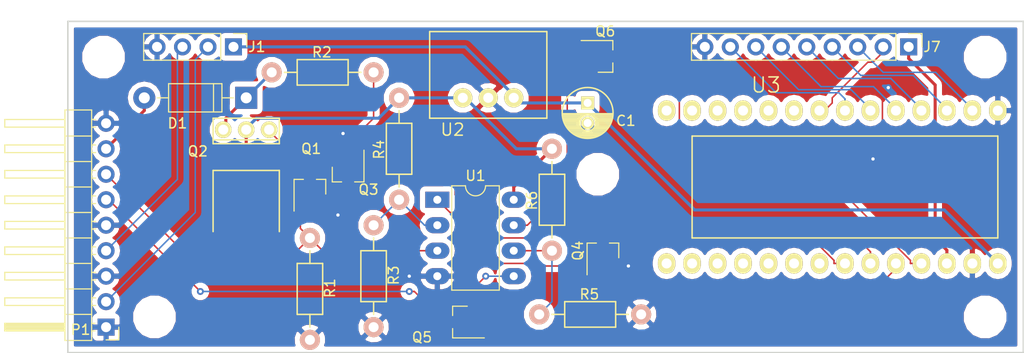
<source format=kicad_pcb>
(kicad_pcb (version 4) (host pcbnew 4.0.7)

  (general
    (links 57)
    (no_connects 0)
    (area 25.324999 25.324999 120.725001 58.495001)
    (thickness 1.6)
    (drawings 4)
    (tracks 180)
    (zones 0)
    (modules 25)
    (nets 27)
  )

  (page A4)
  (layers
    (0 F.Cu signal)
    (31 B.Cu signal)
    (32 B.Adhes user)
    (33 F.Adhes user)
    (34 B.Paste user)
    (35 F.Paste user)
    (36 B.SilkS user)
    (37 F.SilkS user)
    (38 B.Mask user)
    (39 F.Mask user)
    (40 Dwgs.User user)
    (41 Cmts.User user)
    (42 Eco1.User user)
    (43 Eco2.User user)
    (44 Edge.Cuts user)
    (45 Margin user)
    (46 B.CrtYd user)
    (47 F.CrtYd user)
    (48 B.Fab user)
    (49 F.Fab user)
  )

  (setup
    (last_trace_width 0.1524)
    (trace_clearance 0.1524)
    (zone_clearance 0.53)
    (zone_45_only no)
    (trace_min 0.1524)
    (segment_width 0.2)
    (edge_width 0.15)
    (via_size 0.6858)
    (via_drill 0.3302)
    (via_min_size 0.6858)
    (via_min_drill 0.3302)
    (uvia_size 0.6858)
    (uvia_drill 0.3302)
    (uvias_allowed no)
    (uvia_min_size 0)
    (uvia_min_drill 0)
    (pcb_text_width 0.3)
    (pcb_text_size 1.5 1.5)
    (mod_edge_width 0.15)
    (mod_text_size 1 1)
    (mod_text_width 0.15)
    (pad_size 0.5 0.5)
    (pad_drill 0)
    (pad_to_mask_clearance 0.0508)
    (aux_axis_origin 0 0)
    (visible_elements FFFFFF7F)
    (pcbplotparams
      (layerselection 0x00030_80000001)
      (usegerberextensions false)
      (excludeedgelayer true)
      (linewidth 0.100000)
      (plotframeref false)
      (viasonmask false)
      (mode 1)
      (useauxorigin false)
      (hpglpennumber 1)
      (hpglpenspeed 20)
      (hpglpendiameter 15)
      (hpglpenoverlay 2)
      (psnegative false)
      (psa4output false)
      (plotreference true)
      (plotvalue true)
      (plotinvisibletext false)
      (padsonsilk false)
      (subtractmaskfromsilk false)
      (outputformat 1)
      (mirror false)
      (drillshape 0)
      (scaleselection 1)
      (outputdirectory fab_outputs.nogit/))
  )

  (net 0 "")
  (net 1 +5V)
  (net 2 GND)
  (net 3 "Net-(Q1-Pad3)")
  (net 4 /power/sw12VOut)
  (net 5 /power/holdPowerOnIn)
  (net 6 "Net-(Q4-Pad1)")
  (net 7 /teensy/accLowIn)
  (net 8 /mbus_if/mbusDriveLowIn)
  (net 9 "Net-(Q6-Pad1)")
  (net 10 /teensy/mbusSenseLowIn)
  (net 11 "Net-(R3-Pad1)")
  (net 12 "Net-(R5-Pad1)")
  (net 13 /teensy/rn52RxIn)
  (net 14 /teensy/rn52TxOut)
  (net 15 /teensy/rn52CtsOut)
  (net 16 /teensy/rn52RtsIn)
  (net 17 +3V3)
  (net 18 /ACC)
  (net 19 /BUS)
  (net 20 /SPK_R)
  (net 21 /SPK_L)
  (net 22 /BATT)
  (net 23 /teensy/rn52PwrEnOut)
  (net 24 /teensy/rn52CmdLoOut)
  (net 25 /teensy/rn52ConnStatEventIn)
  (net 26 /power/protBattIn)

  (net_class Default "This is the default net class."
    (clearance 0.1524)
    (trace_width 0.1524)
    (via_dia 0.6858)
    (via_drill 0.3302)
    (uvia_dia 0.6858)
    (uvia_drill 0.3302)
    (add_net /ACC)
    (add_net /BUS)
    (add_net /SPK_L)
    (add_net /SPK_R)
    (add_net /mbus_if/mbusDriveLowIn)
    (add_net /power/holdPowerOnIn)
    (add_net /teensy/accLowIn)
    (add_net /teensy/mbusSenseLowIn)
    (add_net /teensy/rn52CmdLoOut)
    (add_net /teensy/rn52ConnStatEventIn)
    (add_net /teensy/rn52CtsOut)
    (add_net /teensy/rn52PwrEnOut)
    (add_net /teensy/rn52RtsIn)
    (add_net /teensy/rn52RxIn)
    (add_net /teensy/rn52TxOut)
    (add_net GND)
    (add_net "Net-(Q1-Pad3)")
    (add_net "Net-(Q4-Pad1)")
    (add_net "Net-(Q6-Pad1)")
    (add_net "Net-(R3-Pad1)")
    (add_net "Net-(R5-Pad1)")
  )

  (net_class pwr ""
    (clearance 0.1524)
    (trace_width 0.3048)
    (via_dia 0.6858)
    (via_drill 0.3302)
    (uvia_dia 0.6858)
    (uvia_drill 0.3302)
    (add_net +3V3)
    (add_net +5V)
    (add_net /BATT)
    (add_net /power/protBattIn)
    (add_net /power/sw12VOut)
  )

  (module t_footprints:Teensy-3.2 (layer F.Cu) (tedit 5506D470) (tstamp 58A773F1)
    (at 115.57 34.29 180)
    (path /58A3B94A/588334ED)
    (fp_text reference U3 (at 20.574 2.54 360) (layer F.SilkS)
      (effects (font (size 1.5 1.5) (thickness 0.15)))
    )
    (fp_text value TEENSY-LC (at 5.08 -10.16 180) (layer F.Fab)
      (effects (font (size 1.5 1.5) (thickness 0.15)))
    )
    (fp_line (start -2.54 -12.7) (end 27.94 -12.7) (layer F.SilkS) (width 0.15))
    (fp_line (start 27.94 -12.7) (end 27.94 -2.54) (layer F.SilkS) (width 0.15))
    (fp_line (start 27.94 -2.54) (end -2.54 -2.54) (layer F.SilkS) (width 0.15))
    (fp_line (start -2.54 -2.54) (end -2.54 -12.7) (layer F.SilkS) (width 0.15))
    (pad 0 thru_hole oval (at 0 0 180) (size 1.7272 2.032) (drill 1) (layers *.Cu *.Mask F.SilkS)
      (net 13 /teensy/rn52RxIn))
    (pad 1 thru_hole oval (at 2.54 0 180) (size 1.7272 2.032) (drill 1) (layers *.Cu *.Mask F.SilkS)
      (net 14 /teensy/rn52TxOut))
    (pad 2 thru_hole oval (at 5.08 0 180) (size 1.7272 2.032) (drill 1) (layers *.Cu *.Mask F.SilkS)
      (net 15 /teensy/rn52CtsOut))
    (pad 3 thru_hole oval (at 7.62 0 180) (size 1.7272 2.032) (drill 1) (layers *.Cu *.Mask F.SilkS)
      (net 16 /teensy/rn52RtsIn))
    (pad 4 thru_hole oval (at 10.16 0 180) (size 1.7272 2.032) (drill 1) (layers *.Cu *.Mask F.SilkS)
      (net 24 /teensy/rn52CmdLoOut))
    (pad 5 thru_hole oval (at 12.7 0 180) (size 1.7272 2.032) (drill 1) (layers *.Cu *.Mask F.SilkS)
      (net 25 /teensy/rn52ConnStatEventIn))
    (pad 6 thru_hole oval (at 15.24 0 180) (size 1.7272 2.032) (drill 1) (layers *.Cu *.Mask F.SilkS)
      (net 23 /teensy/rn52PwrEnOut))
    (pad 7 thru_hole oval (at 17.78 0 180) (size 1.7272 2.032) (drill 1) (layers *.Cu *.Mask F.SilkS))
    (pad 8 thru_hole oval (at 20.32 0 180) (size 1.7272 2.032) (drill 1) (layers *.Cu *.Mask F.SilkS))
    (pad 9 thru_hole oval (at 22.86 0 180) (size 1.7272 2.032) (drill 1) (layers *.Cu *.Mask F.SilkS))
    (pad 10 thru_hole oval (at 25.4 0 180) (size 1.7272 2.032) (drill 1) (layers *.Cu *.Mask F.SilkS))
    (pad 11 thru_hole oval (at 27.94 0 180) (size 1.7272 2.032) (drill 1) (layers *.Cu *.Mask F.SilkS))
    (pad 12 thru_hole oval (at 30.48 0 180) (size 1.7272 2.032) (drill 1) (layers *.Cu *.Mask F.SilkS))
    (pad 13 thru_hole oval (at 30.48 -15.24 180) (size 1.7272 2.032) (drill 1) (layers *.Cu *.Mask F.SilkS))
    (pad 14 thru_hole oval (at 27.94 -15.24 180) (size 1.7272 2.032) (drill 1) (layers *.Cu *.Mask F.SilkS))
    (pad 15 thru_hole oval (at 25.4 -15.24 180) (size 1.7272 2.032) (drill 1) (layers *.Cu *.Mask F.SilkS))
    (pad 16 thru_hole oval (at 22.86 -15.24 180) (size 1.7272 2.032) (drill 1) (layers *.Cu *.Mask F.SilkS))
    (pad 17 thru_hole oval (at 20.32 -15.24 180) (size 1.7272 2.032) (drill 1) (layers *.Cu *.Mask F.SilkS))
    (pad 18 thru_hole oval (at 17.78 -15.24 180) (size 1.7272 2.032) (drill 1) (layers *.Cu *.Mask F.SilkS))
    (pad 19 thru_hole oval (at 15.24 -15.24 180) (size 1.7272 2.032) (drill 1) (layers *.Cu *.Mask F.SilkS))
    (pad 20 thru_hole oval (at 12.7 -15.24 180) (size 1.7272 2.032) (drill 1) (layers *.Cu *.Mask F.SilkS)
      (net 7 /teensy/accLowIn))
    (pad 21 thru_hole oval (at 10.16 -15.24 180) (size 1.7272 2.032) (drill 1) (layers *.Cu *.Mask F.SilkS)
      (net 5 /power/holdPowerOnIn))
    (pad 22 thru_hole oval (at 7.62 -15.24 180) (size 1.7272 2.032) (drill 1) (layers *.Cu *.Mask F.SilkS)
      (net 8 /mbus_if/mbusDriveLowIn))
    (pad 23 thru_hole oval (at 5.08 -15.24 180) (size 1.7272 2.032) (drill 1) (layers *.Cu *.Mask F.SilkS)
      (net 10 /teensy/mbusSenseLowIn))
    (pad 24 thru_hole oval (at 2.54 -15.24 180) (size 1.7272 2.032) (drill 1) (layers *.Cu *.Mask F.SilkS)
      (net 17 +3V3))
    (pad 25 thru_hole oval (at 0 -15.24 180) (size 1.7272 2.032) (drill 1) (layers *.Cu *.Mask F.SilkS)
      (net 2 GND))
    (pad 26 thru_hole oval (at -2.54 -15.24 180) (size 1.7272 2.032) (drill 1) (layers *.Cu *.Mask F.SilkS)
      (net 1 +5V))
    (pad 27 thru_hole oval (at -2.54 0 180) (size 1.7272 2.032) (drill 1) (layers *.Cu *.Mask F.SilkS)
      (net 2 GND))
  )

  (module t_footprints:C_Radial_D5_L12_P2 (layer F.Cu) (tedit 0) (tstamp 58A772A3)
    (at 77.216 33.528 270)
    (descr "Radial Electrolytic Capacitor 5mm x Length 12mm, Pitch 2mm")
    (tags "Electrolytic Capacitor")
    (path /58A3B8B4/5882CB7B)
    (fp_text reference C1 (at 1.778 -3.81 360) (layer F.SilkS)
      (effects (font (size 1 1) (thickness 0.15)))
    )
    (fp_text value ECA-1AM101 (at 1 3.8 270) (layer F.Fab)
      (effects (font (size 1 1) (thickness 0.15)))
    )
    (fp_line (start 1.075 -2.499) (end 1.075 2.499) (layer F.SilkS) (width 0.15))
    (fp_line (start 1.215 -2.491) (end 1.215 -0.154) (layer F.SilkS) (width 0.15))
    (fp_line (start 1.215 0.154) (end 1.215 2.491) (layer F.SilkS) (width 0.15))
    (fp_line (start 1.355 -2.475) (end 1.355 -0.473) (layer F.SilkS) (width 0.15))
    (fp_line (start 1.355 0.473) (end 1.355 2.475) (layer F.SilkS) (width 0.15))
    (fp_line (start 1.495 -2.451) (end 1.495 -0.62) (layer F.SilkS) (width 0.15))
    (fp_line (start 1.495 0.62) (end 1.495 2.451) (layer F.SilkS) (width 0.15))
    (fp_line (start 1.635 -2.418) (end 1.635 -0.712) (layer F.SilkS) (width 0.15))
    (fp_line (start 1.635 0.712) (end 1.635 2.418) (layer F.SilkS) (width 0.15))
    (fp_line (start 1.775 -2.377) (end 1.775 -0.768) (layer F.SilkS) (width 0.15))
    (fp_line (start 1.775 0.768) (end 1.775 2.377) (layer F.SilkS) (width 0.15))
    (fp_line (start 1.915 -2.327) (end 1.915 -0.795) (layer F.SilkS) (width 0.15))
    (fp_line (start 1.915 0.795) (end 1.915 2.327) (layer F.SilkS) (width 0.15))
    (fp_line (start 2.055 -2.266) (end 2.055 -0.798) (layer F.SilkS) (width 0.15))
    (fp_line (start 2.055 0.798) (end 2.055 2.266) (layer F.SilkS) (width 0.15))
    (fp_line (start 2.195 -2.196) (end 2.195 -0.776) (layer F.SilkS) (width 0.15))
    (fp_line (start 2.195 0.776) (end 2.195 2.196) (layer F.SilkS) (width 0.15))
    (fp_line (start 2.335 -2.114) (end 2.335 -0.726) (layer F.SilkS) (width 0.15))
    (fp_line (start 2.335 0.726) (end 2.335 2.114) (layer F.SilkS) (width 0.15))
    (fp_line (start 2.475 -2.019) (end 2.475 -0.644) (layer F.SilkS) (width 0.15))
    (fp_line (start 2.475 0.644) (end 2.475 2.019) (layer F.SilkS) (width 0.15))
    (fp_line (start 2.615 -1.908) (end 2.615 -0.512) (layer F.SilkS) (width 0.15))
    (fp_line (start 2.615 0.512) (end 2.615 1.908) (layer F.SilkS) (width 0.15))
    (fp_line (start 2.755 -1.78) (end 2.755 -0.265) (layer F.SilkS) (width 0.15))
    (fp_line (start 2.755 0.265) (end 2.755 1.78) (layer F.SilkS) (width 0.15))
    (fp_line (start 2.895 -1.631) (end 2.895 1.631) (layer F.SilkS) (width 0.15))
    (fp_line (start 3.035 -1.452) (end 3.035 1.452) (layer F.SilkS) (width 0.15))
    (fp_line (start 3.175 -1.233) (end 3.175 1.233) (layer F.SilkS) (width 0.15))
    (fp_line (start 3.315 -0.944) (end 3.315 0.944) (layer F.SilkS) (width 0.15))
    (fp_line (start 3.455 -0.472) (end 3.455 0.472) (layer F.SilkS) (width 0.15))
    (fp_circle (center 2 0) (end 2 -0.8) (layer F.SilkS) (width 0.15))
    (fp_circle (center 1 0) (end 1 -2.5375) (layer F.SilkS) (width 0.15))
    (fp_circle (center 1 0) (end 1 -2.8) (layer F.CrtYd) (width 0.05))
    (pad 1 thru_hole rect (at 0 0 270) (size 1.3 1.3) (drill 0.8) (layers *.Cu *.Mask F.SilkS)
      (net 1 +5V))
    (pad 2 thru_hole circle (at 2 0 270) (size 1.3 1.3) (drill 0.8) (layers *.Cu *.Mask F.SilkS)
      (net 2 GND))
  )

  (module Diodes_ThroughHole:D_DO-41_SOD81_P10.16mm_Horizontal (layer F.Cu) (tedit 5877C982) (tstamp 58A77315)
    (at 43.18 33.02 180)
    (descr "D, DO-41_SOD81 series, Axial, Horizontal, pin pitch=10.16mm, , length*diameter=5.2*2.7mm^2, , http://www.diodes.com/_files/packages/DO-41%20(Plastic).pdf")
    (tags "D DO-41_SOD81 series Axial Horizontal pin pitch 10.16mm  length 5.2mm diameter 2.7mm")
    (path /58A3B8B4/5883BBD2)
    (fp_text reference D1 (at 6.858 -2.54 180) (layer F.SilkS)
      (effects (font (size 1 1) (thickness 0.15)))
    )
    (fp_text value 1N4004 (at 5.08 2.41 180) (layer F.Fab)
      (effects (font (size 1 1) (thickness 0.15)))
    )
    (fp_line (start 2.48 -1.35) (end 2.48 1.35) (layer F.Fab) (width 0.1))
    (fp_line (start 2.48 1.35) (end 7.68 1.35) (layer F.Fab) (width 0.1))
    (fp_line (start 7.68 1.35) (end 7.68 -1.35) (layer F.Fab) (width 0.1))
    (fp_line (start 7.68 -1.35) (end 2.48 -1.35) (layer F.Fab) (width 0.1))
    (fp_line (start 0 0) (end 2.48 0) (layer F.Fab) (width 0.1))
    (fp_line (start 10.16 0) (end 7.68 0) (layer F.Fab) (width 0.1))
    (fp_line (start 3.26 -1.35) (end 3.26 1.35) (layer F.Fab) (width 0.1))
    (fp_line (start 2.42 -1.41) (end 2.42 1.41) (layer F.SilkS) (width 0.12))
    (fp_line (start 2.42 1.41) (end 7.74 1.41) (layer F.SilkS) (width 0.12))
    (fp_line (start 7.74 1.41) (end 7.74 -1.41) (layer F.SilkS) (width 0.12))
    (fp_line (start 7.74 -1.41) (end 2.42 -1.41) (layer F.SilkS) (width 0.12))
    (fp_line (start 1.28 0) (end 2.42 0) (layer F.SilkS) (width 0.12))
    (fp_line (start 8.88 0) (end 7.74 0) (layer F.SilkS) (width 0.12))
    (fp_line (start 3.26 -1.41) (end 3.26 1.41) (layer F.SilkS) (width 0.12))
    (fp_line (start -1.35 -1.7) (end -1.35 1.7) (layer F.CrtYd) (width 0.05))
    (fp_line (start -1.35 1.7) (end 11.55 1.7) (layer F.CrtYd) (width 0.05))
    (fp_line (start 11.55 1.7) (end 11.55 -1.7) (layer F.CrtYd) (width 0.05))
    (fp_line (start 11.55 -1.7) (end -1.35 -1.7) (layer F.CrtYd) (width 0.05))
    (pad 1 thru_hole rect (at 0 0 180) (size 2.2 2.2) (drill 1.1) (layers *.Cu *.Mask)
      (net 26 /power/protBattIn))
    (pad 2 thru_hole oval (at 10.16 0 180) (size 2.2 2.2) (drill 1.1) (layers *.Cu *.Mask)
      (net 22 /BATT))
    (model Diodes_ThroughHole.3dshapes/D_DO-41_SOD81_P10.16mm_Horizontal.wrl
      (at (xyz 0 0 0))
      (scale (xyz 0.393701 0.393701 0.393701))
      (rotate (xyz 0 0 0))
    )
  )

  (module TO_SOT_Packages_SMD:SOT-23_Handsoldering (layer F.Cu) (tedit 583F3954) (tstamp 58A7732E)
    (at 49.53 41.91 90)
    (descr "SOT-23, Handsoldering")
    (tags SOT-23)
    (path /58A3B8B4/5883B57E)
    (attr smd)
    (fp_text reference Q1 (at 3.81 0.127 360) (layer F.SilkS)
      (effects (font (size 1 1) (thickness 0.15)))
    )
    (fp_text value BSS138N (at 0 2.5 90) (layer F.Fab)
      (effects (font (size 1 1) (thickness 0.15)))
    )
    (fp_line (start 0.76 1.58) (end 0.76 0.65) (layer F.SilkS) (width 0.12))
    (fp_line (start 0.76 -1.58) (end 0.76 -0.65) (layer F.SilkS) (width 0.12))
    (fp_line (start -2.7 -1.75) (end 2.7 -1.75) (layer F.CrtYd) (width 0.05))
    (fp_line (start 2.7 -1.75) (end 2.7 1.75) (layer F.CrtYd) (width 0.05))
    (fp_line (start 2.7 1.75) (end -2.7 1.75) (layer F.CrtYd) (width 0.05))
    (fp_line (start -2.7 1.75) (end -2.7 -1.75) (layer F.CrtYd) (width 0.05))
    (fp_line (start 0.76 -1.58) (end -2.4 -1.58) (layer F.SilkS) (width 0.12))
    (fp_line (start -0.7 -0.95) (end -0.7 1.5) (layer F.Fab) (width 0.1))
    (fp_line (start -0.15 -1.52) (end 0.7 -1.52) (layer F.Fab) (width 0.1))
    (fp_line (start -0.7 -0.95) (end -0.15 -1.52) (layer F.Fab) (width 0.1))
    (fp_line (start 0.7 -1.52) (end 0.7 1.52) (layer F.Fab) (width 0.1))
    (fp_line (start -0.7 1.52) (end 0.7 1.52) (layer F.Fab) (width 0.1))
    (fp_line (start 0.76 1.58) (end -0.7 1.58) (layer F.SilkS) (width 0.12))
    (pad 1 smd rect (at -1.5 -0.95 90) (size 1.9 0.8) (layers F.Cu F.Paste F.Mask)
      (net 18 /ACC))
    (pad 2 smd rect (at -1.5 0.95 90) (size 1.9 0.8) (layers F.Cu F.Paste F.Mask)
      (net 2 GND))
    (pad 3 smd rect (at 1.5 0 90) (size 1.9 0.8) (layers F.Cu F.Paste F.Mask)
      (net 3 "Net-(Q1-Pad3)"))
    (model TO_SOT_Packages_SMD.3dshapes\SOT-23_Handsoldering.wrl
      (at (xyz 0 0 0))
      (scale (xyz 1 1 1))
      (rotate (xyz 0 0 90))
    )
  )

  (module t_footprints:TO-251AA-TPAD placed (layer F.Cu) (tedit 573D0788) (tstamp 58A77336)
    (at 45.466 36.195 180)
    (descr "IPAK / TO-251AA 3-lead THT package")
    (tags "ipak to-251aa to-251")
    (path /58A3B8B4/5883B5F5)
    (fp_text reference Q2 (at 7.112 -2.159 360) (layer F.SilkS)
      (effects (font (size 1 1) (thickness 0.15)))
    )
    (fp_text value IRFU9024NPBF (at 2.025 -2.375 360) (layer F.Fab)
      (effects (font (size 1 1) (thickness 0.15)))
    )
    (fp_line (start 5.588 -4.064) (end 5.588 -10.16) (layer F.SilkS) (width 0.15))
    (fp_line (start -1.016 -4.064) (end 5.588 -4.064) (layer F.SilkS) (width 0.15))
    (fp_line (start -1.016 -10.16) (end -1.016 -4.064) (layer F.SilkS) (width 0.15))
    (fp_line (start 5.8 -1.6) (end 5.8 1.4) (layer F.CrtYd) (width 0.05))
    (fp_line (start -1.3 -1.6) (end -1.3 1.4) (layer F.CrtYd) (width 0.05))
    (fp_line (start -1.3 1.4) (end 5.8 1.4) (layer F.CrtYd) (width 0.05))
    (fp_line (start -1.3 -1.6) (end 5.8 -1.6) (layer F.CrtYd) (width 0.05))
    (fp_line (start 5.588 -1.016) (end -1.016 -1.016) (layer F.SilkS) (width 0.15))
    (fp_line (start 5.588 0) (end 5.588 -1.397) (layer F.SilkS) (width 0.15))
    (fp_line (start 5.588 -1.397) (end -1.016 -1.397) (layer F.SilkS) (width 0.15))
    (fp_line (start -1.016 -1.397) (end -1.016 1.143) (layer F.SilkS) (width 0.15))
    (fp_line (start -1.016 1.143) (end 5.588 1.143) (layer F.SilkS) (width 0.15))
    (fp_line (start 5.588 1.143) (end 5.588 0) (layer F.SilkS) (width 0.15))
    (fp_line (start -1.016 -10.16) (end 5.588 -10.16) (layer Dwgs.User) (width 0.15))
    (fp_line (start -0.3175 -11.2395) (end 4.8895 -11.2395) (layer Dwgs.User) (width 0.15))
    (pad 2 thru_hole circle (at 2.286 0) (size 1.651 1.651) (drill 1) (layers *.Cu *.Mask F.SilkS)
      (net 4 /power/sw12VOut))
    (pad 3 thru_hole circle (at 4.572 0) (size 1.651 1.651) (drill 1) (layers *.Cu *.Mask F.SilkS)
      (net 26 /power/protBattIn))
    (pad 1 thru_hole circle (at 0 0) (size 1.651 1.651) (drill 1) (layers *.Cu *.Mask F.SilkS)
      (net 3 "Net-(Q1-Pad3)"))
    (pad 4 smd rect (at 2.286 -9.525) (size 6.096 9.652) (drill (offset 0 -2.159)) (layers F.Cu F.Paste F.Mask)
      (net 4 /power/sw12VOut))
  )

  (module TO_SOT_Packages_SMD:SOT-23_Handsoldering (layer F.Cu) (tedit 583F3954) (tstamp 58A7733D)
    (at 53.34 40.64 270)
    (descr "SOT-23, Handsoldering")
    (tags SOT-23)
    (path /58A3B8B4/5883B684)
    (attr smd)
    (fp_text reference Q3 (at 1.524 -2.032 360) (layer F.SilkS)
      (effects (font (size 1 1) (thickness 0.15)))
    )
    (fp_text value BSS138N (at 0 2.5 270) (layer F.Fab)
      (effects (font (size 1 1) (thickness 0.15)))
    )
    (fp_line (start 0.76 1.58) (end 0.76 0.65) (layer F.SilkS) (width 0.12))
    (fp_line (start 0.76 -1.58) (end 0.76 -0.65) (layer F.SilkS) (width 0.12))
    (fp_line (start -2.7 -1.75) (end 2.7 -1.75) (layer F.CrtYd) (width 0.05))
    (fp_line (start 2.7 -1.75) (end 2.7 1.75) (layer F.CrtYd) (width 0.05))
    (fp_line (start 2.7 1.75) (end -2.7 1.75) (layer F.CrtYd) (width 0.05))
    (fp_line (start -2.7 1.75) (end -2.7 -1.75) (layer F.CrtYd) (width 0.05))
    (fp_line (start 0.76 -1.58) (end -2.4 -1.58) (layer F.SilkS) (width 0.12))
    (fp_line (start -0.7 -0.95) (end -0.7 1.5) (layer F.Fab) (width 0.1))
    (fp_line (start -0.15 -1.52) (end 0.7 -1.52) (layer F.Fab) (width 0.1))
    (fp_line (start -0.7 -0.95) (end -0.15 -1.52) (layer F.Fab) (width 0.1))
    (fp_line (start 0.7 -1.52) (end 0.7 1.52) (layer F.Fab) (width 0.1))
    (fp_line (start -0.7 1.52) (end 0.7 1.52) (layer F.Fab) (width 0.1))
    (fp_line (start 0.76 1.58) (end -0.7 1.58) (layer F.SilkS) (width 0.12))
    (pad 1 smd rect (at -1.5 -0.95 270) (size 1.9 0.8) (layers F.Cu F.Paste F.Mask)
      (net 5 /power/holdPowerOnIn))
    (pad 2 smd rect (at -1.5 0.95 270) (size 1.9 0.8) (layers F.Cu F.Paste F.Mask)
      (net 2 GND))
    (pad 3 smd rect (at 1.5 0 270) (size 1.9 0.8) (layers F.Cu F.Paste F.Mask)
      (net 3 "Net-(Q1-Pad3)"))
    (model TO_SOT_Packages_SMD.3dshapes\SOT-23_Handsoldering.wrl
      (at (xyz 0 0 0))
      (scale (xyz 1 1 1))
      (rotate (xyz 0 0 90))
    )
  )

  (module TO_SOT_Packages_SMD:SOT-23_Handsoldering (layer F.Cu) (tedit 583F3954) (tstamp 58A77344)
    (at 78.74 48.26 90)
    (descr "SOT-23, Handsoldering")
    (tags SOT-23)
    (path /58A3B8B4/5883B868)
    (attr smd)
    (fp_text reference Q4 (at 0 -2.5 90) (layer F.SilkS)
      (effects (font (size 1 1) (thickness 0.15)))
    )
    (fp_text value BSS138N (at 0 2.5 90) (layer F.Fab)
      (effects (font (size 1 1) (thickness 0.15)))
    )
    (fp_line (start 0.76 1.58) (end 0.76 0.65) (layer F.SilkS) (width 0.12))
    (fp_line (start 0.76 -1.58) (end 0.76 -0.65) (layer F.SilkS) (width 0.12))
    (fp_line (start -2.7 -1.75) (end 2.7 -1.75) (layer F.CrtYd) (width 0.05))
    (fp_line (start 2.7 -1.75) (end 2.7 1.75) (layer F.CrtYd) (width 0.05))
    (fp_line (start 2.7 1.75) (end -2.7 1.75) (layer F.CrtYd) (width 0.05))
    (fp_line (start -2.7 1.75) (end -2.7 -1.75) (layer F.CrtYd) (width 0.05))
    (fp_line (start 0.76 -1.58) (end -2.4 -1.58) (layer F.SilkS) (width 0.12))
    (fp_line (start -0.7 -0.95) (end -0.7 1.5) (layer F.Fab) (width 0.1))
    (fp_line (start -0.15 -1.52) (end 0.7 -1.52) (layer F.Fab) (width 0.1))
    (fp_line (start -0.7 -0.95) (end -0.15 -1.52) (layer F.Fab) (width 0.1))
    (fp_line (start 0.7 -1.52) (end 0.7 1.52) (layer F.Fab) (width 0.1))
    (fp_line (start -0.7 1.52) (end 0.7 1.52) (layer F.Fab) (width 0.1))
    (fp_line (start 0.76 1.58) (end -0.7 1.58) (layer F.SilkS) (width 0.12))
    (pad 1 smd rect (at -1.5 -0.95 90) (size 1.9 0.8) (layers F.Cu F.Paste F.Mask)
      (net 6 "Net-(Q4-Pad1)"))
    (pad 2 smd rect (at -1.5 0.95 90) (size 1.9 0.8) (layers F.Cu F.Paste F.Mask)
      (net 2 GND))
    (pad 3 smd rect (at 1.5 0 90) (size 1.9 0.8) (layers F.Cu F.Paste F.Mask)
      (net 7 /teensy/accLowIn))
    (model TO_SOT_Packages_SMD.3dshapes\SOT-23_Handsoldering.wrl
      (at (xyz 0 0 0))
      (scale (xyz 1 1 1))
      (rotate (xyz 0 0 90))
    )
  )

  (module TO_SOT_Packages_SMD:SOT-23_Handsoldering (layer F.Cu) (tedit 583F3954) (tstamp 58A7734B)
    (at 64.516 55.372 180)
    (descr "SOT-23, Handsoldering")
    (tags SOT-23)
    (path /58A3B6E5/5883BCB4)
    (attr smd)
    (fp_text reference Q5 (at 3.81 -1.524 180) (layer F.SilkS)
      (effects (font (size 1 1) (thickness 0.15)))
    )
    (fp_text value BSS138N (at 0 2.5 180) (layer F.Fab)
      (effects (font (size 1 1) (thickness 0.15)))
    )
    (fp_line (start 0.76 1.58) (end 0.76 0.65) (layer F.SilkS) (width 0.12))
    (fp_line (start 0.76 -1.58) (end 0.76 -0.65) (layer F.SilkS) (width 0.12))
    (fp_line (start -2.7 -1.75) (end 2.7 -1.75) (layer F.CrtYd) (width 0.05))
    (fp_line (start 2.7 -1.75) (end 2.7 1.75) (layer F.CrtYd) (width 0.05))
    (fp_line (start 2.7 1.75) (end -2.7 1.75) (layer F.CrtYd) (width 0.05))
    (fp_line (start -2.7 1.75) (end -2.7 -1.75) (layer F.CrtYd) (width 0.05))
    (fp_line (start 0.76 -1.58) (end -2.4 -1.58) (layer F.SilkS) (width 0.12))
    (fp_line (start -0.7 -0.95) (end -0.7 1.5) (layer F.Fab) (width 0.1))
    (fp_line (start -0.15 -1.52) (end 0.7 -1.52) (layer F.Fab) (width 0.1))
    (fp_line (start -0.7 -0.95) (end -0.15 -1.52) (layer F.Fab) (width 0.1))
    (fp_line (start 0.7 -1.52) (end 0.7 1.52) (layer F.Fab) (width 0.1))
    (fp_line (start -0.7 1.52) (end 0.7 1.52) (layer F.Fab) (width 0.1))
    (fp_line (start 0.76 1.58) (end -0.7 1.58) (layer F.SilkS) (width 0.12))
    (pad 1 smd rect (at -1.5 -0.95 180) (size 1.9 0.8) (layers F.Cu F.Paste F.Mask)
      (net 8 /mbus_if/mbusDriveLowIn))
    (pad 2 smd rect (at -1.5 0.95 180) (size 1.9 0.8) (layers F.Cu F.Paste F.Mask)
      (net 2 GND))
    (pad 3 smd rect (at 1.5 0 180) (size 1.9 0.8) (layers F.Cu F.Paste F.Mask)
      (net 19 /BUS))
    (model TO_SOT_Packages_SMD.3dshapes\SOT-23_Handsoldering.wrl
      (at (xyz 0 0 0))
      (scale (xyz 1 1 1))
      (rotate (xyz 0 0 90))
    )
  )

  (module TO_SOT_Packages_SMD:SOT-23_Handsoldering (layer F.Cu) (tedit 583F3954) (tstamp 58A77352)
    (at 78.97 28.89)
    (descr "SOT-23, Handsoldering")
    (tags SOT-23)
    (path /58A3B6E5/5883BB60)
    (attr smd)
    (fp_text reference Q6 (at 0 -2.5) (layer F.SilkS)
      (effects (font (size 1 1) (thickness 0.15)))
    )
    (fp_text value BSS138N (at 0 2.5) (layer F.Fab)
      (effects (font (size 1 1) (thickness 0.15)))
    )
    (fp_line (start 0.76 1.58) (end 0.76 0.65) (layer F.SilkS) (width 0.12))
    (fp_line (start 0.76 -1.58) (end 0.76 -0.65) (layer F.SilkS) (width 0.12))
    (fp_line (start -2.7 -1.75) (end 2.7 -1.75) (layer F.CrtYd) (width 0.05))
    (fp_line (start 2.7 -1.75) (end 2.7 1.75) (layer F.CrtYd) (width 0.05))
    (fp_line (start 2.7 1.75) (end -2.7 1.75) (layer F.CrtYd) (width 0.05))
    (fp_line (start -2.7 1.75) (end -2.7 -1.75) (layer F.CrtYd) (width 0.05))
    (fp_line (start 0.76 -1.58) (end -2.4 -1.58) (layer F.SilkS) (width 0.12))
    (fp_line (start -0.7 -0.95) (end -0.7 1.5) (layer F.Fab) (width 0.1))
    (fp_line (start -0.15 -1.52) (end 0.7 -1.52) (layer F.Fab) (width 0.1))
    (fp_line (start -0.7 -0.95) (end -0.15 -1.52) (layer F.Fab) (width 0.1))
    (fp_line (start 0.7 -1.52) (end 0.7 1.52) (layer F.Fab) (width 0.1))
    (fp_line (start -0.7 1.52) (end 0.7 1.52) (layer F.Fab) (width 0.1))
    (fp_line (start 0.76 1.58) (end -0.7 1.58) (layer F.SilkS) (width 0.12))
    (pad 1 smd rect (at -1.5 -0.95) (size 1.9 0.8) (layers F.Cu F.Paste F.Mask)
      (net 9 "Net-(Q6-Pad1)"))
    (pad 2 smd rect (at -1.5 0.95) (size 1.9 0.8) (layers F.Cu F.Paste F.Mask)
      (net 2 GND))
    (pad 3 smd rect (at 1.5 0) (size 1.9 0.8) (layers F.Cu F.Paste F.Mask)
      (net 10 /teensy/mbusSenseLowIn))
    (model TO_SOT_Packages_SMD.3dshapes\SOT-23_Handsoldering.wrl
      (at (xyz 0 0 0))
      (scale (xyz 1 1 1))
      (rotate (xyz 0 0 90))
    )
  )

  (module t_footprints:Resistor_Horizontal_RM10mm (layer F.Cu) (tedit 57CB0716) (tstamp 58A77358)
    (at 49.53 46.99 270)
    (descr "Resistor, Axial,  RM 10mm, 1/3W")
    (tags "Resistor Axial RM 10mm 1/3W")
    (path /58A3B8B4/5882D705)
    (fp_text reference R1 (at 5 -2 270) (layer F.SilkS)
      (effects (font (size 1 1) (thickness 0.15)))
    )
    (fp_text value 47.5K (at 5.08 0 270) (layer F.Fab)
      (effects (font (size 1 1) (thickness 0.15)))
    )
    (fp_line (start -1.25 -1.5) (end 11.4 -1.5) (layer F.CrtYd) (width 0.05))
    (fp_line (start -1.25 1.5) (end -1.25 -1.5) (layer F.CrtYd) (width 0.05))
    (fp_line (start 11.4 -1.5) (end 11.4 1.5) (layer F.CrtYd) (width 0.05))
    (fp_line (start -1.25 1.5) (end 11.4 1.5) (layer F.CrtYd) (width 0.05))
    (fp_line (start 2.54 -1.27) (end 7.62 -1.27) (layer F.SilkS) (width 0.15))
    (fp_line (start 7.62 -1.27) (end 7.62 1.27) (layer F.SilkS) (width 0.15))
    (fp_line (start 7.62 1.27) (end 2.54 1.27) (layer F.SilkS) (width 0.15))
    (fp_line (start 2.54 1.27) (end 2.54 -1.27) (layer F.SilkS) (width 0.15))
    (fp_line (start 2.54 0) (end 1.27 0) (layer F.SilkS) (width 0.15))
    (fp_line (start 7.62 0) (end 8.89 0) (layer F.SilkS) (width 0.15))
    (pad 1 thru_hole circle (at 0 0 270) (size 2 2) (drill 1) (layers *.Cu *.SilkS *.Mask)
      (net 18 /ACC))
    (pad 2 thru_hole circle (at 10.16 0 270) (size 2 2) (drill 1) (layers *.Cu *.SilkS *.Mask)
      (net 2 GND))
    (model Resistors_ThroughHole.3dshapes/Resistor_Horizontal_RM10mm.wrl
      (at (xyz 0.2 0 0))
      (scale (xyz 0.4 0.4 0.4))
      (rotate (xyz 0 0 0))
    )
  )

  (module t_footprints:Resistor_Horizontal_RM10mm (layer F.Cu) (tedit 57CB0716) (tstamp 58A7735E)
    (at 45.72 30.48)
    (descr "Resistor, Axial,  RM 10mm, 1/3W")
    (tags "Resistor Axial RM 10mm 1/3W")
    (path /58A3B8B4/5882C4BB)
    (fp_text reference R2 (at 5 -2) (layer F.SilkS)
      (effects (font (size 1 1) (thickness 0.15)))
    )
    (fp_text value 20K (at 5.08 0) (layer F.Fab)
      (effects (font (size 1 1) (thickness 0.15)))
    )
    (fp_line (start -1.25 -1.5) (end 11.4 -1.5) (layer F.CrtYd) (width 0.05))
    (fp_line (start -1.25 1.5) (end -1.25 -1.5) (layer F.CrtYd) (width 0.05))
    (fp_line (start 11.4 -1.5) (end 11.4 1.5) (layer F.CrtYd) (width 0.05))
    (fp_line (start -1.25 1.5) (end 11.4 1.5) (layer F.CrtYd) (width 0.05))
    (fp_line (start 2.54 -1.27) (end 7.62 -1.27) (layer F.SilkS) (width 0.15))
    (fp_line (start 7.62 -1.27) (end 7.62 1.27) (layer F.SilkS) (width 0.15))
    (fp_line (start 7.62 1.27) (end 2.54 1.27) (layer F.SilkS) (width 0.15))
    (fp_line (start 2.54 1.27) (end 2.54 -1.27) (layer F.SilkS) (width 0.15))
    (fp_line (start 2.54 0) (end 1.27 0) (layer F.SilkS) (width 0.15))
    (fp_line (start 7.62 0) (end 8.89 0) (layer F.SilkS) (width 0.15))
    (pad 1 thru_hole circle (at 0 0) (size 2 2) (drill 1) (layers *.Cu *.SilkS *.Mask)
      (net 26 /power/protBattIn))
    (pad 2 thru_hole circle (at 10.16 0) (size 2 2) (drill 1) (layers *.Cu *.SilkS *.Mask)
      (net 3 "Net-(Q1-Pad3)"))
    (model Resistors_ThroughHole.3dshapes/Resistor_Horizontal_RM10mm.wrl
      (at (xyz 0.2 0 0))
      (scale (xyz 0.4 0.4 0.4))
      (rotate (xyz 0 0 0))
    )
  )

  (module t_footprints:Resistor_Horizontal_RM10mm (layer F.Cu) (tedit 57CB0716) (tstamp 58A77364)
    (at 55.88 45.72 270)
    (descr "Resistor, Axial,  RM 10mm, 1/3W")
    (tags "Resistor Axial RM 10mm 1/3W")
    (path /58A3B8B4/5882C9E4)
    (fp_text reference R3 (at 5 -2 270) (layer F.SilkS)
      (effects (font (size 1 1) (thickness 0.15)))
    )
    (fp_text value 47.5K (at 5.08 0 270) (layer F.Fab)
      (effects (font (size 1 1) (thickness 0.15)))
    )
    (fp_line (start -1.25 -1.5) (end 11.4 -1.5) (layer F.CrtYd) (width 0.05))
    (fp_line (start -1.25 1.5) (end -1.25 -1.5) (layer F.CrtYd) (width 0.05))
    (fp_line (start 11.4 -1.5) (end 11.4 1.5) (layer F.CrtYd) (width 0.05))
    (fp_line (start -1.25 1.5) (end 11.4 1.5) (layer F.CrtYd) (width 0.05))
    (fp_line (start 2.54 -1.27) (end 7.62 -1.27) (layer F.SilkS) (width 0.15))
    (fp_line (start 7.62 -1.27) (end 7.62 1.27) (layer F.SilkS) (width 0.15))
    (fp_line (start 7.62 1.27) (end 2.54 1.27) (layer F.SilkS) (width 0.15))
    (fp_line (start 2.54 1.27) (end 2.54 -1.27) (layer F.SilkS) (width 0.15))
    (fp_line (start 2.54 0) (end 1.27 0) (layer F.SilkS) (width 0.15))
    (fp_line (start 7.62 0) (end 8.89 0) (layer F.SilkS) (width 0.15))
    (pad 1 thru_hole circle (at 0 0 270) (size 2 2) (drill 1) (layers *.Cu *.SilkS *.Mask)
      (net 11 "Net-(R3-Pad1)"))
    (pad 2 thru_hole circle (at 10.16 0 270) (size 2 2) (drill 1) (layers *.Cu *.SilkS *.Mask)
      (net 2 GND))
    (model Resistors_ThroughHole.3dshapes/Resistor_Horizontal_RM10mm.wrl
      (at (xyz 0.2 0 0))
      (scale (xyz 0.4 0.4 0.4))
      (rotate (xyz 0 0 0))
    )
  )

  (module t_footprints:Resistor_Horizontal_RM10mm (layer F.Cu) (tedit 57CB0716) (tstamp 58A7736A)
    (at 58.42 43.18 90)
    (descr "Resistor, Axial,  RM 10mm, 1/3W")
    (tags "Resistor Axial RM 10mm 1/3W")
    (path /58A3B8B4/5882C8C0)
    (fp_text reference R4 (at 5 -2 90) (layer F.SilkS)
      (effects (font (size 1 1) (thickness 0.15)))
    )
    (fp_text value 47.5K (at 5.08 0 90) (layer F.Fab)
      (effects (font (size 1 1) (thickness 0.15)))
    )
    (fp_line (start -1.25 -1.5) (end 11.4 -1.5) (layer F.CrtYd) (width 0.05))
    (fp_line (start -1.25 1.5) (end -1.25 -1.5) (layer F.CrtYd) (width 0.05))
    (fp_line (start 11.4 -1.5) (end 11.4 1.5) (layer F.CrtYd) (width 0.05))
    (fp_line (start -1.25 1.5) (end 11.4 1.5) (layer F.CrtYd) (width 0.05))
    (fp_line (start 2.54 -1.27) (end 7.62 -1.27) (layer F.SilkS) (width 0.15))
    (fp_line (start 7.62 -1.27) (end 7.62 1.27) (layer F.SilkS) (width 0.15))
    (fp_line (start 7.62 1.27) (end 2.54 1.27) (layer F.SilkS) (width 0.15))
    (fp_line (start 2.54 1.27) (end 2.54 -1.27) (layer F.SilkS) (width 0.15))
    (fp_line (start 2.54 0) (end 1.27 0) (layer F.SilkS) (width 0.15))
    (fp_line (start 7.62 0) (end 8.89 0) (layer F.SilkS) (width 0.15))
    (pad 1 thru_hole circle (at 0 0 90) (size 2 2) (drill 1) (layers *.Cu *.SilkS *.Mask)
      (net 11 "Net-(R3-Pad1)"))
    (pad 2 thru_hole circle (at 10.16 0 90) (size 2 2) (drill 1) (layers *.Cu *.SilkS *.Mask)
      (net 4 /power/sw12VOut))
    (model Resistors_ThroughHole.3dshapes/Resistor_Horizontal_RM10mm.wrl
      (at (xyz 0.2 0 0))
      (scale (xyz 0.4 0.4 0.4))
      (rotate (xyz 0 0 0))
    )
  )

  (module t_footprints:Resistor_Horizontal_RM10mm (layer F.Cu) (tedit 57CB0716) (tstamp 58A77370)
    (at 72.39 54.61)
    (descr "Resistor, Axial,  RM 10mm, 1/3W")
    (tags "Resistor Axial RM 10mm 1/3W")
    (path /58A3B6E5/5882FB8F)
    (fp_text reference R5 (at 5 -2) (layer F.SilkS)
      (effects (font (size 1 1) (thickness 0.15)))
    )
    (fp_text value 20K (at 5.08 0) (layer F.Fab)
      (effects (font (size 1 1) (thickness 0.15)))
    )
    (fp_line (start -1.25 -1.5) (end 11.4 -1.5) (layer F.CrtYd) (width 0.05))
    (fp_line (start -1.25 1.5) (end -1.25 -1.5) (layer F.CrtYd) (width 0.05))
    (fp_line (start 11.4 -1.5) (end 11.4 1.5) (layer F.CrtYd) (width 0.05))
    (fp_line (start -1.25 1.5) (end 11.4 1.5) (layer F.CrtYd) (width 0.05))
    (fp_line (start 2.54 -1.27) (end 7.62 -1.27) (layer F.SilkS) (width 0.15))
    (fp_line (start 7.62 -1.27) (end 7.62 1.27) (layer F.SilkS) (width 0.15))
    (fp_line (start 7.62 1.27) (end 2.54 1.27) (layer F.SilkS) (width 0.15))
    (fp_line (start 2.54 1.27) (end 2.54 -1.27) (layer F.SilkS) (width 0.15))
    (fp_line (start 2.54 0) (end 1.27 0) (layer F.SilkS) (width 0.15))
    (fp_line (start 7.62 0) (end 8.89 0) (layer F.SilkS) (width 0.15))
    (pad 1 thru_hole circle (at 0 0) (size 2 2) (drill 1) (layers *.Cu *.SilkS *.Mask)
      (net 12 "Net-(R5-Pad1)"))
    (pad 2 thru_hole circle (at 10.16 0) (size 2 2) (drill 1) (layers *.Cu *.SilkS *.Mask)
      (net 2 GND))
    (model Resistors_ThroughHole.3dshapes/Resistor_Horizontal_RM10mm.wrl
      (at (xyz 0.2 0 0))
      (scale (xyz 0.4 0.4 0.4))
      (rotate (xyz 0 0 0))
    )
  )

  (module t_footprints:Resistor_Horizontal_RM10mm (layer F.Cu) (tedit 57CB0716) (tstamp 58A77376)
    (at 73.66 48.26 90)
    (descr "Resistor, Axial,  RM 10mm, 1/3W")
    (tags "Resistor Axial RM 10mm 1/3W")
    (path /58A3B6E5/5882FA9D)
    (fp_text reference R6 (at 5 -2 90) (layer F.SilkS)
      (effects (font (size 1 1) (thickness 0.15)))
    )
    (fp_text value 47.5K (at 5.08 0 90) (layer F.Fab)
      (effects (font (size 1 1) (thickness 0.15)))
    )
    (fp_line (start -1.25 -1.5) (end 11.4 -1.5) (layer F.CrtYd) (width 0.05))
    (fp_line (start -1.25 1.5) (end -1.25 -1.5) (layer F.CrtYd) (width 0.05))
    (fp_line (start 11.4 -1.5) (end 11.4 1.5) (layer F.CrtYd) (width 0.05))
    (fp_line (start -1.25 1.5) (end 11.4 1.5) (layer F.CrtYd) (width 0.05))
    (fp_line (start 2.54 -1.27) (end 7.62 -1.27) (layer F.SilkS) (width 0.15))
    (fp_line (start 7.62 -1.27) (end 7.62 1.27) (layer F.SilkS) (width 0.15))
    (fp_line (start 7.62 1.27) (end 2.54 1.27) (layer F.SilkS) (width 0.15))
    (fp_line (start 2.54 1.27) (end 2.54 -1.27) (layer F.SilkS) (width 0.15))
    (fp_line (start 2.54 0) (end 1.27 0) (layer F.SilkS) (width 0.15))
    (fp_line (start 7.62 0) (end 8.89 0) (layer F.SilkS) (width 0.15))
    (pad 1 thru_hole circle (at 0 0 90) (size 2 2) (drill 1) (layers *.Cu *.SilkS *.Mask)
      (net 12 "Net-(R5-Pad1)"))
    (pad 2 thru_hole circle (at 10.16 0 90) (size 2 2) (drill 1) (layers *.Cu *.SilkS *.Mask)
      (net 4 /power/sw12VOut))
    (model Resistors_ThroughHole.3dshapes/Resistor_Horizontal_RM10mm.wrl
      (at (xyz 0.2 0 0))
      (scale (xyz 0.4 0.4 0.4))
      (rotate (xyz 0 0 0))
    )
  )

  (module Housings_DIP:DIP-8_W7.62mm_LongPads (layer F.Cu) (tedit 586281B4) (tstamp 58A773CA)
    (at 62.23 43.18)
    (descr "8-lead dip package, row spacing 7.62 mm (300 mils), LongPads")
    (tags "DIL DIP PDIP 2.54mm 7.62mm 300mil LongPads")
    (path /58A3B6E5/5882F59E)
    (fp_text reference U1 (at 3.81 -2.39) (layer F.SilkS)
      (effects (font (size 1 1) (thickness 0.15)))
    )
    (fp_text value AS393P-E1 (at 3.81 10.01) (layer F.Fab)
      (effects (font (size 1 1) (thickness 0.15)))
    )
    (fp_arc (start 3.81 -1.39) (end 2.81 -1.39) (angle -180) (layer F.SilkS) (width 0.12))
    (fp_line (start 1.635 -1.27) (end 6.985 -1.27) (layer F.Fab) (width 0.1))
    (fp_line (start 6.985 -1.27) (end 6.985 8.89) (layer F.Fab) (width 0.1))
    (fp_line (start 6.985 8.89) (end 0.635 8.89) (layer F.Fab) (width 0.1))
    (fp_line (start 0.635 8.89) (end 0.635 -0.27) (layer F.Fab) (width 0.1))
    (fp_line (start 0.635 -0.27) (end 1.635 -1.27) (layer F.Fab) (width 0.1))
    (fp_line (start 2.81 -1.39) (end 1.44 -1.39) (layer F.SilkS) (width 0.12))
    (fp_line (start 1.44 -1.39) (end 1.44 9.01) (layer F.SilkS) (width 0.12))
    (fp_line (start 1.44 9.01) (end 6.18 9.01) (layer F.SilkS) (width 0.12))
    (fp_line (start 6.18 9.01) (end 6.18 -1.39) (layer F.SilkS) (width 0.12))
    (fp_line (start 6.18 -1.39) (end 4.81 -1.39) (layer F.SilkS) (width 0.12))
    (fp_line (start -1.5 -1.6) (end -1.5 9.2) (layer F.CrtYd) (width 0.05))
    (fp_line (start -1.5 9.2) (end 9.1 9.2) (layer F.CrtYd) (width 0.05))
    (fp_line (start 9.1 9.2) (end 9.1 -1.6) (layer F.CrtYd) (width 0.05))
    (fp_line (start 9.1 -1.6) (end -1.5 -1.6) (layer F.CrtYd) (width 0.05))
    (pad 1 thru_hole rect (at 0 0) (size 2.4 1.6) (drill 0.8) (layers *.Cu *.Mask)
      (net 6 "Net-(Q4-Pad1)"))
    (pad 5 thru_hole oval (at 7.62 7.62) (size 2.4 1.6) (drill 0.8) (layers *.Cu *.Mask)
      (net 19 /BUS))
    (pad 2 thru_hole oval (at 0 2.54) (size 2.4 1.6) (drill 0.8) (layers *.Cu *.Mask)
      (net 11 "Net-(R3-Pad1)"))
    (pad 6 thru_hole oval (at 7.62 5.08) (size 2.4 1.6) (drill 0.8) (layers *.Cu *.Mask)
      (net 12 "Net-(R5-Pad1)"))
    (pad 3 thru_hole oval (at 0 5.08) (size 2.4 1.6) (drill 0.8) (layers *.Cu *.Mask)
      (net 18 /ACC))
    (pad 7 thru_hole oval (at 7.62 2.54) (size 2.4 1.6) (drill 0.8) (layers *.Cu *.Mask)
      (net 9 "Net-(Q6-Pad1)"))
    (pad 4 thru_hole oval (at 0 7.62) (size 2.4 1.6) (drill 0.8) (layers *.Cu *.Mask)
      (net 2 GND))
    (pad 8 thru_hole oval (at 7.62 0) (size 2.4 1.6) (drill 0.8) (layers *.Cu *.Mask)
      (net 4 /power/sw12VOut))
    (model Housings_DIP.3dshapes/DIP-8_W7.62mm_LongPads.wrl
      (at (xyz 0 0 0))
      (scale (xyz 1 1 1))
      (rotate (xyz 0 0 0))
    )
  )

  (module t_footprints:R-78E5.0-0.5 (layer F.Cu) (tedit 568207B9) (tstamp 58A773D1)
    (at 67.31 35.052)
    (path /58A3B8B4/5882D94D)
    (fp_text reference U2 (at -3.556 1.143) (layer F.SilkS)
      (effects (font (size 1.2 1.2) (thickness 0.15)))
    )
    (fp_text value R-78E5.0-0.5 (at 0.254 -7.112) (layer F.Fab)
      (effects (font (size 1.2 1.2) (thickness 0.15)))
    )
    (fp_line (start 5.842 0) (end -5.842 0) (layer F.SilkS) (width 0.15))
    (fp_line (start 5.842 -8.636) (end 5.842 0) (layer F.SilkS) (width 0.15))
    (fp_line (start -5.842 -8.636) (end 5.842 -8.636) (layer F.SilkS) (width 0.15))
    (fp_line (start -5.842 0) (end -5.842 -8.636) (layer F.SilkS) (width 0.15))
    (pad 1 thru_hole circle (at -2.54 -2.032) (size 1.905 1.905) (drill 1) (layers *.Cu *.Mask F.SilkS)
      (net 4 /power/sw12VOut))
    (pad 2 thru_hole circle (at 0 -2.032) (size 1.905 1.905) (drill 1) (layers *.Cu *.Mask F.SilkS)
      (net 2 GND))
    (pad 3 thru_hole circle (at 2.54 -2.032) (size 1.905 1.905) (drill 1) (layers *.Cu *.Mask F.SilkS)
      (net 1 +5V))
  )

  (module Pin_Headers:Pin_Header_Straight_1x04_Pitch2.54mm (layer F.Cu) (tedit 59650532) (tstamp 5A9B129F)
    (at 41.91 27.94 270)
    (descr "Through hole straight pin header, 1x04, 2.54mm pitch, single row")
    (tags "Through hole pin header THT 1x04 2.54mm single row")
    (path /5A9B7BB7)
    (fp_text reference J1 (at 0 -2.33 360) (layer F.SilkS)
      (effects (font (size 1 1) (thickness 0.15)))
    )
    (fp_text value Conn_01x04 (at 0 9.95 270) (layer F.Fab)
      (effects (font (size 1 1) (thickness 0.15)))
    )
    (fp_line (start -0.635 -1.27) (end 1.27 -1.27) (layer F.Fab) (width 0.1))
    (fp_line (start 1.27 -1.27) (end 1.27 8.89) (layer F.Fab) (width 0.1))
    (fp_line (start 1.27 8.89) (end -1.27 8.89) (layer F.Fab) (width 0.1))
    (fp_line (start -1.27 8.89) (end -1.27 -0.635) (layer F.Fab) (width 0.1))
    (fp_line (start -1.27 -0.635) (end -0.635 -1.27) (layer F.Fab) (width 0.1))
    (fp_line (start -1.33 8.95) (end 1.33 8.95) (layer F.SilkS) (width 0.12))
    (fp_line (start -1.33 1.27) (end -1.33 8.95) (layer F.SilkS) (width 0.12))
    (fp_line (start 1.33 1.27) (end 1.33 8.95) (layer F.SilkS) (width 0.12))
    (fp_line (start -1.33 1.27) (end 1.33 1.27) (layer F.SilkS) (width 0.12))
    (fp_line (start -1.33 0) (end -1.33 -1.33) (layer F.SilkS) (width 0.12))
    (fp_line (start -1.33 -1.33) (end 0 -1.33) (layer F.SilkS) (width 0.12))
    (fp_line (start -1.8 -1.8) (end -1.8 9.4) (layer F.CrtYd) (width 0.05))
    (fp_line (start -1.8 9.4) (end 1.8 9.4) (layer F.CrtYd) (width 0.05))
    (fp_line (start 1.8 9.4) (end 1.8 -1.8) (layer F.CrtYd) (width 0.05))
    (fp_line (start 1.8 -1.8) (end -1.8 -1.8) (layer F.CrtYd) (width 0.05))
    (fp_text user %R (at 0 3.81 360) (layer F.Fab)
      (effects (font (size 1 1) (thickness 0.15)))
    )
    (pad 1 thru_hole rect (at 0 0 270) (size 1.7 1.7) (drill 1) (layers *.Cu *.Mask)
      (net 1 +5V))
    (pad 2 thru_hole oval (at 0 2.54 270) (size 1.7 1.7) (drill 1) (layers *.Cu *.Mask)
      (net 21 /SPK_L))
    (pad 3 thru_hole oval (at 0 5.08 270) (size 1.7 1.7) (drill 1) (layers *.Cu *.Mask)
      (net 20 /SPK_R))
    (pad 4 thru_hole oval (at 0 7.62 270) (size 1.7 1.7) (drill 1) (layers *.Cu *.Mask)
      (net 2 GND))
    (model ${KISYS3DMOD}/Pin_Headers.3dshapes/Pin_Header_Straight_1x04_Pitch2.54mm.wrl
      (at (xyz 0 0 0))
      (scale (xyz 1 1 1))
      (rotate (xyz 0 0 0))
    )
  )

  (module Pin_Headers:Pin_Header_Straight_1x09_Pitch2.54mm (layer F.Cu) (tedit 59650532) (tstamp 5A9B12C6)
    (at 109.22 27.94 270)
    (descr "Through hole straight pin header, 1x09, 2.54mm pitch, single row")
    (tags "Through hole pin header THT 1x09 2.54mm single row")
    (path /5A9B694A)
    (fp_text reference J7 (at 0 -2.33 360) (layer F.SilkS)
      (effects (font (size 1 1) (thickness 0.15)))
    )
    (fp_text value Conn_01x09 (at -2.286 10.668 360) (layer F.Fab)
      (effects (font (size 1 1) (thickness 0.15)))
    )
    (fp_line (start -0.635 -1.27) (end 1.27 -1.27) (layer F.Fab) (width 0.1))
    (fp_line (start 1.27 -1.27) (end 1.27 21.59) (layer F.Fab) (width 0.1))
    (fp_line (start 1.27 21.59) (end -1.27 21.59) (layer F.Fab) (width 0.1))
    (fp_line (start -1.27 21.59) (end -1.27 -0.635) (layer F.Fab) (width 0.1))
    (fp_line (start -1.27 -0.635) (end -0.635 -1.27) (layer F.Fab) (width 0.1))
    (fp_line (start -1.33 21.65) (end 1.33 21.65) (layer F.SilkS) (width 0.12))
    (fp_line (start -1.33 1.27) (end -1.33 21.65) (layer F.SilkS) (width 0.12))
    (fp_line (start 1.33 1.27) (end 1.33 21.65) (layer F.SilkS) (width 0.12))
    (fp_line (start -1.33 1.27) (end 1.33 1.27) (layer F.SilkS) (width 0.12))
    (fp_line (start -1.33 0) (end -1.33 -1.33) (layer F.SilkS) (width 0.12))
    (fp_line (start -1.33 -1.33) (end 0 -1.33) (layer F.SilkS) (width 0.12))
    (fp_line (start -1.8 -1.8) (end -1.8 22.1) (layer F.CrtYd) (width 0.05))
    (fp_line (start -1.8 22.1) (end 1.8 22.1) (layer F.CrtYd) (width 0.05))
    (fp_line (start 1.8 22.1) (end 1.8 -1.8) (layer F.CrtYd) (width 0.05))
    (fp_line (start 1.8 -1.8) (end -1.8 -1.8) (layer F.CrtYd) (width 0.05))
    (fp_text user %R (at 0 10.16 360) (layer F.Fab)
      (effects (font (size 1 1) (thickness 0.15)))
    )
    (pad 1 thru_hole rect (at 0 0 270) (size 1.7 1.7) (drill 1) (layers *.Cu *.Mask)
      (net 17 +3V3))
    (pad 2 thru_hole oval (at 0 2.54 270) (size 1.7 1.7) (drill 1) (layers *.Cu *.Mask)
      (net 23 /teensy/rn52PwrEnOut))
    (pad 3 thru_hole oval (at 0 5.08 270) (size 1.7 1.7) (drill 1) (layers *.Cu *.Mask)
      (net 13 /teensy/rn52RxIn))
    (pad 4 thru_hole oval (at 0 7.62 270) (size 1.7 1.7) (drill 1) (layers *.Cu *.Mask)
      (net 14 /teensy/rn52TxOut))
    (pad 5 thru_hole oval (at 0 10.16 270) (size 1.7 1.7) (drill 1) (layers *.Cu *.Mask)
      (net 15 /teensy/rn52CtsOut))
    (pad 6 thru_hole oval (at 0 12.7 270) (size 1.7 1.7) (drill 1) (layers *.Cu *.Mask)
      (net 16 /teensy/rn52RtsIn))
    (pad 7 thru_hole oval (at 0 15.24 270) (size 1.7 1.7) (drill 1) (layers *.Cu *.Mask)
      (net 24 /teensy/rn52CmdLoOut))
    (pad 8 thru_hole oval (at 0 17.78 270) (size 1.7 1.7) (drill 1) (layers *.Cu *.Mask)
      (net 25 /teensy/rn52ConnStatEventIn))
    (pad 9 thru_hole oval (at 0 20.32 270) (size 1.7 1.7) (drill 1) (layers *.Cu *.Mask)
      (net 2 GND))
    (model ${KISYS3DMOD}/Pin_Headers.3dshapes/Pin_Header_Straight_1x09_Pitch2.54mm.wrl
      (at (xyz 0 0 0))
      (scale (xyz 1 1 1))
      (rotate (xyz 0 0 0))
    )
  )

  (module Pin_Headers:Pin_Header_Angled_1x09_Pitch2.54mm (layer F.Cu) (tedit 59650532) (tstamp 5A9B13ED)
    (at 29.21 55.88 180)
    (descr "Through hole angled pin header, 1x09, 2.54mm pitch, 6mm pin length, single row")
    (tags "Through hole angled pin header THT 1x09 2.54mm single row")
    (path /58A3C1A1)
    (fp_text reference P1 (at 2.54 -0.254 180) (layer F.SilkS)
      (effects (font (size 1 1) (thickness 0.15)))
    )
    (fp_text value MBUS_CONN (at -2.286 12.192 270) (layer F.Fab)
      (effects (font (size 1 1) (thickness 0.15)))
    )
    (fp_line (start 2.135 -1.27) (end 4.04 -1.27) (layer F.Fab) (width 0.1))
    (fp_line (start 4.04 -1.27) (end 4.04 21.59) (layer F.Fab) (width 0.1))
    (fp_line (start 4.04 21.59) (end 1.5 21.59) (layer F.Fab) (width 0.1))
    (fp_line (start 1.5 21.59) (end 1.5 -0.635) (layer F.Fab) (width 0.1))
    (fp_line (start 1.5 -0.635) (end 2.135 -1.27) (layer F.Fab) (width 0.1))
    (fp_line (start -0.32 -0.32) (end 1.5 -0.32) (layer F.Fab) (width 0.1))
    (fp_line (start -0.32 -0.32) (end -0.32 0.32) (layer F.Fab) (width 0.1))
    (fp_line (start -0.32 0.32) (end 1.5 0.32) (layer F.Fab) (width 0.1))
    (fp_line (start 4.04 -0.32) (end 10.04 -0.32) (layer F.Fab) (width 0.1))
    (fp_line (start 10.04 -0.32) (end 10.04 0.32) (layer F.Fab) (width 0.1))
    (fp_line (start 4.04 0.32) (end 10.04 0.32) (layer F.Fab) (width 0.1))
    (fp_line (start -0.32 2.22) (end 1.5 2.22) (layer F.Fab) (width 0.1))
    (fp_line (start -0.32 2.22) (end -0.32 2.86) (layer F.Fab) (width 0.1))
    (fp_line (start -0.32 2.86) (end 1.5 2.86) (layer F.Fab) (width 0.1))
    (fp_line (start 4.04 2.22) (end 10.04 2.22) (layer F.Fab) (width 0.1))
    (fp_line (start 10.04 2.22) (end 10.04 2.86) (layer F.Fab) (width 0.1))
    (fp_line (start 4.04 2.86) (end 10.04 2.86) (layer F.Fab) (width 0.1))
    (fp_line (start -0.32 4.76) (end 1.5 4.76) (layer F.Fab) (width 0.1))
    (fp_line (start -0.32 4.76) (end -0.32 5.4) (layer F.Fab) (width 0.1))
    (fp_line (start -0.32 5.4) (end 1.5 5.4) (layer F.Fab) (width 0.1))
    (fp_line (start 4.04 4.76) (end 10.04 4.76) (layer F.Fab) (width 0.1))
    (fp_line (start 10.04 4.76) (end 10.04 5.4) (layer F.Fab) (width 0.1))
    (fp_line (start 4.04 5.4) (end 10.04 5.4) (layer F.Fab) (width 0.1))
    (fp_line (start -0.32 7.3) (end 1.5 7.3) (layer F.Fab) (width 0.1))
    (fp_line (start -0.32 7.3) (end -0.32 7.94) (layer F.Fab) (width 0.1))
    (fp_line (start -0.32 7.94) (end 1.5 7.94) (layer F.Fab) (width 0.1))
    (fp_line (start 4.04 7.3) (end 10.04 7.3) (layer F.Fab) (width 0.1))
    (fp_line (start 10.04 7.3) (end 10.04 7.94) (layer F.Fab) (width 0.1))
    (fp_line (start 4.04 7.94) (end 10.04 7.94) (layer F.Fab) (width 0.1))
    (fp_line (start -0.32 9.84) (end 1.5 9.84) (layer F.Fab) (width 0.1))
    (fp_line (start -0.32 9.84) (end -0.32 10.48) (layer F.Fab) (width 0.1))
    (fp_line (start -0.32 10.48) (end 1.5 10.48) (layer F.Fab) (width 0.1))
    (fp_line (start 4.04 9.84) (end 10.04 9.84) (layer F.Fab) (width 0.1))
    (fp_line (start 10.04 9.84) (end 10.04 10.48) (layer F.Fab) (width 0.1))
    (fp_line (start 4.04 10.48) (end 10.04 10.48) (layer F.Fab) (width 0.1))
    (fp_line (start -0.32 12.38) (end 1.5 12.38) (layer F.Fab) (width 0.1))
    (fp_line (start -0.32 12.38) (end -0.32 13.02) (layer F.Fab) (width 0.1))
    (fp_line (start -0.32 13.02) (end 1.5 13.02) (layer F.Fab) (width 0.1))
    (fp_line (start 4.04 12.38) (end 10.04 12.38) (layer F.Fab) (width 0.1))
    (fp_line (start 10.04 12.38) (end 10.04 13.02) (layer F.Fab) (width 0.1))
    (fp_line (start 4.04 13.02) (end 10.04 13.02) (layer F.Fab) (width 0.1))
    (fp_line (start -0.32 14.92) (end 1.5 14.92) (layer F.Fab) (width 0.1))
    (fp_line (start -0.32 14.92) (end -0.32 15.56) (layer F.Fab) (width 0.1))
    (fp_line (start -0.32 15.56) (end 1.5 15.56) (layer F.Fab) (width 0.1))
    (fp_line (start 4.04 14.92) (end 10.04 14.92) (layer F.Fab) (width 0.1))
    (fp_line (start 10.04 14.92) (end 10.04 15.56) (layer F.Fab) (width 0.1))
    (fp_line (start 4.04 15.56) (end 10.04 15.56) (layer F.Fab) (width 0.1))
    (fp_line (start -0.32 17.46) (end 1.5 17.46) (layer F.Fab) (width 0.1))
    (fp_line (start -0.32 17.46) (end -0.32 18.1) (layer F.Fab) (width 0.1))
    (fp_line (start -0.32 18.1) (end 1.5 18.1) (layer F.Fab) (width 0.1))
    (fp_line (start 4.04 17.46) (end 10.04 17.46) (layer F.Fab) (width 0.1))
    (fp_line (start 10.04 17.46) (end 10.04 18.1) (layer F.Fab) (width 0.1))
    (fp_line (start 4.04 18.1) (end 10.04 18.1) (layer F.Fab) (width 0.1))
    (fp_line (start -0.32 20) (end 1.5 20) (layer F.Fab) (width 0.1))
    (fp_line (start -0.32 20) (end -0.32 20.64) (layer F.Fab) (width 0.1))
    (fp_line (start -0.32 20.64) (end 1.5 20.64) (layer F.Fab) (width 0.1))
    (fp_line (start 4.04 20) (end 10.04 20) (layer F.Fab) (width 0.1))
    (fp_line (start 10.04 20) (end 10.04 20.64) (layer F.Fab) (width 0.1))
    (fp_line (start 4.04 20.64) (end 10.04 20.64) (layer F.Fab) (width 0.1))
    (fp_line (start 1.44 -1.33) (end 1.44 21.65) (layer F.SilkS) (width 0.12))
    (fp_line (start 1.44 21.65) (end 4.1 21.65) (layer F.SilkS) (width 0.12))
    (fp_line (start 4.1 21.65) (end 4.1 -1.33) (layer F.SilkS) (width 0.12))
    (fp_line (start 4.1 -1.33) (end 1.44 -1.33) (layer F.SilkS) (width 0.12))
    (fp_line (start 4.1 -0.38) (end 10.1 -0.38) (layer F.SilkS) (width 0.12))
    (fp_line (start 10.1 -0.38) (end 10.1 0.38) (layer F.SilkS) (width 0.12))
    (fp_line (start 10.1 0.38) (end 4.1 0.38) (layer F.SilkS) (width 0.12))
    (fp_line (start 4.1 -0.32) (end 10.1 -0.32) (layer F.SilkS) (width 0.12))
    (fp_line (start 4.1 -0.2) (end 10.1 -0.2) (layer F.SilkS) (width 0.12))
    (fp_line (start 4.1 -0.08) (end 10.1 -0.08) (layer F.SilkS) (width 0.12))
    (fp_line (start 4.1 0.04) (end 10.1 0.04) (layer F.SilkS) (width 0.12))
    (fp_line (start 4.1 0.16) (end 10.1 0.16) (layer F.SilkS) (width 0.12))
    (fp_line (start 4.1 0.28) (end 10.1 0.28) (layer F.SilkS) (width 0.12))
    (fp_line (start 1.11 -0.38) (end 1.44 -0.38) (layer F.SilkS) (width 0.12))
    (fp_line (start 1.11 0.38) (end 1.44 0.38) (layer F.SilkS) (width 0.12))
    (fp_line (start 1.44 1.27) (end 4.1 1.27) (layer F.SilkS) (width 0.12))
    (fp_line (start 4.1 2.16) (end 10.1 2.16) (layer F.SilkS) (width 0.12))
    (fp_line (start 10.1 2.16) (end 10.1 2.92) (layer F.SilkS) (width 0.12))
    (fp_line (start 10.1 2.92) (end 4.1 2.92) (layer F.SilkS) (width 0.12))
    (fp_line (start 1.042929 2.16) (end 1.44 2.16) (layer F.SilkS) (width 0.12))
    (fp_line (start 1.042929 2.92) (end 1.44 2.92) (layer F.SilkS) (width 0.12))
    (fp_line (start 1.44 3.81) (end 4.1 3.81) (layer F.SilkS) (width 0.12))
    (fp_line (start 4.1 4.7) (end 10.1 4.7) (layer F.SilkS) (width 0.12))
    (fp_line (start 10.1 4.7) (end 10.1 5.46) (layer F.SilkS) (width 0.12))
    (fp_line (start 10.1 5.46) (end 4.1 5.46) (layer F.SilkS) (width 0.12))
    (fp_line (start 1.042929 4.7) (end 1.44 4.7) (layer F.SilkS) (width 0.12))
    (fp_line (start 1.042929 5.46) (end 1.44 5.46) (layer F.SilkS) (width 0.12))
    (fp_line (start 1.44 6.35) (end 4.1 6.35) (layer F.SilkS) (width 0.12))
    (fp_line (start 4.1 7.24) (end 10.1 7.24) (layer F.SilkS) (width 0.12))
    (fp_line (start 10.1 7.24) (end 10.1 8) (layer F.SilkS) (width 0.12))
    (fp_line (start 10.1 8) (end 4.1 8) (layer F.SilkS) (width 0.12))
    (fp_line (start 1.042929 7.24) (end 1.44 7.24) (layer F.SilkS) (width 0.12))
    (fp_line (start 1.042929 8) (end 1.44 8) (layer F.SilkS) (width 0.12))
    (fp_line (start 1.44 8.89) (end 4.1 8.89) (layer F.SilkS) (width 0.12))
    (fp_line (start 4.1 9.78) (end 10.1 9.78) (layer F.SilkS) (width 0.12))
    (fp_line (start 10.1 9.78) (end 10.1 10.54) (layer F.SilkS) (width 0.12))
    (fp_line (start 10.1 10.54) (end 4.1 10.54) (layer F.SilkS) (width 0.12))
    (fp_line (start 1.042929 9.78) (end 1.44 9.78) (layer F.SilkS) (width 0.12))
    (fp_line (start 1.042929 10.54) (end 1.44 10.54) (layer F.SilkS) (width 0.12))
    (fp_line (start 1.44 11.43) (end 4.1 11.43) (layer F.SilkS) (width 0.12))
    (fp_line (start 4.1 12.32) (end 10.1 12.32) (layer F.SilkS) (width 0.12))
    (fp_line (start 10.1 12.32) (end 10.1 13.08) (layer F.SilkS) (width 0.12))
    (fp_line (start 10.1 13.08) (end 4.1 13.08) (layer F.SilkS) (width 0.12))
    (fp_line (start 1.042929 12.32) (end 1.44 12.32) (layer F.SilkS) (width 0.12))
    (fp_line (start 1.042929 13.08) (end 1.44 13.08) (layer F.SilkS) (width 0.12))
    (fp_line (start 1.44 13.97) (end 4.1 13.97) (layer F.SilkS) (width 0.12))
    (fp_line (start 4.1 14.86) (end 10.1 14.86) (layer F.SilkS) (width 0.12))
    (fp_line (start 10.1 14.86) (end 10.1 15.62) (layer F.SilkS) (width 0.12))
    (fp_line (start 10.1 15.62) (end 4.1 15.62) (layer F.SilkS) (width 0.12))
    (fp_line (start 1.042929 14.86) (end 1.44 14.86) (layer F.SilkS) (width 0.12))
    (fp_line (start 1.042929 15.62) (end 1.44 15.62) (layer F.SilkS) (width 0.12))
    (fp_line (start 1.44 16.51) (end 4.1 16.51) (layer F.SilkS) (width 0.12))
    (fp_line (start 4.1 17.4) (end 10.1 17.4) (layer F.SilkS) (width 0.12))
    (fp_line (start 10.1 17.4) (end 10.1 18.16) (layer F.SilkS) (width 0.12))
    (fp_line (start 10.1 18.16) (end 4.1 18.16) (layer F.SilkS) (width 0.12))
    (fp_line (start 1.042929 17.4) (end 1.44 17.4) (layer F.SilkS) (width 0.12))
    (fp_line (start 1.042929 18.16) (end 1.44 18.16) (layer F.SilkS) (width 0.12))
    (fp_line (start 1.44 19.05) (end 4.1 19.05) (layer F.SilkS) (width 0.12))
    (fp_line (start 4.1 19.94) (end 10.1 19.94) (layer F.SilkS) (width 0.12))
    (fp_line (start 10.1 19.94) (end 10.1 20.7) (layer F.SilkS) (width 0.12))
    (fp_line (start 10.1 20.7) (end 4.1 20.7) (layer F.SilkS) (width 0.12))
    (fp_line (start 1.042929 19.94) (end 1.44 19.94) (layer F.SilkS) (width 0.12))
    (fp_line (start 1.042929 20.7) (end 1.44 20.7) (layer F.SilkS) (width 0.12))
    (fp_line (start -1.27 0) (end -1.27 -1.27) (layer F.SilkS) (width 0.12))
    (fp_line (start -1.27 -1.27) (end 0 -1.27) (layer F.SilkS) (width 0.12))
    (fp_line (start -1.8 -1.8) (end -1.8 22.1) (layer F.CrtYd) (width 0.05))
    (fp_line (start -1.8 22.1) (end 10.55 22.1) (layer F.CrtYd) (width 0.05))
    (fp_line (start 10.55 22.1) (end 10.55 -1.8) (layer F.CrtYd) (width 0.05))
    (fp_line (start 10.55 -1.8) (end -1.8 -1.8) (layer F.CrtYd) (width 0.05))
    (fp_text user %R (at 2.77 10.16 270) (layer F.Fab)
      (effects (font (size 1 1) (thickness 0.15)))
    )
    (pad 1 thru_hole rect (at 0 0 180) (size 1.7 1.7) (drill 1) (layers *.Cu *.Mask)
      (net 2 GND))
    (pad 2 thru_hole oval (at 0 2.54 180) (size 1.7 1.7) (drill 1) (layers *.Cu *.Mask)
      (net 21 /SPK_L))
    (pad 3 thru_hole oval (at 0 5.08 180) (size 1.7 1.7) (drill 1) (layers *.Cu *.Mask)
      (net 2 GND))
    (pad 4 thru_hole oval (at 0 7.62 180) (size 1.7 1.7) (drill 1) (layers *.Cu *.Mask)
      (net 20 /SPK_R))
    (pad 5 thru_hole oval (at 0 10.16 180) (size 1.7 1.7) (drill 1) (layers *.Cu *.Mask)
      (net 2 GND))
    (pad 6 thru_hole oval (at 0 12.7 180) (size 1.7 1.7) (drill 1) (layers *.Cu *.Mask)
      (net 19 /BUS))
    (pad 7 thru_hole oval (at 0 15.24 180) (size 1.7 1.7) (drill 1) (layers *.Cu *.Mask)
      (net 18 /ACC))
    (pad 8 thru_hole oval (at 0 17.78 180) (size 1.7 1.7) (drill 1) (layers *.Cu *.Mask)
      (net 22 /BATT))
    (pad 9 thru_hole oval (at 0 20.32 180) (size 1.7 1.7) (drill 1) (layers *.Cu *.Mask)
      (net 2 GND))
    (model ${KISYS3DMOD}/Pin_Headers.3dshapes/Pin_Header_Angled_1x09_Pitch2.54mm.wrl
      (at (xyz 0 0 0))
      (scale (xyz 1 1 1))
      (rotate (xyz 0 0 0))
    )
  )

  (module Mounting_Holes:MountingHole_3.2mm_M3_ISO14580 (layer F.Cu) (tedit 5A9B406B) (tstamp 5A9B3B44)
    (at 28.956 28.956)
    (descr "Mounting Hole 3.2mm, no annular, M3, ISO14580")
    (tags "mounting hole 3.2mm no annular m3 iso14580")
    (path /5A9B3CC7)
    (attr virtual)
    (fp_text reference MK1 (at 0 -3.75) (layer F.SilkS) hide
      (effects (font (size 1 1) (thickness 0.15)))
    )
    (fp_text value Mounting_Hole (at 0 3.75) (layer F.Fab) hide
      (effects (font (size 1 1) (thickness 0.15)))
    )
    (fp_text user %R (at 0.3 0) (layer F.Fab)
      (effects (font (size 1 1) (thickness 0.15)))
    )
    (fp_circle (center 0 0) (end 2.75 0) (layer Cmts.User) (width 0.15))
    (fp_circle (center 0 0) (end 3 0) (layer F.CrtYd) (width 0.05))
    (pad 1 np_thru_hole circle (at 0 0) (size 3.2 3.2) (drill 3.2) (layers *.Cu *.Mask))
  )

  (module Mounting_Holes:MountingHole_3.2mm_M3_ISO14580 (layer F.Cu) (tedit 5A9B4065) (tstamp 5A9B3B4C)
    (at 34.036 54.864)
    (descr "Mounting Hole 3.2mm, no annular, M3, ISO14580")
    (tags "mounting hole 3.2mm no annular m3 iso14580")
    (path /5A9B58A8)
    (attr virtual)
    (fp_text reference MK2 (at 0 -3.75) (layer F.SilkS) hide
      (effects (font (size 1 1) (thickness 0.15)))
    )
    (fp_text value Mounting_Hole (at 0 3.75) (layer F.Fab) hide
      (effects (font (size 1 1) (thickness 0.15)))
    )
    (fp_text user %R (at 0.3 0) (layer F.Fab)
      (effects (font (size 1 1) (thickness 0.15)))
    )
    (fp_circle (center 0 0) (end 2.75 0) (layer Cmts.User) (width 0.15))
    (fp_circle (center 0 0) (end 3 0) (layer F.CrtYd) (width 0.05))
    (pad 1 np_thru_hole circle (at 0 0) (size 3.2 3.2) (drill 3.2) (layers *.Cu *.Mask))
  )

  (module Mounting_Holes:MountingHole_3.2mm_M3_ISO14580 (layer F.Cu) (tedit 5A9B4063) (tstamp 5A9B3B54)
    (at 78.232 40.64)
    (descr "Mounting Hole 3.2mm, no annular, M3, ISO14580")
    (tags "mounting hole 3.2mm no annular m3 iso14580")
    (path /5A9B5965)
    (attr virtual)
    (fp_text reference MK3 (at 0 -3.75) (layer F.SilkS) hide
      (effects (font (size 1 1) (thickness 0.15)))
    )
    (fp_text value Mounting_Hole (at 0 3.75) (layer F.Fab) hide
      (effects (font (size 1 1) (thickness 0.15)))
    )
    (fp_text user %R (at 0.3 0) (layer F.Fab)
      (effects (font (size 1 1) (thickness 0.15)))
    )
    (fp_circle (center 0 0) (end 2.75 0) (layer Cmts.User) (width 0.15))
    (fp_circle (center 0 0) (end 3 0) (layer F.CrtYd) (width 0.05))
    (pad 1 np_thru_hole circle (at 0 0) (size 3.2 3.2) (drill 3.2) (layers *.Cu *.Mask))
  )

  (module Mounting_Holes:MountingHole_3.2mm_M3_ISO14580 (layer F.Cu) (tedit 5A9B4060) (tstamp 5A9B3B5C)
    (at 116.84 28.956)
    (descr "Mounting Hole 3.2mm, no annular, M3, ISO14580")
    (tags "mounting hole 3.2mm no annular m3 iso14580")
    (path /5A9B59F7)
    (attr virtual)
    (fp_text reference MK4 (at 0 -3.75) (layer F.SilkS) hide
      (effects (font (size 1 1) (thickness 0.15)))
    )
    (fp_text value Mounting_Hole (at 0 3.75) (layer F.Fab) hide
      (effects (font (size 1 1) (thickness 0.15)))
    )
    (fp_text user %R (at 0.3 0) (layer F.Fab)
      (effects (font (size 1 1) (thickness 0.15)))
    )
    (fp_circle (center 0 0) (end 2.75 0) (layer Cmts.User) (width 0.15))
    (fp_circle (center 0 0) (end 3 0) (layer F.CrtYd) (width 0.05))
    (pad 1 np_thru_hole circle (at 0 0) (size 3.2 3.2) (drill 3.2) (layers *.Cu *.Mask))
  )

  (module Mounting_Holes:MountingHole_3.2mm_M3_ISO14580 (layer F.Cu) (tedit 5A9B405D) (tstamp 5A9B3B64)
    (at 116.84 54.864)
    (descr "Mounting Hole 3.2mm, no annular, M3, ISO14580")
    (tags "mounting hole 3.2mm no annular m3 iso14580")
    (path /5A9B5A70)
    (attr virtual)
    (fp_text reference MK5 (at 0 -3.75) (layer F.SilkS) hide
      (effects (font (size 1 1) (thickness 0.15)))
    )
    (fp_text value Mounting_Hole (at 0 3.75) (layer F.Fab) hide
      (effects (font (size 1 1) (thickness 0.15)))
    )
    (fp_text user %R (at 0.3 0) (layer F.Fab)
      (effects (font (size 1 1) (thickness 0.15)))
    )
    (fp_circle (center 0 0) (end 2.75 0) (layer Cmts.User) (width 0.15))
    (fp_circle (center 0 0) (end 3 0) (layer F.CrtYd) (width 0.05))
    (pad 1 np_thru_hole circle (at 0 0) (size 3.2 3.2) (drill 3.2) (layers *.Cu *.Mask))
  )

  (gr_line (start 25.4 58.42) (end 120.65 58.42) (angle 90) (layer Edge.Cuts) (width 0.15) (tstamp 590A7D69))
  (gr_line (start 120.65 25.4) (end 120.65 58.42) (angle 90) (layer Edge.Cuts) (width 0.15) (tstamp 590925DD))
  (gr_line (start 25.4 25.4) (end 25.4 58.42) (angle 90) (layer Edge.Cuts) (width 0.15))
  (gr_line (start 25.4 25.4) (end 120.65 25.4) (angle 90) (layer Edge.Cuts) (width 0.15))

  (segment (start 77.216 33.528) (end 87.884 44.196) (width 0.3048) (layer B.Cu) (net 1) (status 80000))
  (segment (start 87.884 44.196) (end 112.776 44.196) (width 0.3048) (layer B.Cu) (net 1) (status 80000))
  (segment (start 112.776 44.196) (end 118.11 49.53) (width 0.3048) (layer B.Cu) (net 1) (status 80000))
  (segment (start 69.85 33.02) (end 70.104 33.02) (width 0.3048) (layer B.Cu) (net 1) (status 80000))
  (segment (start 70.104 33.02) (end 65.024 27.94) (width 0.3048) (layer B.Cu) (net 1) (status 80000))
  (segment (start 65.024 27.94) (end 41.91 27.94) (width 0.3048) (layer B.Cu) (net 1) (status 80000))
  (segment (start 69.85 33.02) (end 70.104 33.02) (width 0.3048) (layer B.Cu) (net 1) (status 80000))
  (segment (start 70.104 33.02) (end 70.612 33.528) (width 0.3048) (layer B.Cu) (net 1) (status 80000))
  (segment (start 70.612 33.528) (end 77.216 33.528) (width 0.3048) (layer B.Cu) (net 1) (status 80000))
  (via (at 107.188 32.004) (size 0.6858) (drill 0.3302) (layers F.Cu B.Cu) (net 2))
  (segment (start 106.60379 32.58821) (end 107.188 32.004) (width 0.1524) (layer F.Cu) (net 2))
  (segment (start 105.664 39.116) (end 106.60379 38.17621) (width 0.1524) (layer F.Cu) (net 2))
  (segment (start 106.60379 38.17621) (end 106.60379 32.58821) (width 0.1524) (layer F.Cu) (net 2))
  (segment (start 62.23 50.8) (end 62.484 50.8) (width 0.3048) (layer B.Cu) (net 2) (status 80000))
  (via (at 105.664 39.116) (size 0.6858) (drill 0.3302) (layers F.Cu B.Cu) (net 2))
  (segment (start 114.4524 39.116) (end 105.664 39.116) (width 0.1524) (layer B.Cu) (net 2))
  (segment (start 118.11 34.29) (end 118.11 35.4584) (width 0.1524) (layer B.Cu) (net 2))
  (segment (start 118.11 35.4584) (end 114.4524 39.116) (width 0.1524) (layer B.Cu) (net 2))
  (segment (start 62.23 50.8) (end 59.436 50.8) (width 0.1524) (layer F.Cu) (net 2))
  (via (at 59.436 50.8) (size 0.6858) (drill 0.3302) (layers F.Cu B.Cu) (net 2))
  (segment (start 79.69 49.76) (end 81.256 49.76) (width 0.1524) (layer F.Cu) (net 2))
  (segment (start 81.256 49.76) (end 81.28 49.784) (width 0.1524) (layer F.Cu) (net 2))
  (via (at 81.28 49.784) (size 0.6858) (drill 0.3302) (layers F.Cu B.Cu) (net 2))
  (segment (start 52.832 38.148) (end 52.832 36.576) (width 0.1524) (layer F.Cu) (net 2))
  (via (at 52.832 36.576) (size 0.6858) (drill 0.3302) (layers F.Cu B.Cu) (net 2))
  (segment (start 52.39 39.14) (end 52.39 38.59) (width 0.1524) (layer F.Cu) (net 2))
  (segment (start 52.39 38.59) (end 52.832 38.148) (width 0.1524) (layer F.Cu) (net 2))
  (segment (start 50.48 43.41) (end 50.48 43.96) (width 0.1524) (layer F.Cu) (net 2))
  (segment (start 50.48 43.96) (end 51.224 44.704) (width 0.1524) (layer F.Cu) (net 2))
  (segment (start 51.224 44.704) (end 52.324 44.704) (width 0.1524) (layer F.Cu) (net 2))
  (via (at 52.324 44.704) (size 0.6858) (drill 0.3302) (layers F.Cu B.Cu) (net 2))
  (segment (start 49.53 40.41) (end 49.784 40.64) (width 0.1524) (layer F.Cu) (net 3) (status 80000))
  (segment (start 49.784 40.64) (end 45.72 36.576) (width 0.1524) (layer F.Cu) (net 3) (status 80000))
  (segment (start 45.72 36.576) (end 45.72 36.068) (width 0.1524) (layer F.Cu) (net 3) (status 80000))
  (segment (start 45.72 36.068) (end 45.466 36.195) (width 0.1524) (layer F.Cu) (net 3) (tstamp 5A9B420B) (status 80000))
  (segment (start 53.34 42.14) (end 53.34 37.592) (width 0.1524) (layer F.Cu) (net 3) (status 80000))
  (segment (start 53.34 37.592) (end 55.88 35.052) (width 0.1524) (layer F.Cu) (net 3) (status 80000))
  (segment (start 55.88 35.052) (end 55.88 30.48) (width 0.1524) (layer F.Cu) (net 3) (status 80000))
  (segment (start 49.53 40.41) (end 49.784 40.64) (width 0.1524) (layer F.Cu) (net 3) (status 80000))
  (segment (start 49.784 40.64) (end 51.816 40.64) (width 0.1524) (layer F.Cu) (net 3) (status 80000))
  (segment (start 51.816 40.64) (end 53.34 42.164) (width 0.1524) (layer F.Cu) (net 3) (status 80000))
  (segment (start 53.34 42.164) (end 53.34 42.14) (width 0.1524) (layer F.Cu) (net 3) (tstamp 5A9B420A) (status 80000))
  (segment (start 73.66 38.1) (end 69.85 41.91) (width 0.3048) (layer F.Cu) (net 4))
  (segment (start 69.85 41.91) (end 69.85 43.18) (width 0.3048) (layer F.Cu) (net 4))
  (segment (start 64.77 33.02) (end 65.024 33.02) (width 0.3048) (layer B.Cu) (net 4) (status 80000))
  (segment (start 65.024 33.02) (end 70.104 38.1) (width 0.3048) (layer B.Cu) (net 4) (status 80000))
  (segment (start 70.104 38.1) (end 73.66 38.1) (width 0.3048) (layer B.Cu) (net 4) (status 80000))
  (segment (start 58.42 33.02) (end 56.388 35.052) (width 0.3048) (layer B.Cu) (net 4) (status 80000))
  (segment (start 56.388 35.052) (end 44.196 35.052) (width 0.3048) (layer B.Cu) (net 4) (status 80000))
  (segment (start 44.196 35.052) (end 43.18 36.068) (width 0.3048) (layer B.Cu) (net 4) (status 80000))
  (segment (start 43.18 36.068) (end 43.18 36.195) (width 0.3048) (layer B.Cu) (net 4) (tstamp 5A9B4510) (status 80000))
  (segment (start 70.104 43.18) (end 69.85 43.18) (width 0.3048) (layer F.Cu) (net 4) (tstamp 5A9B450F) (status 80000))
  (segment (start 43.18 36.195) (end 43.18 45.72) (width 0.3048) (layer F.Cu) (net 4) (status 80000))
  (segment (start 64.77 33.02) (end 58.42 33.02) (width 0.3048) (layer B.Cu) (net 4) (status 80000))
  (segment (start 105.41 49.53) (end 105.41 48.3616) (width 0.1524) (layer F.Cu) (net 5))
  (segment (start 105.41 48.3616) (end 103.2764 46.228) (width 0.1524) (layer F.Cu) (net 5))
  (segment (start 80.518 44.958) (end 77.47 44.958) (width 0.1524) (layer F.Cu) (net 5))
  (segment (start 64.008 42.672) (end 64.008 41.91) (width 0.1524) (layer F.Cu) (net 5))
  (segment (start 103.2764 46.228) (end 81.788 46.228) (width 0.1524) (layer F.Cu) (net 5))
  (segment (start 81.788 46.228) (end 80.518 44.958) (width 0.1524) (layer F.Cu) (net 5))
  (segment (start 73.798601 45.581399) (end 72.39 46.99) (width 0.1524) (layer F.Cu) (net 5))
  (segment (start 77.47 44.958) (end 76.846601 45.581399) (width 0.1524) (layer F.Cu) (net 5))
  (segment (start 68.326 46.99) (end 64.008 42.672) (width 0.1524) (layer F.Cu) (net 5))
  (segment (start 76.846601 45.581399) (end 73.798601 45.581399) (width 0.1524) (layer F.Cu) (net 5))
  (segment (start 72.39 46.99) (end 68.326 46.99) (width 0.1524) (layer F.Cu) (net 5))
  (segment (start 61.214 39.116) (end 60.625482 39.116) (width 0.1524) (layer F.Cu) (net 5))
  (segment (start 64.008 41.91) (end 61.214 39.116) (width 0.1524) (layer F.Cu) (net 5))
  (segment (start 60.625482 39.116) (end 60.601482 39.14) (width 0.1524) (layer F.Cu) (net 5))
  (segment (start 60.601482 39.14) (end 54.29 39.14) (width 0.1524) (layer F.Cu) (net 5))
  (segment (start 105.41 49.3776) (end 105.41 49.53) (width 0.1524) (layer F.Cu) (net 5))
  (segment (start 62.23 43.18) (end 63.5 44.45) (width 0.1524) (layer F.Cu) (net 6) (status 80000))
  (segment (start 63.5 44.45) (end 63.754 44.45) (width 0.1524) (layer F.Cu) (net 6) (status 80000))
  (segment (start 63.754 44.45) (end 68.326 49.022) (width 0.1524) (layer F.Cu) (net 6) (status 80000))
  (segment (start 68.326 49.022) (end 68.326 49.53) (width 0.1524) (layer F.Cu) (net 6) (status 80000))
  (segment (start 68.326 49.53) (end 71.374 49.53) (width 0.1524) (layer F.Cu) (net 6) (status 80000))
  (segment (start 71.374 49.53) (end 71.628 49.784) (width 0.1524) (layer F.Cu) (net 6) (status 80000))
  (segment (start 71.628 49.784) (end 77.724 49.784) (width 0.1524) (layer F.Cu) (net 6) (status 80000))
  (segment (start 77.724 49.784) (end 77.79 49.76) (width 0.1524) (layer F.Cu) (net 6) (tstamp 5A9C4289) (status 80000))
  (segment (start 101.7775 49.2275) (end 101.7775 49.53) (width 0.1524) (layer F.Cu) (net 7))
  (segment (start 99.31 46.76) (end 101.7775 49.2275) (width 0.1524) (layer F.Cu) (net 7))
  (segment (start 78.74 46.76) (end 99.31 46.76) (width 0.1524) (layer F.Cu) (net 7))
  (segment (start 102.87 49.53) (end 101.7775 49.53) (width 0.1524) (layer F.Cu) (net 7))
  (segment (start 68.256727 56.896) (end 67.682727 56.322) (width 0.1524) (layer F.Cu) (net 8))
  (segment (start 67.682727 56.322) (end 66.016 56.322) (width 0.1524) (layer F.Cu) (net 8))
  (segment (start 107.95 49.53) (end 107.696 50.292) (width 0.1524) (layer F.Cu) (net 8) (status 80000))
  (segment (start 107.696 50.292) (end 101.092 56.896) (width 0.1524) (layer F.Cu) (net 8) (status 80000))
  (segment (start 101.092 56.896) (end 68.256727 56.896) (width 0.1524) (layer F.Cu) (net 8) (status 80000))
  (segment (start 75.184 39.116) (end 75.184 28.956) (width 0.1524) (layer F.Cu) (net 9))
  (segment (start 73.152 41.148) (end 75.184 39.116) (width 0.1524) (layer F.Cu) (net 9))
  (segment (start 73.152 43.7704) (end 73.152 41.148) (width 0.1524) (layer F.Cu) (net 9))
  (segment (start 69.85 45.72) (end 71.2024 45.72) (width 0.1524) (layer F.Cu) (net 9))
  (segment (start 71.2024 45.72) (end 73.152 43.7704) (width 0.1524) (layer F.Cu) (net 9))
  (segment (start 77.47 27.94) (end 76.2 27.94) (width 0.1524) (layer F.Cu) (net 9) (status 80000))
  (segment (start 76.2 27.94) (end 75.184 28.956) (width 0.1524) (layer F.Cu) (net 9) (status 80000))
  (segment (start 109.3975 49.2275) (end 109.3975 49.53) (width 0.1524) (layer F.Cu) (net 10))
  (segment (start 102.08 41.91) (end 109.3975 49.2275) (width 0.1524) (layer F.Cu) (net 10))
  (segment (start 92.2319 41.91) (end 102.08 41.91) (width 0.1524) (layer F.Cu) (net 10))
  (segment (start 86.36 36.0381) (end 92.2319 41.91) (width 0.1524) (layer F.Cu) (net 10))
  (segment (start 86.36 32.5851) (end 86.36 36.0381) (width 0.1524) (layer F.Cu) (net 10))
  (segment (start 82.6649 28.89) (end 86.36 32.5851) (width 0.1524) (layer F.Cu) (net 10))
  (segment (start 80.47 28.89) (end 82.6649 28.89) (width 0.1524) (layer F.Cu) (net 10))
  (segment (start 110.49 49.53) (end 109.3975 49.53) (width 0.1524) (layer F.Cu) (net 10))
  (segment (start 58.42 43.18) (end 60.96 45.72) (width 0.1524) (layer B.Cu) (net 11))
  (segment (start 60.96 45.72) (end 62.23 45.72) (width 0.1524) (layer B.Cu) (net 11))
  (segment (start 55.88 45.72) (end 56.879999 44.720001) (width 0.1524) (layer B.Cu) (net 11))
  (segment (start 56.879999 44.720001) (end 58.42 43.18) (width 0.1524) (layer B.Cu) (net 11))
  (segment (start 69.85 48.26) (end 73.66 48.26) (width 0.1524) (layer F.Cu) (net 12))
  (segment (start 73.66 53.34) (end 72.39 54.61) (width 0.1524) (layer B.Cu) (net 12))
  (segment (start 73.66 48.26) (end 73.66 53.34) (width 0.1524) (layer B.Cu) (net 12))
  (segment (start 104.14 27.94) (end 106.679952 30.479952) (width 0.1524) (layer B.Cu) (net 13))
  (segment (start 106.679952 30.479952) (end 111.912352 30.479952) (width 0.1524) (layer B.Cu) (net 13))
  (segment (start 111.912352 30.479952) (end 115.57 34.1376) (width 0.1524) (layer B.Cu) (net 13))
  (segment (start 115.57 34.1376) (end 115.57 34.29) (width 0.1524) (layer B.Cu) (net 13))
  (segment (start 101.6 27.94) (end 104.444762 30.784762) (width 0.1524) (layer B.Cu) (net 14))
  (segment (start 104.444762 30.784762) (end 109.677162 30.784762) (width 0.1524) (layer B.Cu) (net 14))
  (segment (start 109.677162 30.784762) (end 113.03 34.1376) (width 0.1524) (layer B.Cu) (net 14))
  (segment (start 113.03 34.1376) (end 113.03 34.29) (width 0.1524) (layer B.Cu) (net 14))
  (segment (start 99.06 27.94) (end 102.209572 31.089572) (width 0.1524) (layer B.Cu) (net 15))
  (segment (start 102.209572 31.089572) (end 107.441972 31.089572) (width 0.1524) (layer B.Cu) (net 15))
  (segment (start 107.441972 31.089572) (end 110.49 34.1376) (width 0.1524) (layer B.Cu) (net 15))
  (segment (start 110.49 34.1376) (end 110.49 34.29) (width 0.1524) (layer B.Cu) (net 15))
  (segment (start 96.52 27.94) (end 100.482381 31.902381) (width 0.1524) (layer B.Cu) (net 16))
  (segment (start 100.482381 31.902381) (end 105.714781 31.902381) (width 0.1524) (layer B.Cu) (net 16))
  (segment (start 105.714781 31.902381) (end 107.95 34.1376) (width 0.1524) (layer B.Cu) (net 16))
  (segment (start 107.95 34.1376) (end 107.95 34.29) (width 0.1524) (layer B.Cu) (net 16))
  (segment (start 111.8613 31.7364) (end 111.8613 47.0405) (width 0.3048) (layer F.Cu) (net 17))
  (segment (start 111.8613 47.0405) (end 113.03 48.2092) (width 0.3048) (layer F.Cu) (net 17))
  (segment (start 113.03 48.2092) (end 113.03 49.53) (width 0.3048) (layer F.Cu) (net 17))
  (segment (start 109.22 29.0951) (end 111.8613 31.7364) (width 0.3048) (layer F.Cu) (net 17))
  (segment (start 109.22 27.94) (end 109.22 29.0951) (width 0.3048) (layer F.Cu) (net 17))
  (segment (start 62.23 48.26) (end 50.8 48.26) (width 0.1524) (layer F.Cu) (net 18))
  (segment (start 50.8 48.26) (end 49.53 46.99) (width 0.1524) (layer F.Cu) (net 18))
  (segment (start 48.58 46.04) (end 49.53 46.99) (width 0.1524) (layer F.Cu) (net 18))
  (segment (start 48.58 43.41) (end 48.58 46.04) (width 0.1524) (layer F.Cu) (net 18))
  (segment (start 45.72 50.8) (end 47.9172 48.6028) (width 0.1524) (layer F.Cu) (net 18))
  (segment (start 39.37 50.8) (end 45.72 50.8) (width 0.1524) (layer F.Cu) (net 18))
  (segment (start 29.21 40.64) (end 39.37 50.8) (width 0.1524) (layer F.Cu) (net 18))
  (segment (start 47.9172 48.6028) (end 49.53 46.99) (width 0.1524) (layer F.Cu) (net 18))
  (segment (start 29.21 43.18) (end 29.464 43.18) (width 0.1524) (layer F.Cu) (net 19) (status 80000))
  (segment (start 29.464 43.18) (end 38.608 52.324) (width 0.1524) (layer F.Cu) (net 19) (status 80000))
  (via (at 38.608 52.324) (size 0.6858) (layers F.Cu B.Cu) (net 19) (status 80000))
  (segment (start 38.608 52.324) (end 38.608 52.324) (width 0.1524) (layer B.Cu) (net 19) (status 80000))
  (segment (start 38.608 52.324) (end 59.436 52.324) (width 0.1524) (layer B.Cu) (net 19) (status 80000))
  (via (at 59.436 52.324) (size 0.6858) (layers F.Cu B.Cu) (net 19) (status 80000))
  (segment (start 59.436 52.324) (end 59.944 52.324) (width 0.1524) (layer F.Cu) (net 19) (status 80000))
  (segment (start 59.944 52.324) (end 62.992 55.372) (width 0.1524) (layer F.Cu) (net 19) (status 80000))
  (segment (start 62.992 55.372) (end 63.016 55.372) (width 0.1524) (layer F.Cu) (net 19) (tstamp 5A9B3EF9) (status 80000))
  (segment (start 63.016 55.372) (end 62.992 55.372) (width 0.1524) (layer F.Cu) (net 19) (status 80000))
  (segment (start 62.992 55.372) (end 64.516 53.848) (width 0.1524) (layer F.Cu) (net 19) (status 80000))
  (segment (start 64.516 53.848) (end 64.516 53.34) (width 0.1524) (layer F.Cu) (net 19) (status 80000))
  (segment (start 64.516 53.34) (end 67.056 50.8) (width 0.1524) (layer F.Cu) (net 19) (status 80000))
  (via (at 67.056 50.8) (size 0.6858) (layers F.Cu B.Cu) (net 19) (status 80000))
  (segment (start 67.056 50.8) (end 69.85 50.8) (width 0.1524) (layer B.Cu) (net 19) (status 80000))
  (segment (start 36.322 28.448) (end 36.83 27.94) (width 0.1524) (layer B.Cu) (net 20))
  (segment (start 36.322 41.148) (end 36.322 28.448) (width 0.1524) (layer B.Cu) (net 20))
  (segment (start 29.21 48.26) (end 36.322 41.148) (width 0.1524) (layer B.Cu) (net 20))
  (segment (start 38.1 44.45) (end 29.21 53.34) (width 0.1524) (layer B.Cu) (net 21))
  (segment (start 38.1 29.21) (end 38.1 44.45) (width 0.1524) (layer B.Cu) (net 21))
  (segment (start 39.37 27.94) (end 38.1 29.21) (width 0.1524) (layer B.Cu) (net 21))
  (segment (start 33.02 34.29) (end 33.02 33.02) (width 0.3048) (layer F.Cu) (net 22))
  (segment (start 29.21 38.1) (end 33.02 34.29) (width 0.3048) (layer F.Cu) (net 22))
  (segment (start 100.33 34.29) (end 101.092 34.036) (width 0.1524) (layer F.Cu) (net 23) (status 80000))
  (segment (start 101.092 34.036) (end 101.6 33.528) (width 0.1524) (layer F.Cu) (net 23) (status 80000))
  (segment (start 101.6 33.528) (end 101.6 33.02) (width 0.1524) (layer F.Cu) (net 23) (status 80000))
  (segment (start 101.6 33.02) (end 105.156 29.464) (width 0.1524) (layer F.Cu) (net 23) (status 80000))
  (segment (start 105.156 29.464) (end 105.664 29.464) (width 0.1524) (layer F.Cu) (net 23) (status 80000))
  (segment (start 105.664 29.464) (end 106.68 28.448) (width 0.1524) (layer F.Cu) (net 23) (status 80000))
  (segment (start 106.68 28.448) (end 106.68 27.94) (width 0.1524) (layer F.Cu) (net 23) (status 80000))
  (segment (start 93.98 27.94) (end 98.247191 32.207191) (width 0.1524) (layer B.Cu) (net 24))
  (segment (start 98.247191 32.207191) (end 103.479591 32.207191) (width 0.1524) (layer B.Cu) (net 24))
  (segment (start 103.479591 32.207191) (end 105.41 34.1376) (width 0.1524) (layer B.Cu) (net 24))
  (segment (start 105.41 34.1376) (end 105.41 34.29) (width 0.1524) (layer B.Cu) (net 24))
  (segment (start 102.2604 32.512) (end 96.012 32.512) (width 0.1524) (layer B.Cu) (net 25))
  (segment (start 96.012 32.512) (end 91.44 27.94) (width 0.1524) (layer B.Cu) (net 25))
  (segment (start 102.87 34.29) (end 102.87 33.1216) (width 0.1524) (layer B.Cu) (net 25))
  (segment (start 102.87 33.1216) (end 102.2604 32.512) (width 0.1524) (layer B.Cu) (net 25))
  (segment (start 45.72 30.48) (end 43.18 33.02) (width 0.3048) (layer B.Cu) (net 26) (status 80000))
  (segment (start 43.18 33.02) (end 41.148 35.052) (width 0.3048) (layer F.Cu) (net 26) (status 80000))
  (segment (start 41.148 35.052) (end 41.148 36.068) (width 0.3048) (layer F.Cu) (net 26) (status 80000))
  (segment (start 41.148 36.068) (end 40.894 36.195) (width 0.3048) (layer F.Cu) (net 26) (tstamp 5A9B438E) (status 80000))

  (zone (net 2) (net_name GND) (layer F.Cu) (tstamp 0) (hatch edge 0.508)
    (connect_pads (clearance 0.53))
    (min_thickness 0.254)
    (fill yes (arc_segments 16) (thermal_gap 0.508) (thermal_bridge_width 0.508))
    (polygon
      (pts
        (xy 25.4 25.4) (xy 25.4 58.42) (xy 120.65 58.42) (xy 120.65 25.4)
      )
    )
    (filled_polygon
      (pts
        (xy 119.918 57.688) (xy 51.074314 57.688) (xy 51.175908 57.414539) (xy 51.161773 57.032532) (xy 54.907073 57.032532)
        (xy 55.005736 57.299387) (xy 55.615461 57.525908) (xy 56.26546 57.501856) (xy 56.754264 57.299387) (xy 56.852927 57.032532)
        (xy 55.88 56.059605) (xy 54.907073 57.032532) (xy 51.161773 57.032532) (xy 51.151856 56.76454) (xy 50.949387 56.275736)
        (xy 50.682532 56.177073) (xy 49.709605 57.15) (xy 49.723748 57.164143) (xy 49.544143 57.343748) (xy 49.53 57.329605)
        (xy 49.515858 57.343748) (xy 49.336253 57.164143) (xy 49.350395 57.15) (xy 48.377468 56.177073) (xy 48.110613 56.275736)
        (xy 47.884092 56.885461) (xy 47.908144 57.53546) (xy 47.971328 57.688) (xy 26.132 57.688) (xy 26.132 56.16575)
        (xy 27.725 56.16575) (xy 27.725 56.85631) (xy 27.821673 57.089699) (xy 28.000302 57.268327) (xy 28.233691 57.365)
        (xy 28.92425 57.365) (xy 29.083 57.20625) (xy 29.083 56.007) (xy 29.337 56.007) (xy 29.337 57.20625)
        (xy 29.49575 57.365) (xy 30.186309 57.365) (xy 30.419698 57.268327) (xy 30.598327 57.089699) (xy 30.695 56.85631)
        (xy 30.695 56.16575) (xy 30.53625 56.007) (xy 29.337 56.007) (xy 29.083 56.007) (xy 27.88375 56.007)
        (xy 27.725 56.16575) (xy 26.132 56.16575) (xy 26.132 53.34) (xy 27.673476 53.34) (xy 27.78819 53.916704)
        (xy 28.114866 54.40561) (xy 28.150536 54.429444) (xy 28.000302 54.491673) (xy 27.821673 54.670301) (xy 27.725 54.90369)
        (xy 27.725 55.59425) (xy 27.88375 55.753) (xy 29.083 55.753) (xy 29.083 55.733) (xy 29.337 55.733)
        (xy 29.337 55.753) (xy 30.53625 55.753) (xy 30.695 55.59425) (xy 30.695 55.310975) (xy 31.778609 55.310975)
        (xy 32.121493 56.140817) (xy 32.755843 56.776276) (xy 33.585085 57.120607) (xy 34.482975 57.121391) (xy 35.312817 56.778507)
        (xy 35.948276 56.144157) (xy 36.009186 55.997468) (xy 48.557073 55.997468) (xy 49.53 56.970395) (xy 50.502927 55.997468)
        (xy 50.404264 55.730613) (xy 50.094311 55.615461) (xy 54.234092 55.615461) (xy 54.258144 56.26546) (xy 54.460613 56.754264)
        (xy 54.727468 56.852927) (xy 55.700395 55.88) (xy 56.059605 55.88) (xy 57.032532 56.852927) (xy 57.299387 56.754264)
        (xy 57.525908 56.144539) (xy 57.501856 55.49454) (xy 57.299387 55.005736) (xy 57.032532 54.907073) (xy 56.059605 55.88)
        (xy 55.700395 55.88) (xy 54.727468 54.907073) (xy 54.460613 55.005736) (xy 54.234092 55.615461) (xy 50.094311 55.615461)
        (xy 49.794539 55.504092) (xy 49.14454 55.528144) (xy 48.655736 55.730613) (xy 48.557073 55.997468) (xy 36.009186 55.997468)
        (xy 36.292607 55.314915) (xy 36.293119 54.727468) (xy 54.907073 54.727468) (xy 55.88 55.700395) (xy 56.852927 54.727468)
        (xy 56.754264 54.460613) (xy 56.144539 54.234092) (xy 55.49454 54.258144) (xy 55.005736 54.460613) (xy 54.907073 54.727468)
        (xy 36.293119 54.727468) (xy 36.293391 54.417025) (xy 35.950507 53.587183) (xy 35.316157 52.951724) (xy 34.486915 52.607393)
        (xy 33.589025 52.606609) (xy 32.759183 52.949493) (xy 32.123724 53.583843) (xy 31.779393 54.413085) (xy 31.778609 55.310975)
        (xy 30.695 55.310975) (xy 30.695 54.90369) (xy 30.598327 54.670301) (xy 30.419698 54.491673) (xy 30.269464 54.429444)
        (xy 30.305134 54.40561) (xy 30.63181 53.916704) (xy 30.746524 53.34) (xy 30.63181 52.763296) (xy 30.305134 52.27439)
        (xy 29.971507 52.051468) (xy 30.091358 51.995183) (xy 30.481645 51.566924) (xy 30.651476 51.15689) (xy 30.530155 50.927)
        (xy 29.337 50.927) (xy 29.337 50.947) (xy 29.083 50.947) (xy 29.083 50.927) (xy 27.889845 50.927)
        (xy 27.768524 51.15689) (xy 27.938355 51.566924) (xy 28.328642 51.995183) (xy 28.448493 52.051468) (xy 28.114866 52.27439)
        (xy 27.78819 52.763296) (xy 27.673476 53.34) (xy 26.132 53.34) (xy 26.132 48.26) (xy 27.673476 48.26)
        (xy 27.78819 48.836704) (xy 28.114866 49.32561) (xy 28.448493 49.548532) (xy 28.328642 49.604817) (xy 27.938355 50.033076)
        (xy 27.768524 50.44311) (xy 27.889845 50.673) (xy 29.083 50.673) (xy 29.083 50.653) (xy 29.337 50.653)
        (xy 29.337 50.673) (xy 30.530155 50.673) (xy 30.651476 50.44311) (xy 30.481645 50.033076) (xy 30.091358 49.604817)
        (xy 29.971507 49.548532) (xy 30.305134 49.32561) (xy 30.63181 48.836704) (xy 30.746524 48.26) (xy 30.63181 47.683296)
        (xy 30.305134 47.19439) (xy 29.971507 46.971468) (xy 30.091358 46.915183) (xy 30.481645 46.486924) (xy 30.651476 46.07689)
        (xy 30.530155 45.847) (xy 29.337 45.847) (xy 29.337 45.867) (xy 29.083 45.867) (xy 29.083 45.847)
        (xy 27.889845 45.847) (xy 27.768524 46.07689) (xy 27.938355 46.486924) (xy 28.328642 46.915183) (xy 28.448493 46.971468)
        (xy 28.114866 47.19439) (xy 27.78819 47.683296) (xy 27.673476 48.26) (xy 26.132 48.26) (xy 26.132 38.1)
        (xy 27.673476 38.1) (xy 27.78819 38.676704) (xy 28.114866 39.16561) (xy 28.420758 39.37) (xy 28.114866 39.57439)
        (xy 27.78819 40.063296) (xy 27.673476 40.64) (xy 27.78819 41.216704) (xy 28.114866 41.70561) (xy 28.420758 41.91)
        (xy 28.114866 42.11439) (xy 27.78819 42.603296) (xy 27.673476 43.18) (xy 27.78819 43.756704) (xy 28.114866 44.24561)
        (xy 28.448493 44.468532) (xy 28.328642 44.524817) (xy 27.938355 44.953076) (xy 27.768524 45.36311) (xy 27.889845 45.593)
        (xy 29.083 45.593) (xy 29.083 45.573) (xy 29.337 45.573) (xy 29.337 45.593) (xy 30.530155 45.593)
        (xy 30.637221 45.390123) (xy 37.608067 52.360969) (xy 37.607927 52.52202) (xy 37.759832 52.889658) (xy 38.040863 53.17118)
        (xy 38.408235 53.323726) (xy 38.80602 53.324073) (xy 39.173658 53.172168) (xy 39.45518 52.891137) (xy 39.607726 52.523765)
        (xy 39.608073 52.12598) (xy 39.456168 51.758342) (xy 39.197083 51.498805) (xy 39.37 51.533201) (xy 39.370005 51.5332)
        (xy 45.72 51.5332) (xy 46.000584 51.477388) (xy 46.238451 51.318451) (xy 46.407863 51.149039) (xy 60.438096 51.149039)
        (xy 60.455633 51.231819) (xy 60.7255 51.724896) (xy 61.163517 52.077166) (xy 61.703 52.235) (xy 62.103 52.235)
        (xy 62.103 50.927) (xy 62.357 50.927) (xy 62.357 52.235) (xy 62.757 52.235) (xy 63.296483 52.077166)
        (xy 63.7345 51.724896) (xy 64.004367 51.231819) (xy 64.021904 51.149039) (xy 63.899915 50.927) (xy 62.357 50.927)
        (xy 62.103 50.927) (xy 60.560085 50.927) (xy 60.438096 51.149039) (xy 46.407863 51.149039) (xy 48.994915 48.561987)
        (xy 49.198956 48.646712) (xy 49.858152 48.647287) (xy 50.064942 48.561844) (xy 50.281549 48.778451) (xy 50.519416 48.937388)
        (xy 50.8 48.9932) (xy 60.564879 48.9932) (xy 60.763364 49.290255) (xy 61.139887 49.541839) (xy 60.7255 49.875104)
        (xy 60.455633 50.368181) (xy 60.438096 50.450961) (xy 60.560085 50.673) (xy 62.103 50.673) (xy 62.103 50.653)
        (xy 62.357 50.653) (xy 62.357 50.673) (xy 63.899915 50.673) (xy 64.021904 50.450961) (xy 64.004367 50.368181)
        (xy 63.7345 49.875104) (xy 63.320113 49.541839) (xy 63.696636 49.290255) (xy 64.012473 48.81757) (xy 64.123381 48.26)
        (xy 64.012473 47.70243) (xy 63.696636 47.229745) (xy 63.337831 46.99) (xy 63.696636 46.750255) (xy 64.012473 46.27757)
        (xy 64.10077 45.833672) (xy 67.5928 49.325701) (xy 67.5928 49.53) (xy 67.648612 49.810583) (xy 67.807549 50.048451)
        (xy 68.045417 50.207388) (xy 68.0856 50.215381) (xy 68.067527 50.24243) (xy 68.015527 50.503851) (xy 67.904168 50.234342)
        (xy 67.623137 49.95282) (xy 67.255765 49.800274) (xy 66.85798 49.799927) (xy 66.490342 49.951832) (xy 66.20882 50.232863)
        (xy 66.056274 50.600235) (xy 66.056132 50.762967) (xy 63.997549 52.821549) (xy 63.838612 53.059416) (xy 63.816381 53.17118)
        (xy 63.7828 53.34) (xy 63.7828 53.544299) (xy 63.024969 54.302129) (xy 62.959031 54.302129) (xy 60.462451 51.805549)
        (xy 60.224584 51.646612) (xy 60.159761 51.633718) (xy 60.003137 51.47682) (xy 59.635765 51.324274) (xy 59.23798 51.323927)
        (xy 58.870342 51.475832) (xy 58.58882 51.756863) (xy 58.436274 52.124235) (xy 58.435927 52.52202) (xy 58.587832 52.889658)
        (xy 58.868863 53.17118) (xy 59.236235 53.323726) (xy 59.63402 53.324073) (xy 59.827307 53.244209) (xy 61.4229 54.839802)
        (xy 61.396129 54.972) (xy 61.396129 55.772) (xy 61.441941 56.01547) (xy 61.585831 56.239082) (xy 61.805383 56.389095)
        (xy 62.066 56.441871) (xy 63.966 56.441871) (xy 64.20947 56.396059) (xy 64.396129 56.275948) (xy 64.396129 56.722)
        (xy 64.441941 56.96547) (xy 64.585831 57.189082) (xy 64.805383 57.339095) (xy 65.066 57.391871) (xy 66.966 57.391871)
        (xy 67.20947 57.346059) (xy 67.433082 57.202169) (xy 67.470797 57.146971) (xy 67.738274 57.414448) (xy 67.738276 57.414451)
        (xy 67.976144 57.573388) (xy 68.256727 57.629201) (xy 68.256732 57.6292) (xy 101.092 57.6292) (xy 101.372584 57.573388)
        (xy 101.610451 57.414451) (xy 103.713926 55.310975) (xy 114.582609 55.310975) (xy 114.925493 56.140817) (xy 115.559843 56.776276)
        (xy 116.389085 57.120607) (xy 117.286975 57.121391) (xy 118.116817 56.778507) (xy 118.752276 56.144157) (xy 119.096607 55.314915)
        (xy 119.097391 54.417025) (xy 118.754507 53.587183) (xy 118.120157 52.951724) (xy 117.290915 52.607393) (xy 116.393025 52.606609)
        (xy 115.563183 52.949493) (xy 114.927724 53.583843) (xy 114.583393 54.413085) (xy 114.582609 55.310975) (xy 103.713926 55.310975)
        (xy 107.815816 51.209085) (xy 107.95 51.235776) (xy 108.531908 51.120027) (xy 109.025227 50.790403) (xy 109.22 50.498904)
        (xy 109.414773 50.790403) (xy 109.908092 51.120027) (xy 110.49 51.235776) (xy 111.071908 51.120027) (xy 111.565227 50.790403)
        (xy 111.76 50.498904) (xy 111.954773 50.790403) (xy 112.448092 51.120027) (xy 113.03 51.235776) (xy 113.611908 51.120027)
        (xy 114.105227 50.790403) (xy 114.311473 50.481733) (xy 114.667964 50.880732) (xy 115.195209 51.134709) (xy 115.210974 51.137358)
        (xy 115.443 51.016217) (xy 115.443 49.657) (xy 115.423 49.657) (xy 115.423 49.403) (xy 115.443 49.403)
        (xy 115.443 48.043783) (xy 115.697 48.043783) (xy 115.697 49.403) (xy 115.717 49.403) (xy 115.717 49.657)
        (xy 115.697 49.657) (xy 115.697 51.016217) (xy 115.929026 51.137358) (xy 115.944791 51.134709) (xy 116.472036 50.880732)
        (xy 116.828527 50.481733) (xy 117.034773 50.790403) (xy 117.528092 51.120027) (xy 118.11 51.235776) (xy 118.691908 51.120027)
        (xy 119.185227 50.790403) (xy 119.514851 50.297084) (xy 119.6306 49.715176) (xy 119.6306 49.344824) (xy 119.514851 48.762916)
        (xy 119.185227 48.269597) (xy 118.691908 47.939973) (xy 118.11 47.824224) (xy 117.528092 47.939973) (xy 117.034773 48.269597)
        (xy 116.828527 48.578267) (xy 116.472036 48.179268) (xy 115.944791 47.925291) (xy 115.929026 47.922642) (xy 115.697 48.043783)
        (xy 115.443 48.043783) (xy 115.210974 47.922642) (xy 115.195209 47.925291) (xy 114.667964 48.179268) (xy 114.311473 48.578267)
        (xy 114.105227 48.269597) (xy 113.812509 48.07401) (xy 113.777788 47.899456) (xy 113.740165 47.843149) (xy 113.602332 47.636867)
        (xy 112.6707 46.705236) (xy 112.6707 35.924307) (xy 113.03 35.995776) (xy 113.611908 35.880027) (xy 114.105227 35.550403)
        (xy 114.3 35.258904) (xy 114.494773 35.550403) (xy 114.988092 35.880027) (xy 115.57 35.995776) (xy 116.151908 35.880027)
        (xy 116.645227 35.550403) (xy 116.851473 35.241733) (xy 117.207964 35.640732) (xy 117.735209 35.894709) (xy 117.750974 35.897358)
        (xy 117.983 35.776217) (xy 117.983 34.417) (xy 118.237 34.417) (xy 118.237 35.776217) (xy 118.469026 35.897358)
        (xy 118.484791 35.894709) (xy 119.012036 35.640732) (xy 119.401954 35.20432) (xy 119.595184 34.651913) (xy 119.450924 34.417)
        (xy 118.237 34.417) (xy 117.983 34.417) (xy 117.963 34.417) (xy 117.963 34.163) (xy 117.983 34.163)
        (xy 117.983 32.803783) (xy 118.237 32.803783) (xy 118.237 34.163) (xy 119.450924 34.163) (xy 119.595184 33.928087)
        (xy 119.401954 33.37568) (xy 119.012036 32.939268) (xy 118.484791 32.685291) (xy 118.469026 32.682642) (xy 118.237 32.803783)
        (xy 117.983 32.803783) (xy 117.750974 32.682642) (xy 117.735209 32.685291) (xy 117.207964 32.939268) (xy 116.851473 33.338267)
        (xy 116.645227 33.029597) (xy 116.151908 32.699973) (xy 115.57 32.584224) (xy 114.988092 32.699973) (xy 114.494773 33.029597)
        (xy 114.3 33.321096) (xy 114.105227 33.029597) (xy 113.611908 32.699973) (xy 113.03 32.584224) (xy 112.6707 32.655693)
        (xy 112.6707 31.7364) (xy 112.609088 31.426656) (xy 112.433632 31.164068) (xy 110.672539 29.402975) (xy 114.582609 29.402975)
        (xy 114.925493 30.232817) (xy 115.559843 30.868276) (xy 116.389085 31.212607) (xy 117.286975 31.213391) (xy 118.116817 30.870507)
        (xy 118.752276 30.236157) (xy 119.096607 29.406915) (xy 119.097391 28.509025) (xy 118.754507 27.679183) (xy 118.120157 27.043724)
        (xy 117.290915 26.699393) (xy 116.393025 26.698609) (xy 115.563183 27.041493) (xy 114.927724 27.675843) (xy 114.583393 28.505085)
        (xy 114.582609 29.402975) (xy 110.672539 29.402975) (xy 110.538158 29.268594) (xy 110.687095 29.050617) (xy 110.739871 28.79)
        (xy 110.739871 27.09) (xy 110.694059 26.84653) (xy 110.550169 26.622918) (xy 110.330617 26.472905) (xy 110.07 26.420129)
        (xy 108.37 26.420129) (xy 108.12653 26.465941) (xy 107.902918 26.609831) (xy 107.752905 26.829383) (xy 107.748802 26.849643)
        (xy 107.74561 26.844866) (xy 107.256704 26.51819) (xy 106.68 26.403476) (xy 106.103296 26.51819) (xy 105.61439 26.844866)
        (xy 105.41 27.150758) (xy 105.20561 26.844866) (xy 104.716704 26.51819) (xy 104.14 26.403476) (xy 103.563296 26.51819)
        (xy 103.07439 26.844866) (xy 102.87 27.150758) (xy 102.66561 26.844866) (xy 102.176704 26.51819) (xy 101.6 26.403476)
        (xy 101.023296 26.51819) (xy 100.53439 26.844866) (xy 100.33 27.150758) (xy 100.12561 26.844866) (xy 99.636704 26.51819)
        (xy 99.06 26.403476) (xy 98.483296 26.51819) (xy 97.99439 26.844866) (xy 97.79 27.150758) (xy 97.58561 26.844866)
        (xy 97.096704 26.51819) (xy 96.52 26.403476) (xy 95.943296 26.51819) (xy 95.45439 26.844866) (xy 95.25 27.150758)
        (xy 95.04561 26.844866) (xy 94.556704 26.51819) (xy 93.98 26.403476) (xy 93.403296 26.51819) (xy 92.91439 26.844866)
        (xy 92.71 27.150758) (xy 92.50561 26.844866) (xy 92.016704 26.51819) (xy 91.44 26.403476) (xy 90.863296 26.51819)
        (xy 90.37439 26.844866) (xy 90.151468 27.178493) (xy 90.095183 27.058642) (xy 89.666924 26.668355) (xy 89.25689 26.498524)
        (xy 89.027 26.619845) (xy 89.027 27.813) (xy 89.047 27.813) (xy 89.047 28.067) (xy 89.027 28.067)
        (xy 89.027 29.260155) (xy 89.25689 29.381476) (xy 89.666924 29.211645) (xy 90.095183 28.821358) (xy 90.151468 28.701507)
        (xy 90.37439 29.035134) (xy 90.863296 29.36181) (xy 91.44 29.476524) (xy 92.016704 29.36181) (xy 92.50561 29.035134)
        (xy 92.71 28.729242) (xy 92.91439 29.035134) (xy 93.403296 29.36181) (xy 93.98 29.476524) (xy 94.556704 29.36181)
        (xy 95.04561 29.035134) (xy 95.25 28.729242) (xy 95.45439 29.035134) (xy 95.943296 29.36181) (xy 96.52 29.476524)
        (xy 97.096704 29.36181) (xy 97.58561 29.035134) (xy 97.79 28.729242) (xy 97.99439 29.035134) (xy 98.483296 29.36181)
        (xy 99.06 29.476524) (xy 99.636704 29.36181) (xy 100.12561 29.035134) (xy 100.33 28.729242) (xy 100.53439 29.035134)
        (xy 101.023296 29.36181) (xy 101.6 29.476524) (xy 102.176704 29.36181) (xy 102.66561 29.035134) (xy 102.87 28.729242)
        (xy 103.07439 29.035134) (xy 103.563296 29.36181) (xy 104.11212 29.470978) (xy 101.081549 32.501549) (xy 100.937528 32.717092)
        (xy 100.911908 32.699973) (xy 100.33 32.584224) (xy 99.748092 32.699973) (xy 99.254773 33.029597) (xy 99.06 33.321096)
        (xy 98.865227 33.029597) (xy 98.371908 32.699973) (xy 97.79 32.584224) (xy 97.208092 32.699973) (xy 96.714773 33.029597)
        (xy 96.52 33.321096) (xy 96.325227 33.029597) (xy 95.831908 32.699973) (xy 95.25 32.584224) (xy 94.668092 32.699973)
        (xy 94.174773 33.029597) (xy 93.98 33.321096) (xy 93.785227 33.029597) (xy 93.291908 32.699973) (xy 92.71 32.584224)
        (xy 92.128092 32.699973) (xy 91.634773 33.029597) (xy 91.44 33.321096) (xy 91.245227 33.029597) (xy 90.751908 32.699973)
        (xy 90.17 32.584224) (xy 89.588092 32.699973) (xy 89.094773 33.029597) (xy 88.9 33.321096) (xy 88.705227 33.029597)
        (xy 88.211908 32.699973) (xy 87.63 32.584224) (xy 87.0932 32.691) (xy 87.0932 32.585105) (xy 87.093201 32.5851)
        (xy 87.037388 32.304517) (xy 86.925265 32.136712) (xy 86.878451 32.066649) (xy 86.878448 32.066647) (xy 83.183351 28.371549)
        (xy 83.071619 28.296892) (xy 87.458514 28.296892) (xy 87.704817 28.821358) (xy 88.133076 29.211645) (xy 88.54311 29.381476)
        (xy 88.773 29.260155) (xy 88.773 28.067) (xy 87.579181 28.067) (xy 87.458514 28.296892) (xy 83.071619 28.296892)
        (xy 82.945484 28.212612) (xy 82.6649 28.1568) (xy 81.986319 28.1568) (xy 81.900169 28.022918) (xy 81.680617 27.872905)
        (xy 81.42 27.820129) (xy 79.52 27.820129) (xy 79.27653 27.865941) (xy 79.089871 27.986052) (xy 79.089871 27.583108)
        (xy 87.458514 27.583108) (xy 87.579181 27.813) (xy 88.773 27.813) (xy 88.773 26.619845) (xy 88.54311 26.498524)
        (xy 88.133076 26.668355) (xy 87.704817 27.058642) (xy 87.458514 27.583108) (xy 79.089871 27.583108) (xy 79.089871 27.54)
        (xy 79.044059 27.29653) (xy 78.900169 27.072918) (xy 78.680617 26.922905) (xy 78.42 26.870129) (xy 76.52 26.870129)
        (xy 76.27653 26.915941) (xy 76.052918 27.059831) (xy 75.910119 27.268824) (xy 75.681549 27.421549) (xy 74.665549 28.437549)
        (xy 74.506612 28.675416) (xy 74.48382 28.79) (xy 74.4508 28.956) (xy 74.4508 36.634195) (xy 73.991044 36.443288)
        (xy 73.331848 36.442713) (xy 72.722611 36.694444) (xy 72.256082 37.160159) (xy 72.003288 37.768956) (xy 72.002713 38.428152)
        (xy 72.056649 38.558687) (xy 69.277668 41.337668) (xy 69.102212 41.600256) (xy 69.063962 41.792551) (xy 68.856049 41.833908)
        (xy 68.383364 42.149745) (xy 68.067527 42.62243) (xy 67.956619 43.18) (xy 68.067527 43.73757) (xy 68.383364 44.210255)
        (xy 68.742169 44.45) (xy 68.383364 44.689745) (xy 68.067527 45.16243) (xy 67.97923 45.606328) (xy 64.7412 42.368298)
        (xy 64.7412 41.910005) (xy 64.741201 41.91) (xy 64.685388 41.629417) (xy 64.573933 41.462612) (xy 64.526451 41.391549)
        (xy 64.526448 41.391547) (xy 61.732451 38.597549) (xy 61.494584 38.438612) (xy 61.214 38.3828) (xy 60.625482 38.3828)
        (xy 60.504827 38.4068) (xy 55.359871 38.4068) (xy 55.359871 38.19) (xy 55.314059 37.94653) (xy 55.170169 37.722918)
        (xy 54.950617 37.572905) (xy 54.69 37.520129) (xy 54.448773 37.520129) (xy 56.398448 35.570453) (xy 56.398451 35.570451)
        (xy 56.557388 35.332583) (xy 56.6132 35.052) (xy 56.6132 33.348152) (xy 56.762713 33.348152) (xy 57.014444 33.957389)
        (xy 57.480159 34.423918) (xy 58.088956 34.676712) (xy 58.748152 34.677287) (xy 59.357389 34.425556) (xy 59.823918 33.959841)
        (xy 60.076712 33.351044) (xy 60.076722 33.338745) (xy 63.160221 33.338745) (xy 63.404737 33.930517) (xy 63.857101 34.383672)
        (xy 64.448446 34.62922) (xy 65.088745 34.629779) (xy 65.680517 34.385263) (xy 65.928053 34.138159) (xy 66.371446 34.138159)
        (xy 66.464288 34.400088) (xy 67.056801 34.618675) (xy 67.687861 34.593878) (xy 68.155712 34.400088) (xy 68.248554 34.138159)
        (xy 67.31 33.199605) (xy 66.371446 34.138159) (xy 65.928053 34.138159) (xy 66.129949 33.936616) (xy 66.191841 33.958554)
        (xy 67.130395 33.02) (xy 67.489605 33.02) (xy 68.428159 33.958554) (xy 68.490623 33.936413) (xy 68.937101 34.383672)
        (xy 69.528446 34.62922) (xy 70.168745 34.629779) (xy 70.760517 34.385263) (xy 71.213672 33.932899) (xy 71.45922 33.341554)
        (xy 71.459779 32.701255) (xy 71.215263 32.109483) (xy 70.762899 31.656328) (xy 70.171554 31.41078) (xy 69.531255 31.410221)
        (xy 68.939483 31.654737) (xy 68.490051 32.103384) (xy 68.428159 32.081446) (xy 67.489605 33.02) (xy 67.130395 33.02)
        (xy 66.191841 32.081446) (xy 66.129377 32.103587) (xy 65.927984 31.901841) (xy 66.371446 31.901841) (xy 67.31 32.840395)
        (xy 68.248554 31.901841) (xy 68.155712 31.639912) (xy 67.563199 31.421325) (xy 66.932139 31.446122) (xy 66.464288 31.639912)
        (xy 66.371446 31.901841) (xy 65.927984 31.901841) (xy 65.682899 31.656328) (xy 65.091554 31.41078) (xy 64.451255 31.410221)
        (xy 63.859483 31.654737) (xy 63.406328 32.107101) (xy 63.16078 32.698446) (xy 63.160221 33.338745) (xy 60.076722 33.338745)
        (xy 60.077287 32.691848) (xy 59.825556 32.082611) (xy 59.359841 31.616082) (xy 58.751044 31.363288) (xy 58.091848 31.362713)
        (xy 57.482611 31.614444) (xy 57.016082 32.080159) (xy 56.763288 32.688956) (xy 56.762713 33.348152) (xy 56.6132 33.348152)
        (xy 56.6132 31.969925) (xy 56.817389 31.885556) (xy 57.283918 31.419841) (xy 57.536712 30.811044) (xy 57.537287 30.151848)
        (xy 57.285556 29.542611) (xy 56.819841 29.076082) (xy 56.211044 28.823288) (xy 55.551848 28.822713) (xy 54.942611 29.074444)
        (xy 54.476082 29.540159) (xy 54.223288 30.148956) (xy 54.222713 30.808152) (xy 54.474444 31.417389) (xy 54.940159 31.883918)
        (xy 55.1468 31.969723) (xy 55.1468 34.748299) (xy 52.821549 37.073549) (xy 52.662612 37.311416) (xy 52.610598 37.572905)
        (xy 52.6068 37.592) (xy 52.6068 37.62395) (xy 52.517 37.71375) (xy 52.517 39.013) (xy 52.537 39.013)
        (xy 52.537 39.267) (xy 52.517 39.267) (xy 52.517 39.287) (xy 52.263 39.287) (xy 52.263 39.267)
        (xy 51.51375 39.267) (xy 51.355 39.42575) (xy 51.355 39.9068) (xy 50.599871 39.9068) (xy 50.599871 39.46)
        (xy 50.554059 39.21653) (xy 50.410169 38.992918) (xy 50.190617 38.842905) (xy 49.93 38.790129) (xy 49.13 38.790129)
        (xy 48.996206 38.815304) (xy 48.244593 38.063691) (xy 51.355 38.063691) (xy 51.355 38.85425) (xy 51.51375 39.013)
        (xy 52.263 39.013) (xy 52.263 37.71375) (xy 52.10425 37.555) (xy 51.86369 37.555) (xy 51.630301 37.651673)
        (xy 51.451673 37.830302) (xy 51.355 38.063691) (xy 48.244593 38.063691) (xy 46.867216 36.686314) (xy 46.948242 36.491181)
        (xy 46.948757 35.901406) (xy 46.723535 35.356328) (xy 46.306865 34.93893) (xy 45.762181 34.712758) (xy 45.172406 34.712243)
        (xy 44.627328 34.937465) (xy 44.322835 35.241427) (xy 44.020865 34.93893) (xy 43.66189 34.789871) (xy 44.28 34.789871)
        (xy 44.52347 34.744059) (xy 44.747082 34.600169) (xy 44.897095 34.380617) (xy 44.949871 34.12) (xy 44.949871 31.954388)
        (xy 45.388956 32.136712) (xy 46.048152 32.137287) (xy 46.657389 31.885556) (xy 47.123918 31.419841) (xy 47.376712 30.811044)
        (xy 47.377287 30.151848) (xy 47.125556 29.542611) (xy 46.659841 29.076082) (xy 46.051044 28.823288) (xy 45.391848 28.822713)
        (xy 44.782611 29.074444) (xy 44.316082 29.540159) (xy 44.063288 30.148956) (xy 44.062713 30.808152) (xy 44.245334 31.250129)
        (xy 42.08 31.250129) (xy 41.83653 31.295941) (xy 41.612918 31.439831) (xy 41.462905 31.659383) (xy 41.410129 31.92)
        (xy 41.410129 33.645207) (xy 40.575668 34.479668) (xy 40.400212 34.742256) (xy 40.388789 34.799681) (xy 40.055328 34.937465)
        (xy 39.63793 35.354135) (xy 39.411758 35.898819) (xy 39.411243 36.488594) (xy 39.636465 37.033672) (xy 40.053135 37.45107)
        (xy 40.597819 37.677242) (xy 41.187594 37.677757) (xy 41.732672 37.452535) (xy 42.037165 37.148573) (xy 42.339135 37.45107)
        (xy 42.3706 37.464135) (xy 42.3706 38.065129) (xy 40.132 38.065129) (xy 39.88853 38.110941) (xy 39.664918 38.254831)
        (xy 39.514905 38.474383) (xy 39.462129 38.735) (xy 39.462129 48.387) (xy 39.507941 48.63047) (xy 39.651831 48.854082)
        (xy 39.871383 49.004095) (xy 40.132 49.056871) (xy 46.228 49.056871) (xy 46.47147 49.011059) (xy 46.473066 49.010032)
        (xy 45.416298 50.0668) (xy 39.673702 50.0668) (xy 30.663631 41.056729) (xy 30.746524 40.64) (xy 30.63181 40.063296)
        (xy 30.305134 39.57439) (xy 29.999242 39.37) (xy 30.305134 39.16561) (xy 30.63181 38.676704) (xy 30.746524 38.1)
        (xy 30.68151 37.773154) (xy 33.592332 34.862332) (xy 33.748326 34.628871) (xy 34.296809 34.262387) (xy 34.677678 33.692375)
        (xy 34.811422 33.02) (xy 34.677678 32.347625) (xy 34.296809 31.777613) (xy 33.726797 31.396744) (xy 33.054422 31.263)
        (xy 32.985578 31.263) (xy 32.313203 31.396744) (xy 31.743191 31.777613) (xy 31.362322 32.347625) (xy 31.228578 33.02)
        (xy 31.362322 33.692375) (xy 31.743191 34.262387) (xy 31.838959 34.326377) (xy 30.695 35.470336) (xy 30.695 35.432998)
        (xy 30.530156 35.432998) (xy 30.651476 35.20311) (xy 30.481645 34.793076) (xy 30.091358 34.364817) (xy 29.566892 34.118514)
        (xy 29.337 34.239181) (xy 29.337 35.433) (xy 29.357 35.433) (xy 29.357 35.687) (xy 29.337 35.687)
        (xy 29.337 35.707) (xy 29.083 35.707) (xy 29.083 35.687) (xy 27.889845 35.687) (xy 27.768524 35.91689)
        (xy 27.938355 36.326924) (xy 28.328642 36.755183) (xy 28.448493 36.811468) (xy 28.114866 37.03439) (xy 27.78819 37.523296)
        (xy 27.673476 38.1) (xy 26.132 38.1) (xy 26.132 35.20311) (xy 27.768524 35.20311) (xy 27.889845 35.433)
        (xy 29.083 35.433) (xy 29.083 34.239181) (xy 28.853108 34.118514) (xy 28.328642 34.364817) (xy 27.938355 34.793076)
        (xy 27.768524 35.20311) (xy 26.132 35.20311) (xy 26.132 29.402975) (xy 26.698609 29.402975) (xy 27.041493 30.232817)
        (xy 27.675843 30.868276) (xy 28.505085 31.212607) (xy 29.402975 31.213391) (xy 30.232817 30.870507) (xy 30.868276 30.236157)
        (xy 31.212607 29.406915) (xy 31.213391 28.509025) (xy 31.12574 28.296892) (xy 32.848514 28.296892) (xy 33.094817 28.821358)
        (xy 33.523076 29.211645) (xy 33.93311 29.381476) (xy 34.163 29.260155) (xy 34.163 28.067) (xy 32.969181 28.067)
        (xy 32.848514 28.296892) (xy 31.12574 28.296892) (xy 30.870507 27.679183) (xy 30.7746 27.583108) (xy 32.848514 27.583108)
        (xy 32.969181 27.813) (xy 34.163 27.813) (xy 34.163 26.619845) (xy 34.417 26.619845) (xy 34.417 27.813)
        (xy 34.437 27.813) (xy 34.437 28.067) (xy 34.417 28.067) (xy 34.417 29.260155) (xy 34.64689 29.381476)
        (xy 35.056924 29.211645) (xy 35.485183 28.821358) (xy 35.541468 28.701507) (xy 35.76439 29.035134) (xy 36.253296 29.36181)
        (xy 36.83 29.476524) (xy 37.406704 29.36181) (xy 37.89561 29.035134) (xy 38.1 28.729242) (xy 38.30439 29.035134)
        (xy 38.793296 29.36181) (xy 39.37 29.476524) (xy 39.946704 29.36181) (xy 40.43561 29.035134) (xy 40.436324 29.034065)
        (xy 40.579831 29.257082) (xy 40.799383 29.407095) (xy 41.06 29.459871) (xy 42.76 29.459871) (xy 43.00347 29.414059)
        (xy 43.227082 29.270169) (xy 43.377095 29.050617) (xy 43.429871 28.79) (xy 43.429871 27.09) (xy 43.384059 26.84653)
        (xy 43.240169 26.622918) (xy 43.020617 26.472905) (xy 42.76 26.420129) (xy 41.06 26.420129) (xy 40.81653 26.465941)
        (xy 40.592918 26.609831) (xy 40.442905 26.829383) (xy 40.438802 26.849643) (xy 40.43561 26.844866) (xy 39.946704 26.51819)
        (xy 39.37 26.403476) (xy 38.793296 26.51819) (xy 38.30439 26.844866) (xy 38.1 27.150758) (xy 37.89561 26.844866)
        (xy 37.406704 26.51819) (xy 36.83 26.403476) (xy 36.253296 26.51819) (xy 35.76439 26.844866) (xy 35.541468 27.178493)
        (xy 35.485183 27.058642) (xy 35.056924 26.668355) (xy 34.64689 26.498524) (xy 34.417 26.619845) (xy 34.163 26.619845)
        (xy 33.93311 26.498524) (xy 33.523076 26.668355) (xy 33.094817 27.058642) (xy 32.848514 27.583108) (xy 30.7746 27.583108)
        (xy 30.236157 27.043724) (xy 29.406915 26.699393) (xy 28.509025 26.698609) (xy 27.679183 27.041493) (xy 27.043724 27.675843)
        (xy 26.699393 28.505085) (xy 26.698609 29.402975) (xy 26.132 29.402975) (xy 26.132 26.132) (xy 119.918 26.132)
      )
    )
    (filled_polygon
      (pts
        (xy 99.57124 48.058142) (xy 99.254773 48.269597) (xy 99.06 48.561096) (xy 98.865227 48.269597) (xy 98.371908 47.939973)
        (xy 97.79 47.824224) (xy 97.208092 47.939973) (xy 96.714773 48.269597) (xy 96.52 48.561096) (xy 96.325227 48.269597)
        (xy 95.831908 47.939973) (xy 95.25 47.824224) (xy 94.668092 47.939973) (xy 94.174773 48.269597) (xy 93.98 48.561096)
        (xy 93.785227 48.269597) (xy 93.291908 47.939973) (xy 92.71 47.824224) (xy 92.128092 47.939973) (xy 91.634773 48.269597)
        (xy 91.44 48.561096) (xy 91.245227 48.269597) (xy 90.751908 47.939973) (xy 90.17 47.824224) (xy 89.588092 47.939973)
        (xy 89.094773 48.269597) (xy 88.9 48.561096) (xy 88.705227 48.269597) (xy 88.211908 47.939973) (xy 87.63 47.824224)
        (xy 87.048092 47.939973) (xy 86.554773 48.269597) (xy 86.36 48.561096) (xy 86.165227 48.269597) (xy 85.671908 47.939973)
        (xy 85.09 47.824224) (xy 84.508092 47.939973) (xy 84.014773 48.269597) (xy 83.685149 48.762916) (xy 83.5694 49.344824)
        (xy 83.5694 49.715176) (xy 83.685149 50.297084) (xy 84.014773 50.790403) (xy 84.508092 51.120027) (xy 85.09 51.235776)
        (xy 85.671908 51.120027) (xy 86.165227 50.790403) (xy 86.36 50.498904) (xy 86.554773 50.790403) (xy 87.048092 51.120027)
        (xy 87.63 51.235776) (xy 88.211908 51.120027) (xy 88.705227 50.790403) (xy 88.9 50.498904) (xy 89.094773 50.790403)
        (xy 89.588092 51.120027) (xy 90.17 51.235776) (xy 90.751908 51.120027) (xy 91.245227 50.790403) (xy 91.44 50.498904)
        (xy 91.634773 50.790403) (xy 92.128092 51.120027) (xy 92.71 51.235776) (xy 93.291908 51.120027) (xy 93.785227 50.790403)
        (xy 93.98 50.498904) (xy 94.174773 50.790403) (xy 94.668092 51.120027) (xy 95.25 51.235776) (xy 95.831908 51.120027)
        (xy 96.325227 50.790403) (xy 96.52 50.498904) (xy 96.714773 50.790403) (xy 97.208092 51.120027) (xy 97.79 51.235776)
        (xy 98.371908 51.120027) (xy 98.865227 50.790403) (xy 99.06 50.498904) (xy 99.254773 50.790403) (xy 99.748092 51.120027)
        (xy 100.33 51.235776) (xy 100.911908 51.120027) (xy 101.405227 50.790403) (xy 101.6 50.498904) (xy 101.794773 50.790403)
        (xy 102.288092 51.120027) (xy 102.87 51.235776) (xy 103.451908 51.120027) (xy 103.945227 50.790403) (xy 104.14 50.498904)
        (xy 104.334773 50.790403) (xy 104.828092 51.120027) (xy 105.41 51.235776) (xy 105.791136 51.159963) (xy 100.788298 56.1628)
        (xy 83.102176 56.1628) (xy 83.424264 56.029387) (xy 83.522927 55.762532) (xy 82.55 54.789605) (xy 81.577073 55.762532)
        (xy 81.675736 56.029387) (xy 82.034843 56.1628) (xy 72.97103 56.1628) (xy 73.327389 56.015556) (xy 73.793918 55.549841)
        (xy 74.046712 54.941044) (xy 74.047231 54.345461) (xy 80.904092 54.345461) (xy 80.928144 54.99546) (xy 81.130613 55.484264)
        (xy 81.397468 55.582927) (xy 82.370395 54.61) (xy 82.729605 54.61) (xy 83.702532 55.582927) (xy 83.969387 55.484264)
        (xy 84.195908 54.874539) (xy 84.171856 54.22454) (xy 83.969387 53.735736) (xy 83.702532 53.637073) (xy 82.729605 54.61)
        (xy 82.370395 54.61) (xy 81.397468 53.637073) (xy 81.130613 53.735736) (xy 80.904092 54.345461) (xy 74.047231 54.345461)
        (xy 74.047287 54.281848) (xy 73.795556 53.672611) (xy 73.580789 53.457468) (xy 81.577073 53.457468) (xy 82.55 54.430395)
        (xy 83.522927 53.457468) (xy 83.424264 53.190613) (xy 82.814539 52.964092) (xy 82.16454 52.988144) (xy 81.675736 53.190613)
        (xy 81.577073 53.457468) (xy 73.580789 53.457468) (xy 73.329841 53.206082) (xy 72.721044 52.953288) (xy 72.061848 52.952713)
        (xy 71.452611 53.204444) (xy 70.986082 53.670159) (xy 70.733288 54.278956) (xy 70.732713 54.938152) (xy 70.984444 55.547389)
        (xy 71.450159 56.013918) (xy 71.808708 56.1628) (xy 68.560428 56.1628) (xy 68.201178 55.803549) (xy 67.963311 55.644612)
        (xy 67.682727 55.5888) (xy 67.532319 55.5888) (xy 67.446169 55.454918) (xy 67.314512 55.364961) (xy 67.325698 55.360327)
        (xy 67.504327 55.181699) (xy 67.601 54.94831) (xy 67.601 54.70775) (xy 67.44225 54.549) (xy 66.143 54.549)
        (xy 66.143 54.569) (xy 65.889 54.569) (xy 65.889 54.549) (xy 65.869 54.549) (xy 65.869 54.295)
        (xy 65.889 54.295) (xy 65.889 53.54575) (xy 66.143 53.54575) (xy 66.143 54.295) (xy 67.44225 54.295)
        (xy 67.601 54.13625) (xy 67.601 53.89569) (xy 67.504327 53.662301) (xy 67.325698 53.483673) (xy 67.092309 53.387)
        (xy 66.30175 53.387) (xy 66.143 53.54575) (xy 65.889 53.54575) (xy 65.73025 53.387) (xy 65.505902 53.387)
        (xy 67.092969 51.799933) (xy 67.25402 51.800073) (xy 67.621658 51.648168) (xy 67.90318 51.367137) (xy 68.015584 51.096437)
        (xy 68.067527 51.35757) (xy 68.383364 51.830255) (xy 68.856049 52.146092) (xy 69.413619 52.257) (xy 70.286381 52.257)
        (xy 70.843951 52.146092) (xy 71.316636 51.830255) (xy 71.632473 51.35757) (xy 71.743381 50.8) (xy 71.687128 50.5172)
        (xy 76.720129 50.5172) (xy 76.720129 50.71) (xy 76.765941 50.95347) (xy 76.909831 51.177082) (xy 77.129383 51.327095)
        (xy 77.39 51.379871) (xy 78.19 51.379871) (xy 78.43347 51.334059) (xy 78.657082 51.190169) (xy 78.747039 51.058512)
        (xy 78.751673 51.069698) (xy 78.930301 51.248327) (xy 79.16369 51.345) (xy 79.40425 51.345) (xy 79.563 51.18625)
        (xy 79.563 49.887) (xy 79.817 49.887) (xy 79.817 51.18625) (xy 79.97575 51.345) (xy 80.21631 51.345)
        (xy 80.449699 51.248327) (xy 80.628327 51.069698) (xy 80.725 50.836309) (xy 80.725 50.04575) (xy 80.56625 49.887)
        (xy 79.817 49.887) (xy 79.563 49.887) (xy 79.543 49.887) (xy 79.543 49.633) (xy 79.563 49.633)
        (xy 79.563 48.33375) (xy 79.817 48.33375) (xy 79.817 49.633) (xy 80.56625 49.633) (xy 80.725 49.47425)
        (xy 80.725 48.683691) (xy 80.628327 48.450302) (xy 80.449699 48.271673) (xy 80.21631 48.175) (xy 79.97575 48.175)
        (xy 79.817 48.33375) (xy 79.563 48.33375) (xy 79.492896 48.263646) (xy 79.607082 48.190169) (xy 79.757095 47.970617)
        (xy 79.809871 47.71) (xy 79.809871 47.4932) (xy 99.006298 47.4932)
      )
    )
    (filled_polygon
      (pts
        (xy 109.414773 35.550403) (xy 109.908092 35.880027) (xy 110.49 35.995776) (xy 111.0519 35.884007) (xy 111.0519 47.0405)
        (xy 111.113512 47.350244) (xy 111.288968 47.612832) (xy 111.951152 48.275016) (xy 111.76 48.561096) (xy 111.565227 48.269597)
        (xy 111.071908 47.939973) (xy 110.49 47.824224) (xy 109.908092 47.939973) (xy 109.451775 48.244873) (xy 102.598451 41.391549)
        (xy 102.360584 41.232612) (xy 102.08 41.1768) (xy 92.535601 41.1768) (xy 87.28619 35.927388) (xy 87.63 35.995776)
        (xy 88.211908 35.880027) (xy 88.705227 35.550403) (xy 88.9 35.258904) (xy 89.094773 35.550403) (xy 89.588092 35.880027)
        (xy 90.17 35.995776) (xy 90.751908 35.880027) (xy 91.245227 35.550403) (xy 91.44 35.258904) (xy 91.634773 35.550403)
        (xy 92.128092 35.880027) (xy 92.71 35.995776) (xy 93.291908 35.880027) (xy 93.785227 35.550403) (xy 93.98 35.258904)
        (xy 94.174773 35.550403) (xy 94.668092 35.880027) (xy 95.25 35.995776) (xy 95.831908 35.880027) (xy 96.325227 35.550403)
        (xy 96.52 35.258904) (xy 96.714773 35.550403) (xy 97.208092 35.880027) (xy 97.79 35.995776) (xy 98.371908 35.880027)
        (xy 98.865227 35.550403) (xy 99.06 35.258904) (xy 99.254773 35.550403) (xy 99.748092 35.880027) (xy 100.33 35.995776)
        (xy 100.911908 35.880027) (xy 101.405227 35.550403) (xy 101.6 35.258904) (xy 101.794773 35.550403) (xy 102.288092 35.880027)
        (xy 102.87 35.995776) (xy 103.451908 35.880027) (xy 103.945227 35.550403) (xy 104.14 35.258904) (xy 104.334773 35.550403)
        (xy 104.828092 35.880027) (xy 105.41 35.995776) (xy 105.991908 35.880027) (xy 106.485227 35.550403) (xy 106.68 35.258904)
        (xy 106.874773 35.550403) (xy 107.368092 35.880027) (xy 107.95 35.995776) (xy 108.531908 35.880027) (xy 109.025227 35.550403)
        (xy 109.22 35.258904)
      )
    )
    (filled_polygon
      (pts
        (xy 85.379885 32.641886) (xy 85.09 32.584224) (xy 84.508092 32.699973) (xy 84.014773 33.029597) (xy 83.685149 33.522916)
        (xy 83.5694 34.104824) (xy 83.5694 34.475176) (xy 83.685149 35.057084) (xy 84.014773 35.550403) (xy 84.508092 35.880027)
        (xy 85.09 35.995776) (xy 85.6268 35.889) (xy 85.6268 36.0381) (xy 85.682612 36.318684) (xy 85.841549 36.556551)
        (xy 91.713447 42.428448) (xy 91.713449 42.428451) (xy 91.82444 42.502612) (xy 91.951317 42.587388) (xy 92.2319 42.643201)
        (xy 92.231905 42.6432) (xy 101.776298 42.6432) (xy 107.19124 48.058142) (xy 106.874773 48.269597) (xy 106.68 48.561096)
        (xy 106.485227 48.269597) (xy 105.994145 47.941468) (xy 105.928451 47.843149) (xy 103.794851 45.709549) (xy 103.556984 45.550612)
        (xy 103.2764 45.4948) (xy 82.091702 45.4948) (xy 81.036451 44.439549) (xy 80.798584 44.280612) (xy 80.518 44.2248)
        (xy 77.47 44.2248) (xy 77.189416 44.280612) (xy 77.138783 44.314444) (xy 76.951549 44.439549) (xy 76.951547 44.439552)
        (xy 76.542899 44.848199) (xy 73.798606 44.848199) (xy 73.798601 44.848198) (xy 73.546593 44.898327) (xy 73.518018 44.904011)
        (xy 73.28015 45.062948) (xy 73.280148 45.062951) (xy 72.086298 46.2568) (xy 71.69339 46.2568) (xy 71.720851 46.238451)
        (xy 73.670451 44.288851) (xy 73.829388 44.050983) (xy 73.885201 43.7704) (xy 73.8852 43.770395) (xy 73.8852 41.451702)
        (xy 74.249927 41.086975) (xy 75.974609 41.086975) (xy 76.317493 41.916817) (xy 76.951843 42.552276) (xy 77.781085 42.896607)
        (xy 78.678975 42.897391) (xy 79.508817 42.554507) (xy 80.144276 41.920157) (xy 80.488607 41.090915) (xy 80.489391 40.193025)
        (xy 80.146507 39.363183) (xy 79.512157 38.727724) (xy 78.682915 38.383393) (xy 77.785025 38.382609) (xy 76.955183 38.725493)
        (xy 76.319724 39.359843) (xy 75.975393 40.189085) (xy 75.974609 41.086975) (xy 74.249927 41.086975) (xy 75.702451 39.634451)
        (xy 75.861388 39.396583) (xy 75.9172 39.116) (xy 75.9172 36.427016) (xy 76.49659 36.427016) (xy 76.552271 36.657611)
        (xy 77.035078 36.825622) (xy 77.545428 36.796083) (xy 77.879729 36.657611) (xy 77.93541 36.427016) (xy 77.216 35.707605)
        (xy 76.49659 36.427016) (xy 75.9172 36.427016) (xy 75.9172 34.289983) (xy 75.941941 34.42147) (xy 76.085831 34.645082)
        (xy 76.299397 34.791005) (xy 76.316982 34.80859) (xy 76.086389 34.864271) (xy 75.918378 35.347078) (xy 75.947917 35.857428)
        (xy 76.086389 36.191729) (xy 76.316984 36.24741) (xy 77.036395 35.528) (xy 77.022252 35.513858) (xy 77.201858 35.334252)
        (xy 77.216 35.348395) (xy 77.230142 35.334252) (xy 77.409748 35.513858) (xy 77.395605 35.528) (xy 78.115016 36.24741)
        (xy 78.345611 36.191729) (xy 78.513622 35.708922) (xy 78.484083 35.198572) (xy 78.345611 34.864271) (xy 78.115018 34.80859)
        (xy 78.14335 34.780258) (xy 78.333082 34.658169) (xy 78.483095 34.438617) (xy 78.535871 34.178) (xy 78.535871 32.878)
        (xy 78.490059 32.63453) (xy 78.346169 32.410918) (xy 78.126617 32.260905) (xy 77.866 32.208129) (xy 76.566 32.208129)
        (xy 76.32253 32.253941) (xy 76.098918 32.397831) (xy 75.948905 32.617383) (xy 75.9172 32.773948) (xy 75.9172 30.444048)
        (xy 75.981673 30.599699) (xy 76.160302 30.778327) (xy 76.393691 30.875) (xy 77.18425 30.875) (xy 77.343 30.71625)
        (xy 77.343 29.967) (xy 77.597 29.967) (xy 77.597 30.71625) (xy 77.75575 30.875) (xy 78.546309 30.875)
        (xy 78.779698 30.778327) (xy 78.958327 30.599699) (xy 79.055 30.36631) (xy 79.055 30.12575) (xy 78.89625 29.967)
        (xy 77.597 29.967) (xy 77.343 29.967) (xy 77.323 29.967) (xy 77.323 29.713) (xy 77.343 29.713)
        (xy 77.343 29.693) (xy 77.597 29.693) (xy 77.597 29.713) (xy 78.89625 29.713) (xy 78.966354 29.642896)
        (xy 79.039831 29.757082) (xy 79.259383 29.907095) (xy 79.52 29.959871) (xy 81.42 29.959871) (xy 81.66347 29.914059)
        (xy 81.887082 29.770169) (xy 81.987501 29.6232) (xy 82.361198 29.6232)
      )
    )
    (filled_polygon
      (pts
        (xy 62.771228 41.710129) (xy 61.03 41.710129) (xy 60.78653 41.755941) (xy 60.562918 41.899831) (xy 60.412905 42.119383)
        (xy 60.360129 42.38) (xy 60.360129 43.98) (xy 60.405941 44.22347) (xy 60.549831 44.447082) (xy 60.769383 44.597095)
        (xy 60.871175 44.617708) (xy 60.763364 44.689745) (xy 60.447527 45.16243) (xy 60.336619 45.72) (xy 60.447527 46.27757)
        (xy 60.763364 46.750255) (xy 61.122169 46.99) (xy 60.763364 47.229745) (xy 60.564879 47.5268) (xy 51.103702 47.5268)
        (xy 51.101987 47.525085) (xy 51.186712 47.321044) (xy 51.187287 46.661848) (xy 50.935556 46.052611) (xy 50.931105 46.048152)
        (xy 54.222713 46.048152) (xy 54.474444 46.657389) (xy 54.940159 47.123918) (xy 55.548956 47.376712) (xy 56.208152 47.377287)
        (xy 56.817389 47.125556) (xy 57.283918 46.659841) (xy 57.536712 46.051044) (xy 57.537287 45.391848) (xy 57.285556 44.782611)
        (xy 56.819841 44.316082) (xy 56.211044 44.063288) (xy 55.551848 44.062713) (xy 54.942611 44.314444) (xy 54.476082 44.780159)
        (xy 54.223288 45.388956) (xy 54.222713 46.048152) (xy 50.931105 46.048152) (xy 50.469841 45.586082) (xy 49.861044 45.333288)
        (xy 49.3132 45.33281) (xy 49.3132 44.926319) (xy 49.447082 44.840169) (xy 49.537039 44.708512) (xy 49.541673 44.719698)
        (xy 49.720301 44.898327) (xy 49.95369 44.995) (xy 50.19425 44.995) (xy 50.353 44.83625) (xy 50.353 43.537)
        (xy 50.607 43.537) (xy 50.607 44.83625) (xy 50.76575 44.995) (xy 51.00631 44.995) (xy 51.239699 44.898327)
        (xy 51.418327 44.719698) (xy 51.515 44.486309) (xy 51.515 43.69575) (xy 51.35625 43.537) (xy 50.607 43.537)
        (xy 50.353 43.537) (xy 50.333 43.537) (xy 50.333 43.283) (xy 50.353 43.283) (xy 50.353 41.98375)
        (xy 50.607 41.98375) (xy 50.607 43.283) (xy 51.35625 43.283) (xy 51.515 43.12425) (xy 51.515 42.333691)
        (xy 51.418327 42.100302) (xy 51.239699 41.921673) (xy 51.00631 41.825) (xy 50.76575 41.825) (xy 50.607 41.98375)
        (xy 50.353 41.98375) (xy 50.282896 41.913646) (xy 50.397082 41.840169) (xy 50.547095 41.620617) (xy 50.597198 41.3732)
        (xy 51.512298 41.3732) (xy 52.270129 42.13103) (xy 52.270129 43.09) (xy 52.315941 43.33347) (xy 52.459831 43.557082)
        (xy 52.679383 43.707095) (xy 52.94 43.759871) (xy 53.74 43.759871) (xy 53.98347 43.714059) (xy 54.207082 43.570169)
        (xy 54.249456 43.508152) (xy 56.762713 43.508152) (xy 57.014444 44.117389) (xy 57.480159 44.583918) (xy 58.088956 44.836712)
        (xy 58.748152 44.837287) (xy 59.357389 44.585556) (xy 59.823918 44.119841) (xy 60.076712 43.511044) (xy 60.077287 42.851848)
        (xy 59.825556 42.242611) (xy 59.359841 41.776082) (xy 58.751044 41.523288) (xy 58.091848 41.522713) (xy 57.482611 41.774444)
        (xy 57.016082 42.240159) (xy 56.763288 42.848956) (xy 56.762713 43.508152) (xy 54.249456 43.508152) (xy 54.357095 43.350617)
        (xy 54.409871 43.09) (xy 54.409871 41.19) (xy 54.364059 40.94653) (xy 54.243948 40.759871) (xy 54.69 40.759871)
        (xy 54.93347 40.714059) (xy 55.157082 40.570169) (xy 55.307095 40.350617) (xy 55.359871 40.09) (xy 55.359871 39.8732)
        (xy 60.601482 39.8732) (xy 60.722137 39.8492) (xy 60.910298 39.8492)
      )
    )
    (filled_polygon
      (pts
        (xy 107.889831 29.257082) (xy 108.109383 29.407095) (xy 108.37 29.459871) (xy 108.50898 29.459871) (xy 108.647668 29.667432)
        (xy 111.0519 32.071664) (xy 111.0519 32.695993) (xy 110.49 32.584224) (xy 109.908092 32.699973) (xy 109.414773 33.029597)
        (xy 109.22 33.321096) (xy 109.025227 33.029597) (xy 108.531908 32.699973) (xy 107.95 32.584224) (xy 107.368092 32.699973)
        (xy 106.874773 33.029597) (xy 106.68 33.321096) (xy 106.485227 33.029597) (xy 105.991908 32.699973) (xy 105.41 32.584224)
        (xy 104.828092 32.699973) (xy 104.334773 33.029597) (xy 104.14 33.321096) (xy 103.945227 33.029597) (xy 103.451908 32.699973)
        (xy 103.039051 32.61785) (xy 105.459701 30.1972) (xy 105.664 30.1972) (xy 105.944584 30.141388) (xy 106.182451 29.982451)
        (xy 106.690458 29.474444) (xy 107.256704 29.36181) (xy 107.74561 29.035134) (xy 107.746324 29.034065)
      )
    )
  )
  (zone (net 2) (net_name GND) (layer B.Cu) (tstamp 0) (hatch edge 0.508)
    (connect_pads (clearance 0.53))
    (min_thickness 0.254)
    (fill yes (arc_segments 16) (thermal_gap 0.508) (thermal_bridge_width 0.508))
    (polygon
      (pts
        (xy 25.4 25.4) (xy 25.4 58.42) (xy 120.65 58.42) (xy 120.65 25.4)
      )
    )
    (filled_polygon
      (pts
        (xy 119.918 57.688) (xy 51.074314 57.688) (xy 51.175908 57.414539) (xy 51.161773 57.032532) (xy 54.907073 57.032532)
        (xy 55.005736 57.299387) (xy 55.615461 57.525908) (xy 56.26546 57.501856) (xy 56.754264 57.299387) (xy 56.852927 57.032532)
        (xy 55.88 56.059605) (xy 54.907073 57.032532) (xy 51.161773 57.032532) (xy 51.151856 56.76454) (xy 50.949387 56.275736)
        (xy 50.682532 56.177073) (xy 49.709605 57.15) (xy 49.723748 57.164143) (xy 49.544143 57.343748) (xy 49.53 57.329605)
        (xy 49.515858 57.343748) (xy 49.336253 57.164143) (xy 49.350395 57.15) (xy 48.377468 56.177073) (xy 48.110613 56.275736)
        (xy 47.884092 56.885461) (xy 47.908144 57.53546) (xy 47.971328 57.688) (xy 26.132 57.688) (xy 26.132 56.16575)
        (xy 27.725 56.16575) (xy 27.725 56.85631) (xy 27.821673 57.089699) (xy 28.000302 57.268327) (xy 28.233691 57.365)
        (xy 28.92425 57.365) (xy 29.083 57.20625) (xy 29.083 56.007) (xy 29.337 56.007) (xy 29.337 57.20625)
        (xy 29.49575 57.365) (xy 30.186309 57.365) (xy 30.419698 57.268327) (xy 30.598327 57.089699) (xy 30.695 56.85631)
        (xy 30.695 56.16575) (xy 30.53625 56.007) (xy 29.337 56.007) (xy 29.083 56.007) (xy 27.88375 56.007)
        (xy 27.725 56.16575) (xy 26.132 56.16575) (xy 26.132 48.26) (xy 27.673476 48.26) (xy 27.78819 48.836704)
        (xy 28.114866 49.32561) (xy 28.448493 49.548532) (xy 28.328642 49.604817) (xy 27.938355 50.033076) (xy 27.768524 50.44311)
        (xy 27.889845 50.673) (xy 29.083 50.673) (xy 29.083 50.653) (xy 29.337 50.653) (xy 29.337 50.673)
        (xy 30.530155 50.673) (xy 30.651476 50.44311) (xy 30.481645 50.033076) (xy 30.091358 49.604817) (xy 29.971507 49.548532)
        (xy 30.305134 49.32561) (xy 30.63181 48.836704) (xy 30.746524 48.26) (xy 30.663631 47.843271) (xy 36.840451 41.666451)
        (xy 36.999388 41.428583) (xy 37.055201 41.148) (xy 37.0552 41.147995) (xy 37.0552 29.431729) (xy 37.3668 29.369747)
        (xy 37.3668 44.146299) (xy 30.54948 50.963618) (xy 30.530155 50.927) (xy 29.337 50.927) (xy 29.337 50.947)
        (xy 29.083 50.947) (xy 29.083 50.927) (xy 27.889845 50.927) (xy 27.768524 51.15689) (xy 27.938355 51.566924)
        (xy 28.328642 51.995183) (xy 28.448493 52.051468) (xy 28.114866 52.27439) (xy 27.78819 52.763296) (xy 27.673476 53.34)
        (xy 27.78819 53.916704) (xy 28.114866 54.40561) (xy 28.150536 54.429444) (xy 28.000302 54.491673) (xy 27.821673 54.670301)
        (xy 27.725 54.90369) (xy 27.725 55.59425) (xy 27.88375 55.753) (xy 29.083 55.753) (xy 29.083 55.733)
        (xy 29.337 55.733) (xy 29.337 55.753) (xy 30.53625 55.753) (xy 30.695 55.59425) (xy 30.695 55.310975)
        (xy 31.778609 55.310975) (xy 32.121493 56.140817) (xy 32.755843 56.776276) (xy 33.585085 57.120607) (xy 34.482975 57.121391)
        (xy 35.312817 56.778507) (xy 35.948276 56.144157) (xy 36.009186 55.997468) (xy 48.557073 55.997468) (xy 49.53 56.970395)
        (xy 50.502927 55.997468) (xy 50.404264 55.730613) (xy 50.094311 55.615461) (xy 54.234092 55.615461) (xy 54.258144 56.26546)
        (xy 54.460613 56.754264) (xy 54.727468 56.852927) (xy 55.700395 55.88) (xy 56.059605 55.88) (xy 57.032532 56.852927)
        (xy 57.299387 56.754264) (xy 57.525908 56.144539) (xy 57.501856 55.49454) (xy 57.299387 55.005736) (xy 57.116592 54.938152)
        (xy 70.732713 54.938152) (xy 70.984444 55.547389) (xy 71.450159 56.013918) (xy 72.058956 56.266712) (xy 72.718152 56.267287)
        (xy 73.327389 56.015556) (xy 73.580855 55.762532) (xy 81.577073 55.762532) (xy 81.675736 56.029387) (xy 82.285461 56.255908)
        (xy 82.93546 56.231856) (xy 83.424264 56.029387) (xy 83.522927 55.762532) (xy 82.55 54.789605) (xy 81.577073 55.762532)
        (xy 73.580855 55.762532) (xy 73.793918 55.549841) (xy 74.046712 54.941044) (xy 74.047231 54.345461) (xy 80.904092 54.345461)
        (xy 80.928144 54.99546) (xy 81.130613 55.484264) (xy 81.397468 55.582927) (xy 82.370395 54.61) (xy 82.729605 54.61)
        (xy 83.702532 55.582927) (xy 83.969387 55.484264) (xy 84.033766 55.310975) (xy 114.582609 55.310975) (xy 114.925493 56.140817)
        (xy 115.559843 56.776276) (xy 116.389085 57.120607) (xy 117.286975 57.121391) (xy 118.116817 56.778507) (xy 118.752276 56.144157)
        (xy 119.096607 55.314915) (xy 119.097391 54.417025) (xy 118.754507 53.587183) (xy 118.120157 52.951724) (xy 117.290915 52.607393)
        (xy 116.393025 52.606609) (xy 115.563183 52.949493) (xy 114.927724 53.583843) (xy 114.583393 54.413085) (xy 114.582609 55.310975)
        (xy 84.033766 55.310975) (xy 84.195908 54.874539) (xy 84.171856 54.22454) (xy 83.969387 53.735736) (xy 83.702532 53.637073)
        (xy 82.729605 54.61) (xy 82.370395 54.61) (xy 81.397468 53.637073) (xy 81.130613 53.735736) (xy 80.904092 54.345461)
        (xy 74.047231 54.345461) (xy 74.047287 54.281848) (xy 73.961844 54.075058) (xy 74.178451 53.858451) (xy 74.337388 53.620584)
        (xy 74.369834 53.457468) (xy 81.577073 53.457468) (xy 82.55 54.430395) (xy 83.522927 53.457468) (xy 83.424264 53.190613)
        (xy 82.814539 52.964092) (xy 82.16454 52.988144) (xy 81.675736 53.190613) (xy 81.577073 53.457468) (xy 74.369834 53.457468)
        (xy 74.3932 53.34) (xy 74.3932 49.749925) (xy 74.597389 49.665556) (xy 75.063918 49.199841) (xy 75.316712 48.591044)
        (xy 75.317287 47.931848) (xy 75.065556 47.322611) (xy 74.599841 46.856082) (xy 73.991044 46.603288) (xy 73.331848 46.602713)
        (xy 72.722611 46.854444) (xy 72.256082 47.320159) (xy 72.003288 47.928956) (xy 72.002713 48.588152) (xy 72.254444 49.197389)
        (xy 72.720159 49.663918) (xy 72.9268 49.749723) (xy 72.9268 53.036298) (xy 72.925085 53.038013) (xy 72.721044 52.953288)
        (xy 72.061848 52.952713) (xy 71.452611 53.204444) (xy 70.986082 53.670159) (xy 70.733288 54.278956) (xy 70.732713 54.938152)
        (xy 57.116592 54.938152) (xy 57.032532 54.907073) (xy 56.059605 55.88) (xy 55.700395 55.88) (xy 54.727468 54.907073)
        (xy 54.460613 55.005736) (xy 54.234092 55.615461) (xy 50.094311 55.615461) (xy 49.794539 55.504092) (xy 49.14454 55.528144)
        (xy 48.655736 55.730613) (xy 48.557073 55.997468) (xy 36.009186 55.997468) (xy 36.292607 55.314915) (xy 36.293119 54.727468)
        (xy 54.907073 54.727468) (xy 55.88 55.700395) (xy 56.852927 54.727468) (xy 56.754264 54.460613) (xy 56.144539 54.234092)
        (xy 55.49454 54.258144) (xy 55.005736 54.460613) (xy 54.907073 54.727468) (xy 36.293119 54.727468) (xy 36.293391 54.417025)
        (xy 35.950507 53.587183) (xy 35.316157 52.951724) (xy 34.486915 52.607393) (xy 33.589025 52.606609) (xy 32.759183 52.949493)
        (xy 32.123724 53.583843) (xy 31.779393 54.413085) (xy 31.778609 55.310975) (xy 30.695 55.310975) (xy 30.695 54.90369)
        (xy 30.598327 54.670301) (xy 30.419698 54.491673) (xy 30.269464 54.429444) (xy 30.305134 54.40561) (xy 30.63181 53.916704)
        (xy 30.746524 53.34) (xy 30.663631 52.923271) (xy 31.064881 52.52202) (xy 37.607927 52.52202) (xy 37.759832 52.889658)
        (xy 38.040863 53.17118) (xy 38.408235 53.323726) (xy 38.80602 53.324073) (xy 39.173658 53.172168) (xy 39.288827 53.0572)
        (xy 58.755082 53.0572) (xy 58.868863 53.17118) (xy 59.236235 53.323726) (xy 59.63402 53.324073) (xy 60.001658 53.172168)
        (xy 60.28318 52.891137) (xy 60.435726 52.523765) (xy 60.436073 52.12598) (xy 60.284168 51.758342) (xy 60.003137 51.47682)
        (xy 59.635765 51.324274) (xy 59.23798 51.323927) (xy 58.870342 51.475832) (xy 58.755173 51.5908) (xy 39.288918 51.5908)
        (xy 39.175137 51.47682) (xy 38.807765 51.324274) (xy 38.40998 51.323927) (xy 38.042342 51.475832) (xy 37.76082 51.756863)
        (xy 37.608274 52.124235) (xy 37.607927 52.52202) (xy 31.064881 52.52202) (xy 32.437862 51.149039) (xy 60.438096 51.149039)
        (xy 60.455633 51.231819) (xy 60.7255 51.724896) (xy 61.163517 52.077166) (xy 61.703 52.235) (xy 62.103 52.235)
        (xy 62.103 50.927) (xy 62.357 50.927) (xy 62.357 52.235) (xy 62.757 52.235) (xy 63.296483 52.077166)
        (xy 63.7345 51.724896) (xy 64.004367 51.231819) (xy 64.021904 51.149039) (xy 63.938934 50.99802) (xy 66.055927 50.99802)
        (xy 66.207832 51.365658) (xy 66.488863 51.64718) (xy 66.856235 51.799726) (xy 67.25402 51.800073) (xy 67.621658 51.648168)
        (xy 67.736827 51.5332) (xy 68.184879 51.5332) (xy 68.383364 51.830255) (xy 68.856049 52.146092) (xy 69.413619 52.257)
        (xy 70.286381 52.257) (xy 70.843951 52.146092) (xy 71.316636 51.830255) (xy 71.632473 51.35757) (xy 71.743381 50.8)
        (xy 71.632473 50.24243) (xy 71.316636 49.769745) (xy 70.957831 49.53) (xy 71.316636 49.290255) (xy 71.632473 48.81757)
        (xy 71.743381 48.26) (xy 71.632473 47.70243) (xy 71.316636 47.229745) (xy 70.957831 46.99) (xy 71.316636 46.750255)
        (xy 71.632473 46.27757) (xy 71.743381 45.72) (xy 71.632473 45.16243) (xy 71.316636 44.689745) (xy 70.957831 44.45)
        (xy 71.316636 44.210255) (xy 71.632473 43.73757) (xy 71.743381 43.18) (xy 71.632473 42.62243) (xy 71.316636 42.149745)
        (xy 70.843951 41.833908) (xy 70.286381 41.723) (xy 69.413619 41.723) (xy 68.856049 41.833908) (xy 68.383364 42.149745)
        (xy 68.067527 42.62243) (xy 67.956619 43.18) (xy 68.067527 43.73757) (xy 68.383364 44.210255) (xy 68.742169 44.45)
        (xy 68.383364 44.689745) (xy 68.067527 45.16243) (xy 67.956619 45.72) (xy 68.067527 46.27757) (xy 68.383364 46.750255)
        (xy 68.742169 46.99) (xy 68.383364 47.229745) (xy 68.067527 47.70243) (xy 67.956619 48.26) (xy 68.067527 48.81757)
        (xy 68.383364 49.290255) (xy 68.742169 49.53) (xy 68.383364 49.769745) (xy 68.184879 50.0668) (xy 67.736918 50.0668)
        (xy 67.623137 49.95282) (xy 67.255765 49.800274) (xy 66.85798 49.799927) (xy 66.490342 49.951832) (xy 66.20882 50.232863)
        (xy 66.056274 50.600235) (xy 66.055927 50.99802) (xy 63.938934 50.99802) (xy 63.899915 50.927) (xy 62.357 50.927)
        (xy 62.103 50.927) (xy 60.560085 50.927) (xy 60.438096 51.149039) (xy 32.437862 51.149039) (xy 36.268749 47.318152)
        (xy 47.872713 47.318152) (xy 48.124444 47.927389) (xy 48.590159 48.393918) (xy 49.198956 48.646712) (xy 49.858152 48.647287)
        (xy 50.467389 48.395556) (xy 50.933918 47.929841) (xy 51.186712 47.321044) (xy 51.187287 46.661848) (xy 50.935556 46.052611)
        (xy 50.931105 46.048152) (xy 54.222713 46.048152) (xy 54.474444 46.657389) (xy 54.940159 47.123918) (xy 55.548956 47.376712)
        (xy 56.208152 47.377287) (xy 56.817389 47.125556) (xy 57.283918 46.659841) (xy 57.536712 46.051044) (xy 57.537287 45.391848)
        (xy 57.451844 45.185058) (xy 57.884915 44.751987) (xy 58.088956 44.836712) (xy 58.748152 44.837287) (xy 58.954942 44.751843)
        (xy 60.439298 46.236199) (xy 60.447527 46.27757) (xy 60.763364 46.750255) (xy 61.122169 46.99) (xy 60.763364 47.229745)
        (xy 60.447527 47.70243) (xy 60.336619 48.26) (xy 60.447527 48.81757) (xy 60.763364 49.290255) (xy 61.139887 49.541839)
        (xy 60.7255 49.875104) (xy 60.455633 50.368181) (xy 60.438096 50.450961) (xy 60.560085 50.673) (xy 62.103 50.673)
        (xy 62.103 50.653) (xy 62.357 50.653) (xy 62.357 50.673) (xy 63.899915 50.673) (xy 64.021904 50.450961)
        (xy 64.004367 50.368181) (xy 63.7345 49.875104) (xy 63.320113 49.541839) (xy 63.696636 49.290255) (xy 64.012473 48.81757)
        (xy 64.123381 48.26) (xy 64.012473 47.70243) (xy 63.696636 47.229745) (xy 63.337831 46.99) (xy 63.696636 46.750255)
        (xy 64.012473 46.27757) (xy 64.123381 45.72) (xy 64.012473 45.16243) (xy 63.696636 44.689745) (xy 63.591485 44.619486)
        (xy 63.67347 44.604059) (xy 63.897082 44.460169) (xy 64.047095 44.240617) (xy 64.099871 43.98) (xy 64.099871 42.38)
        (xy 64.054059 42.13653) (xy 63.910169 41.912918) (xy 63.690617 41.762905) (xy 63.43 41.710129) (xy 61.03 41.710129)
        (xy 60.78653 41.755941) (xy 60.562918 41.899831) (xy 60.412905 42.119383) (xy 60.360129 42.38) (xy 60.360129 43.98)
        (xy 60.384054 44.107153) (xy 59.991987 43.715085) (xy 60.076712 43.511044) (xy 60.077287 42.851848) (xy 59.825556 42.242611)
        (xy 59.359841 41.776082) (xy 58.751044 41.523288) (xy 58.091848 41.522713) (xy 57.482611 41.774444) (xy 57.016082 42.240159)
        (xy 56.763288 42.848956) (xy 56.762713 43.508152) (xy 56.848157 43.714942) (xy 56.415085 44.148013) (xy 56.211044 44.063288)
        (xy 55.551848 44.062713) (xy 54.942611 44.314444) (xy 54.476082 44.780159) (xy 54.223288 45.388956) (xy 54.222713 46.048152)
        (xy 50.931105 46.048152) (xy 50.469841 45.586082) (xy 49.861044 45.333288) (xy 49.201848 45.332713) (xy 48.592611 45.584444)
        (xy 48.126082 46.050159) (xy 47.873288 46.658956) (xy 47.872713 47.318152) (xy 36.268749 47.318152) (xy 38.618448 44.968453)
        (xy 38.618451 44.968451) (xy 38.777388 44.730583) (xy 38.796003 44.637) (xy 38.833201 44.45) (xy 38.8332 44.449995)
        (xy 38.8332 41.086975) (xy 75.974609 41.086975) (xy 76.317493 41.916817) (xy 76.951843 42.552276) (xy 77.781085 42.896607)
        (xy 78.678975 42.897391) (xy 79.508817 42.554507) (xy 80.144276 41.920157) (xy 80.488607 41.090915) (xy 80.489391 40.193025)
        (xy 80.146507 39.363183) (xy 79.512157 38.727724) (xy 78.682915 38.383393) (xy 77.785025 38.382609) (xy 76.955183 38.725493)
        (xy 76.319724 39.359843) (xy 75.975393 40.189085) (xy 75.974609 41.086975) (xy 38.8332 41.086975) (xy 38.8332 36.488594)
        (xy 39.411243 36.488594) (xy 39.636465 37.033672) (xy 40.053135 37.45107) (xy 40.597819 37.677242) (xy 41.187594 37.677757)
        (xy 41.732672 37.452535) (xy 42.037165 37.148573) (xy 42.339135 37.45107) (xy 42.883819 37.677242) (xy 43.473594 37.677757)
        (xy 44.018672 37.452535) (xy 44.323165 37.148573) (xy 44.625135 37.45107) (xy 45.169819 37.677242) (xy 45.759594 37.677757)
        (xy 46.304672 37.452535) (xy 46.72207 37.035865) (xy 46.948242 36.491181) (xy 46.948757 35.901406) (xy 46.932227 35.8614)
        (xy 56.388 35.8614) (xy 56.697744 35.799788) (xy 56.960332 35.624332) (xy 57.961059 34.623605) (xy 58.088956 34.676712)
        (xy 58.748152 34.677287) (xy 59.357389 34.425556) (xy 59.823918 33.959841) (xy 59.878082 33.8294) (xy 63.362956 33.8294)
        (xy 63.404737 33.930517) (xy 63.857101 34.383672) (xy 64.448446 34.62922) (xy 65.088745 34.629779) (xy 65.372054 34.512718)
        (xy 69.531668 38.672332) (xy 69.794256 38.847788) (xy 70.104 38.9094) (xy 72.20156 38.9094) (xy 72.254444 39.037389)
        (xy 72.720159 39.503918) (xy 73.328956 39.756712) (xy 73.988152 39.757287) (xy 74.597389 39.505556) (xy 75.063918 39.039841)
        (xy 75.316712 38.431044) (xy 75.317287 37.771848) (xy 75.065556 37.162611) (xy 74.599841 36.696082) (xy 73.991044 36.443288)
        (xy 73.331848 36.442713) (xy 72.722611 36.694444) (xy 72.256082 37.160159) (xy 72.201918 37.2906) (xy 70.439264 37.2906)
        (xy 69.57568 36.427016) (xy 76.49659 36.427016) (xy 76.552271 36.657611) (xy 77.035078 36.825622) (xy 77.545428 36.796083)
        (xy 77.879729 36.657611) (xy 77.93541 36.427016) (xy 77.216 35.707605) (xy 76.49659 36.427016) (xy 69.57568 36.427016)
        (xy 67.726526 34.577862) (xy 68.155712 34.400088) (xy 68.248554 34.138159) (xy 67.31 33.199605) (xy 67.295858 33.213748)
        (xy 67.116253 33.034143) (xy 67.130395 33.02) (xy 66.191841 32.081446) (xy 66.129377 32.103587) (xy 65.682899 31.656328)
        (xy 65.091554 31.41078) (xy 64.451255 31.410221) (xy 63.859483 31.654737) (xy 63.406328 32.107101) (xy 63.363351 32.2106)
        (xy 59.87844 32.2106) (xy 59.825556 32.082611) (xy 59.359841 31.616082) (xy 58.751044 31.363288) (xy 58.091848 31.362713)
        (xy 57.482611 31.614444) (xy 57.016082 32.080159) (xy 56.763288 32.688956) (xy 56.762713 33.348152) (xy 56.816649 33.478687)
        (xy 56.052736 34.2426) (xy 44.925044 34.2426) (xy 44.949871 34.12) (xy 44.949871 32.394793) (xy 45.26106 32.083605)
        (xy 45.388956 32.136712) (xy 46.048152 32.137287) (xy 46.657389 31.885556) (xy 47.123918 31.419841) (xy 47.376712 30.811044)
        (xy 47.376714 30.808152) (xy 54.222713 30.808152) (xy 54.474444 31.417389) (xy 54.940159 31.883918) (xy 55.548956 32.136712)
        (xy 56.208152 32.137287) (xy 56.817389 31.885556) (xy 57.283918 31.419841) (xy 57.536712 30.811044) (xy 57.537287 30.151848)
        (xy 57.285556 29.542611) (xy 56.819841 29.076082) (xy 56.211044 28.823288) (xy 55.551848 28.822713) (xy 54.942611 29.074444)
        (xy 54.476082 29.540159) (xy 54.223288 30.148956) (xy 54.222713 30.808152) (xy 47.376714 30.808152) (xy 47.377287 30.151848)
        (xy 47.125556 29.542611) (xy 46.659841 29.076082) (xy 46.051044 28.823288) (xy 45.391848 28.822713) (xy 44.782611 29.074444)
        (xy 44.316082 29.540159) (xy 44.063288 30.148956) (xy 44.062713 30.808152) (xy 44.116649 30.938687) (xy 43.805207 31.250129)
        (xy 42.08 31.250129) (xy 41.83653 31.295941) (xy 41.612918 31.439831) (xy 41.462905 31.659383) (xy 41.410129 31.92)
        (xy 41.410129 34.12) (xy 41.455941 34.36347) (xy 41.599831 34.587082) (xy 41.819383 34.737095) (xy 42.08 34.789871)
        (xy 42.698532 34.789871) (xy 42.341328 34.937465) (xy 42.036835 35.241427) (xy 41.734865 34.93893) (xy 41.190181 34.712758)
        (xy 40.600406 34.712243) (xy 40.055328 34.937465) (xy 39.63793 35.354135) (xy 39.411758 35.898819) (xy 39.411243 36.488594)
        (xy 38.8332 36.488594) (xy 38.8332 29.513702) (xy 38.953271 29.393631) (xy 39.37 29.476524) (xy 39.946704 29.36181)
        (xy 40.43561 29.035134) (xy 40.436324 29.034065) (xy 40.579831 29.257082) (xy 40.799383 29.407095) (xy 41.06 29.459871)
        (xy 42.76 29.459871) (xy 43.00347 29.414059) (xy 43.227082 29.270169) (xy 43.377095 29.050617) (xy 43.429871 28.79)
        (xy 43.429871 28.7494) (xy 64.688736 28.7494) (xy 67.368319 31.428983) (xy 66.932139 31.446122) (xy 66.464288 31.639912)
        (xy 66.371446 31.901841) (xy 67.31 32.840395) (xy 67.324143 32.826253) (xy 67.503748 33.005858) (xy 67.489605 33.02)
        (xy 68.428159 33.958554) (xy 68.490623 33.936413) (xy 68.937101 34.383672) (xy 69.528446 34.62922) (xy 70.168745 34.629779)
        (xy 70.760517 34.385263) (xy 70.808464 34.3374) (xy 75.926122 34.3374) (xy 75.941941 34.42147) (xy 76.085831 34.645082)
        (xy 76.299397 34.791005) (xy 76.316982 34.80859) (xy 76.086389 34.864271) (xy 75.918378 35.347078) (xy 75.947917 35.857428)
        (xy 76.086389 36.191729) (xy 76.316984 36.24741) (xy 77.036395 35.528) (xy 77.022252 35.513858) (xy 77.201858 35.334252)
        (xy 77.216 35.348395) (xy 77.230142 35.334252) (xy 77.409748 35.513858) (xy 77.395605 35.528) (xy 78.115016 36.24741)
        (xy 78.345611 36.191729) (xy 78.44615 35.902814) (xy 87.311668 44.768332) (xy 87.574256 44.943788) (xy 87.884 45.0054)
        (xy 112.440736 45.0054) (xy 115.442998 48.007662) (xy 115.442998 48.043782) (xy 115.210974 47.922642) (xy 115.195209 47.925291)
        (xy 114.667964 48.179268) (xy 114.311473 48.578267) (xy 114.105227 48.269597) (xy 113.611908 47.939973) (xy 113.03 47.824224)
        (xy 112.448092 47.939973) (xy 111.954773 48.269597) (xy 111.76 48.561096) (xy 111.565227 48.269597) (xy 111.071908 47.939973)
        (xy 110.49 47.824224) (xy 109.908092 47.939973) (xy 109.414773 48.269597) (xy 109.22 48.561096) (xy 109.025227 48.269597)
        (xy 108.531908 47.939973) (xy 107.95 47.824224) (xy 107.368092 47.939973) (xy 106.874773 48.269597) (xy 106.68 48.561096)
        (xy 106.485227 48.269597) (xy 105.991908 47.939973) (xy 105.41 47.824224) (xy 104.828092 47.939973) (xy 104.334773 48.269597)
        (xy 104.14 48.561096) (xy 103.945227 48.269597) (xy 103.451908 47.939973) (xy 102.87 47.824224) (xy 102.288092 47.939973)
        (xy 101.794773 48.269597) (xy 101.6 48.561096) (xy 101.405227 48.269597) (xy 100.911908 47.939973) (xy 100.33 47.824224)
        (xy 99.748092 47.939973) (xy 99.254773 48.269597) (xy 99.06 48.561096) (xy 98.865227 48.269597) (xy 98.371908 47.939973)
        (xy 97.79 47.824224) (xy 97.208092 47.939973) (xy 96.714773 48.269597) (xy 96.52 48.561096) (xy 96.325227 48.269597)
        (xy 95.831908 47.939973) (xy 95.25 47.824224) (xy 94.668092 47.939973) (xy 94.174773 48.269597) (xy 93.98 48.561096)
        (xy 93.785227 48.269597) (xy 93.291908 47.939973) (xy 92.71 47.824224) (xy 92.128092 47.939973) (xy 91.634773 48.269597)
        (xy 91.44 48.561096) (xy 91.245227 48.269597) (xy 90.751908 47.939973) (xy 90.17 47.824224) (xy 89.588092 47.939973)
        (xy 89.094773 48.269597) (xy 88.9 48.561096) (xy 88.705227 48.269597) (xy 88.211908 47.939973) (xy 87.63 47.824224)
        (xy 87.048092 47.939973) (xy 86.554773 48.269597) (xy 86.36 48.561096) (xy 86.165227 48.269597) (xy 85.671908 47.939973)
        (xy 85.09 47.824224) (xy 84.508092 47.939973) (xy 84.014773 48.269597) (xy 83.685149 48.762916) (xy 83.5694 49.344824)
        (xy 83.5694 49.715176) (xy 83.685149 50.297084) (xy 84.014773 50.790403) (xy 84.508092 51.120027) (xy 85.09 51.235776)
        (xy 85.671908 51.120027) (xy 86.165227 50.790403) (xy 86.36 50.498904) (xy 86.554773 50.790403) (xy 87.048092 51.120027)
        (xy 87.63 51.235776) (xy 88.211908 51.120027) (xy 88.705227 50.790403) (xy 88.9 50.498904) (xy 89.094773 50.790403)
        (xy 89.588092 51.120027) (xy 90.17 51.235776) (xy 90.751908 51.120027) (xy 91.245227 50.790403) (xy 91.44 50.498904)
        (xy 91.634773 50.790403) (xy 92.128092 51.120027) (xy 92.71 51.235776) (xy 93.291908 51.120027) (xy 93.785227 50.790403)
        (xy 93.98 50.498904) (xy 94.174773 50.790403) (xy 94.668092 51.120027) (xy 95.25 51.235776) (xy 95.831908 51.120027)
        (xy 96.325227 50.790403) (xy 96.52 50.498904) (xy 96.714773 50.790403) (xy 97.208092 51.120027) (xy 97.79 51.235776)
        (xy 98.371908 51.120027) (xy 98.865227 50.790403) (xy 99.06 50.498904) (xy 99.254773 50.790403) (xy 99.748092 51.120027)
        (xy 100.33 51.235776) (xy 100.911908 51.120027) (xy 101.405227 50.790403) (xy 101.6 50.498904) (xy 101.794773 50.790403)
        (xy 102.288092 51.120027) (xy 102.87 51.235776) (xy 103.451908 51.120027) (xy 103.945227 50.790403) (xy 104.14 50.498904)
        (xy 104.334773 50.790403) (xy 104.828092 51.120027) (xy 105.41 51.235776) (xy 105.991908 51.120027) (xy 106.485227 50.790403)
        (xy 106.68 50.498904) (xy 106.874773 50.790403) (xy 107.368092 51.120027) (xy 107.95 51.235776) (xy 108.531908 51.120027)
        (xy 109.025227 50.790403) (xy 109.22 50.498904) (xy 109.414773 50.790403) (xy 109.908092 51.120027) (xy 110.49 51.235776)
        (xy 111.071908 51.120027) (xy 111.565227 50.790403) (xy 111.76 50.498904) (xy 111.954773 50.790403) (xy 112.448092 51.120027)
        (xy 113.03 51.235776) (xy 113.611908 51.120027) (xy 114.105227 50.790403) (xy 114.311473 50.481733) (xy 114.667964 50.880732)
        (xy 115.195209 51.134709) (xy 115.210974 51.137358) (xy 115.443 51.016217) (xy 115.443 49.657) (xy 115.423 49.657)
        (xy 115.423 49.403) (xy 115.443 49.403) (xy 115.443 49.383) (xy 115.697 49.383) (xy 115.697 49.403)
        (xy 115.717 49.403) (xy 115.717 49.657) (xy 115.697 49.657) (xy 115.697 51.016217) (xy 115.929026 51.137358)
        (xy 115.944791 51.134709) (xy 116.472036 50.880732) (xy 116.828527 50.481733) (xy 117.034773 50.790403) (xy 117.528092 51.120027)
        (xy 118.11 51.235776) (xy 118.691908 51.120027) (xy 119.185227 50.790403) (xy 119.514851 50.297084) (xy 119.6306 49.715176)
        (xy 119.6306 49.344824) (xy 119.514851 48.762916) (xy 119.185227 48.269597) (xy 118.691908 47.939973) (xy 118.11 47.824224)
        (xy 117.641983 47.917319) (xy 113.348332 43.623668) (xy 113.085744 43.448212) (xy 112.776 43.3866) (xy 88.219264 43.3866)
        (xy 78.937488 34.104824) (xy 83.5694 34.104824) (xy 83.5694 34.475176) (xy 83.685149 35.057084) (xy 84.014773 35.550403)
        (xy 84.508092 35.880027) (xy 85.09 35.995776) (xy 85.671908 35.880027) (xy 86.165227 35.550403) (xy 86.36 35.258904)
        (xy 86.554773 35.550403) (xy 87.048092 35.880027) (xy 87.63 35.995776) (xy 88.211908 35.880027) (xy 88.705227 35.550403)
        (xy 88.9 35.258904) (xy 89.094773 35.550403) (xy 89.588092 35.880027) (xy 90.17 35.995776) (xy 90.751908 35.880027)
        (xy 91.245227 35.550403) (xy 91.44 35.258904) (xy 91.634773 35.550403) (xy 92.128092 35.880027) (xy 92.71 35.995776)
        (xy 93.291908 35.880027) (xy 93.785227 35.550403) (xy 93.98 35.258904) (xy 94.174773 35.550403) (xy 94.668092 35.880027)
        (xy 95.25 35.995776) (xy 95.831908 35.880027) (xy 96.325227 35.550403) (xy 96.52 35.258904) (xy 96.714773 35.550403)
        (xy 97.208092 35.880027) (xy 97.79 35.995776) (xy 98.371908 35.880027) (xy 98.865227 35.550403) (xy 99.06 35.258904)
        (xy 99.254773 35.550403) (xy 99.748092 35.880027) (xy 100.33 35.995776) (xy 100.911908 35.880027) (xy 101.405227 35.550403)
        (xy 101.6 35.258904) (xy 101.794773 35.550403) (xy 102.288092 35.880027) (xy 102.87 35.995776) (xy 103.451908 35.880027)
        (xy 103.945227 35.550403) (xy 104.14 35.258904) (xy 104.334773 35.550403) (xy 104.828092 35.880027) (xy 105.41 35.995776)
        (xy 105.991908 35.880027) (xy 106.485227 35.550403) (xy 106.68 35.258904) (xy 106.874773 35.550403) (xy 107.368092 35.880027)
        (xy 107.95 35.995776) (xy 108.531908 35.880027) (xy 109.025227 35.550403) (xy 109.22 35.258904) (xy 109.414773 35.550403)
        (xy 109.908092 35.880027) (xy 110.49 35.995776) (xy 111.071908 35.880027) (xy 111.565227 35.550403) (xy 111.76 35.258904)
        (xy 111.954773 35.550403) (xy 112.448092 35.880027) (xy 113.03 35.995776) (xy 113.611908 35.880027) (xy 114.105227 35.550403)
        (xy 114.3 35.258904) (xy 114.494773 35.550403) (xy 114.988092 35.880027) (xy 115.57 35.995776) (xy 116.151908 35.880027)
        (xy 116.645227 35.550403) (xy 116.851473 35.241733) (xy 117.207964 35.640732) (xy 117.735209 35.894709) (xy 117.750974 35.897358)
        (xy 117.983 35.776217) (xy 117.983 34.417) (xy 118.237 34.417) (xy 118.237 35.776217) (xy 118.469026 35.897358)
        (xy 118.484791 35.894709) (xy 119.012036 35.640732) (xy 119.401954 35.20432) (xy 119.595184 34.651913) (xy 119.450924 34.417)
        (xy 118.237 34.417) (xy 117.983 34.417) (xy 117.963 34.417) (xy 117.963 34.163) (xy 117.983 34.163)
        (xy 117.983 32.803783) (xy 118.237 32.803783) (xy 118.237 34.163) (xy 119.450924 34.163) (xy 119.595184 33.928087)
        (xy 119.401954 33.37568) (xy 119.012036 32.939268) (xy 118.484791 32.685291) (xy 118.469026 32.682642) (xy 118.237 32.803783)
        (xy 117.983 32.803783) (xy 117.750974 32.682642) (xy 117.735209 32.685291) (xy 117.207964 32.939268) (xy 116.851473 33.338267)
        (xy 116.645227 33.029597) (xy 116.151908 32.699973) (xy 115.57 32.584224) (xy 115.139214 32.669913) (xy 112.430803 29.961501)
        (xy 112.192936 29.802564) (xy 111.912352 29.746752) (xy 106.983653 29.746752) (xy 106.70788 29.470978) (xy 107.256704 29.36181)
        (xy 107.74561 29.035134) (xy 107.746324 29.034065) (xy 107.889831 29.257082) (xy 108.109383 29.407095) (xy 108.37 29.459871)
        (xy 110.07 29.459871) (xy 110.31347 29.414059) (xy 110.330695 29.402975) (xy 114.582609 29.402975) (xy 114.925493 30.232817)
        (xy 115.559843 30.868276) (xy 116.389085 31.212607) (xy 117.286975 31.213391) (xy 118.116817 30.870507) (xy 118.752276 30.236157)
        (xy 119.096607 29.406915) (xy 119.097391 28.509025) (xy 118.754507 27.679183) (xy 118.120157 27.043724) (xy 117.290915 26.699393)
        (xy 116.393025 26.698609) (xy 115.563183 27.041493) (xy 114.927724 27.675843) (xy 114.583393 28.505085) (xy 114.582609 29.402975)
        (xy 110.330695 29.402975) (xy 110.537082 29.270169) (xy 110.687095 29.050617) (xy 110.739871 28.79) (xy 110.739871 27.09)
        (xy 110.694059 26.84653) (xy 110.550169 26.622918) (xy 110.330617 26.472905) (xy 110.07 26.420129) (xy 108.37 26.420129)
        (xy 108.12653 26.465941) (xy 107.902918 26.609831) (xy 107.752905 26.829383) (xy 107.748802 26.849643) (xy 107.74561 26.844866)
        (xy 107.256704 26.51819) (xy 106.68 26.403476) (xy 106.103296 26.51819) (xy 105.61439 26.844866) (xy 105.41 27.150758)
        (xy 105.20561 26.844866) (xy 104.716704 26.51819) (xy 104.14 26.403476) (xy 103.563296 26.51819) (xy 103.07439 26.844866)
        (xy 102.87 27.150758) (xy 102.66561 26.844866) (xy 102.176704 26.51819) (xy 101.6 26.403476) (xy 101.023296 26.51819)
        (xy 100.53439 26.844866) (xy 100.33 27.150758) (xy 100.12561 26.844866) (xy 99.636704 26.51819) (xy 99.06 26.403476)
        (xy 98.483296 26.51819) (xy 97.99439 26.844866) (xy 97.79 27.150758) (xy 97.58561 26.844866) (xy 97.096704 26.51819)
        (xy 96.52 26.403476) (xy 95.943296 26.51819) (xy 95.45439 26.844866) (xy 95.25 27.150758) (xy 95.04561 26.844866)
        (xy 94.556704 26.51819) (xy 93.98 26.403476) (xy 93.403296 26.51819) (xy 92.91439 26.844866) (xy 92.71 27.150758)
        (xy 92.50561 26.844866) (xy 92.016704 26.51819) (xy 91.44 26.403476) (xy 90.863296 26.51819) (xy 90.37439 26.844866)
        (xy 90.151468 27.178493) (xy 90.095183 27.058642) (xy 89.666924 26.668355) (xy 89.25689 26.498524) (xy 89.027 26.619845)
        (xy 89.027 27.813) (xy 89.047 27.813) (xy 89.047 28.067) (xy 89.027 28.067) (xy 89.027 29.260155)
        (xy 89.25689 29.381476) (xy 89.666924 29.211645) (xy 90.095183 28.821358) (xy 90.151468 28.701507) (xy 90.37439 29.035134)
        (xy 90.863296 29.36181) (xy 91.44 29.476524) (xy 91.856729 29.393631) (xy 95.080949 32.61785) (xy 94.668092 32.699973)
        (xy 94.174773 33.029597) (xy 93.98 33.321096) (xy 93.785227 33.029597) (xy 93.291908 32.699973) (xy 92.71 32.584224)
        (xy 92.128092 32.699973) (xy 91.634773 33.029597) (xy 91.44 33.321096) (xy 91.245227 33.029597) (xy 90.751908 32.699973)
        (xy 90.17 32.584224) (xy 89.588092 32.699973) (xy 89.094773 33.029597) (xy 88.9 33.321096) (xy 88.705227 33.029597)
        (xy 88.211908 32.699973) (xy 87.63 32.584224) (xy 87.048092 32.699973) (xy 86.554773 33.029597) (xy 86.36 33.321096)
        (xy 86.165227 33.029597) (xy 85.671908 32.699973) (xy 85.09 32.584224) (xy 84.508092 32.699973) (xy 84.014773 33.029597)
        (xy 83.685149 33.522916) (xy 83.5694 34.104824) (xy 78.937488 34.104824) (xy 78.535871 33.703207) (xy 78.535871 32.878)
        (xy 78.490059 32.63453) (xy 78.346169 32.410918) (xy 78.126617 32.260905) (xy 77.866 32.208129) (xy 76.566 32.208129)
        (xy 76.32253 32.253941) (xy 76.098918 32.397831) (xy 75.948905 32.617383) (xy 75.928408 32.7186) (xy 71.459764 32.7186)
        (xy 71.459779 32.701255) (xy 71.215263 32.109483) (xy 70.762899 31.656328) (xy 70.171554 31.41078) (xy 69.638979 31.410315)
        (xy 66.525556 28.296892) (xy 87.458514 28.296892) (xy 87.704817 28.821358) (xy 88.133076 29.211645) (xy 88.54311 29.381476)
        (xy 88.773 29.260155) (xy 88.773 28.067) (xy 87.579181 28.067) (xy 87.458514 28.296892) (xy 66.525556 28.296892)
        (xy 65.811772 27.583108) (xy 87.458514 27.583108) (xy 87.579181 27.813) (xy 88.773 27.813) (xy 88.773 26.619845)
        (xy 88.54311 26.498524) (xy 88.133076 26.668355) (xy 87.704817 27.058642) (xy 87.458514 27.583108) (xy 65.811772 27.583108)
        (xy 65.596332 27.367668) (xy 65.333744 27.192212) (xy 65.024 27.1306) (xy 43.429871 27.1306) (xy 43.429871 27.09)
        (xy 43.384059 26.84653) (xy 43.240169 26.622918) (xy 43.020617 26.472905) (xy 42.76 26.420129) (xy 41.06 26.420129)
        (xy 40.81653 26.465941) (xy 40.592918 26.609831) (xy 40.442905 26.829383) (xy 40.438802 26.849643) (xy 40.43561 26.844866)
        (xy 39.946704 26.51819) (xy 39.37 26.403476) (xy 38.793296 26.51819) (xy 38.30439 26.844866) (xy 38.1 27.150758)
        (xy 37.89561 26.844866) (xy 37.406704 26.51819) (xy 36.83 26.403476) (xy 36.253296 26.51819) (xy 35.76439 26.844866)
        (xy 35.541468 27.178493) (xy 35.485183 27.058642) (xy 35.056924 26.668355) (xy 34.64689 26.498524) (xy 34.417 26.619845)
        (xy 34.417 27.813) (xy 34.437 27.813) (xy 34.437 28.067) (xy 34.417 28.067) (xy 34.417 29.260155)
        (xy 34.64689 29.381476) (xy 35.056924 29.211645) (xy 35.485183 28.821358) (xy 35.541468 28.701507) (xy 35.5888 28.772345)
        (xy 35.5888 40.844298) (xy 30.54948 45.883618) (xy 30.530155 45.847) (xy 29.337 45.847) (xy 29.337 45.867)
        (xy 29.083 45.867) (xy 29.083 45.847) (xy 27.889845 45.847) (xy 27.768524 46.07689) (xy 27.938355 46.486924)
        (xy 28.328642 46.915183) (xy 28.448493 46.971468) (xy 28.114866 47.19439) (xy 27.78819 47.683296) (xy 27.673476 48.26)
        (xy 26.132 48.26) (xy 26.132 38.1) (xy 27.673476 38.1) (xy 27.78819 38.676704) (xy 28.114866 39.16561)
        (xy 28.420758 39.37) (xy 28.114866 39.57439) (xy 27.78819 40.063296) (xy 27.673476 40.64) (xy 27.78819 41.216704)
        (xy 28.114866 41.70561) (xy 28.420758 41.91) (xy 28.114866 42.11439) (xy 27.78819 42.603296) (xy 27.673476 43.18)
        (xy 27.78819 43.756704) (xy 28.114866 44.24561) (xy 28.448493 44.468532) (xy 28.328642 44.524817) (xy 27.938355 44.953076)
        (xy 27.768524 45.36311) (xy 27.889845 45.593) (xy 29.083 45.593) (xy 29.083 45.573) (xy 29.337 45.573)
        (xy 29.337 45.593) (xy 30.530155 45.593) (xy 30.651476 45.36311) (xy 30.481645 44.953076) (xy 30.091358 44.524817)
        (xy 29.971507 44.468532) (xy 30.305134 44.24561) (xy 30.63181 43.756704) (xy 30.746524 43.18) (xy 30.63181 42.603296)
        (xy 30.305134 42.11439) (xy 29.999242 41.91) (xy 30.305134 41.70561) (xy 30.63181 41.216704) (xy 30.746524 40.64)
        (xy 30.63181 40.063296) (xy 30.305134 39.57439) (xy 29.999242 39.37) (xy 30.305134 39.16561) (xy 30.63181 38.676704)
        (xy 30.746524 38.1) (xy 30.63181 37.523296) (xy 30.305134 37.03439) (xy 29.971507 36.811468) (xy 30.091358 36.755183)
        (xy 30.481645 36.326924) (xy 30.651476 35.91689) (xy 30.530155 35.687) (xy 29.337 35.687) (xy 29.337 35.707)
        (xy 29.083 35.707) (xy 29.083 35.687) (xy 27.889845 35.687) (xy 27.768524 35.91689) (xy 27.938355 36.326924)
        (xy 28.328642 36.755183) (xy 28.448493 36.811468) (xy 28.114866 37.03439) (xy 27.78819 37.523296) (xy 27.673476 38.1)
        (xy 26.132 38.1) (xy 26.132 35.20311) (xy 27.768524 35.20311) (xy 27.889845 35.433) (xy 29.083 35.433)
        (xy 29.083 34.239181) (xy 29.337 34.239181) (xy 29.337 35.433) (xy 30.530155 35.433) (xy 30.651476 35.20311)
        (xy 30.481645 34.793076) (xy 30.091358 34.364817) (xy 29.566892 34.118514) (xy 29.337 34.239181) (xy 29.083 34.239181)
        (xy 28.853108 34.118514) (xy 28.328642 34.364817) (xy 27.938355 34.793076) (xy 27.768524 35.20311) (xy 26.132 35.20311)
        (xy 26.132 33.02) (xy 31.228578 33.02) (xy 31.362322 33.692375) (xy 31.743191 34.262387) (xy 32.313203 34.643256)
        (xy 32.985578 34.777) (xy 33.054422 34.777) (xy 33.726797 34.643256) (xy 34.296809 34.262387) (xy 34.677678 33.692375)
        (xy 34.811422 33.02) (xy 34.677678 32.347625) (xy 34.296809 31.777613) (xy 33.726797 31.396744) (xy 33.054422 31.263)
        (xy 32.985578 31.263) (xy 32.313203 31.396744) (xy 31.743191 31.777613) (xy 31.362322 32.347625) (xy 31.228578 33.02)
        (xy 26.132 33.02) (xy 26.132 29.402975) (xy 26.698609 29.402975) (xy 27.041493 30.232817) (xy 27.675843 30.868276)
        (xy 28.505085 31.212607) (xy 29.402975 31.213391) (xy 30.232817 30.870507) (xy 30.868276 30.236157) (xy 31.212607 29.406915)
        (xy 31.213391 28.509025) (xy 31.12574 28.296892) (xy 32.848514 28.296892) (xy 33.094817 28.821358) (xy 33.523076 29.211645)
        (xy 33.93311 29.381476) (xy 34.163 29.260155) (xy 34.163 28.067) (xy 32.969181 28.067) (xy 32.848514 28.296892)
        (xy 31.12574 28.296892) (xy 30.870507 27.679183) (xy 30.7746 27.583108) (xy 32.848514 27.583108) (xy 32.969181 27.813)
        (xy 34.163 27.813) (xy 34.163 26.619845) (xy 33.93311 26.498524) (xy 33.523076 26.668355) (xy 33.094817 27.058642)
        (xy 32.848514 27.583108) (xy 30.7746 27.583108) (xy 30.236157 27.043724) (xy 29.406915 26.699393) (xy 28.509025 26.698609)
        (xy 27.679183 27.041493) (xy 27.043724 27.675843) (xy 26.699393 28.505085) (xy 26.698609 29.402975) (xy 26.132 29.402975)
        (xy 26.132 26.132) (xy 119.918 26.132)
      )
    )
    (filled_polygon
      (pts
        (xy 107.908064 32.592566) (xy 107.519215 32.669913) (xy 106.672074 31.822772) (xy 107.13827 31.822772)
      )
    )
  )
)

</source>
